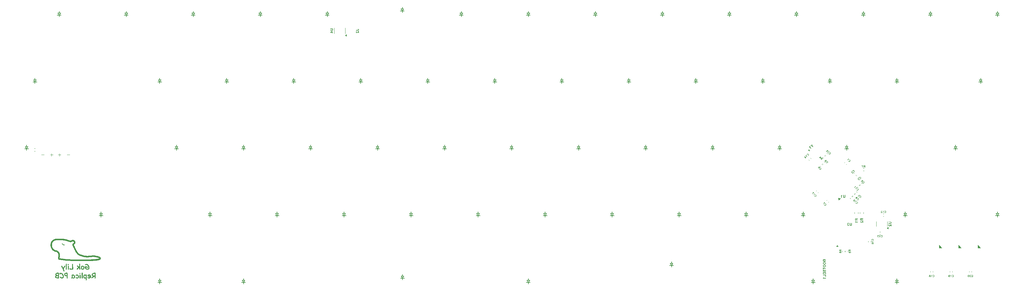
<source format=gbr>
%TF.GenerationSoftware,KiCad,Pcbnew,8.0.1*%
%TF.CreationDate,2025-07-05T21:49:17+09:00*%
%TF.ProjectId,Lily60,4c696c79-3630-42e6-9b69-6361645f7063,rev?*%
%TF.SameCoordinates,Original*%
%TF.FileFunction,Legend,Bot*%
%TF.FilePolarity,Positive*%
%FSLAX46Y46*%
G04 Gerber Fmt 4.6, Leading zero omitted, Abs format (unit mm)*
G04 Created by KiCad (PCBNEW 8.0.1) date 2025-07-05 21:49:17*
%MOMM*%
%LPD*%
G01*
G04 APERTURE LIST*
%ADD10C,0.007055*%
%ADD11C,0.000000*%
%ADD12C,0.300000*%
%ADD13C,0.150000*%
%ADD14C,0.075000*%
%ADD15C,0.100000*%
%ADD16C,0.120000*%
G04 APERTURE END LIST*
D10*
X54328651Y-108243254D02*
X54342604Y-108261123D01*
X54358188Y-108279854D01*
X54366495Y-108289372D01*
X54375092Y-108298900D01*
X54383940Y-108308372D01*
X54393001Y-108317717D01*
X54402236Y-108326868D01*
X54411606Y-108335758D01*
X54421071Y-108344316D01*
X54430593Y-108352476D01*
X54440132Y-108360170D01*
X54449650Y-108367328D01*
X54459107Y-108373882D01*
X54468464Y-108379765D01*
X54553540Y-108436901D01*
X54563722Y-108443570D01*
X54574051Y-108449998D01*
X54584522Y-108456182D01*
X54595133Y-108462119D01*
X54605878Y-108467809D01*
X54616754Y-108473249D01*
X54627758Y-108478436D01*
X54638884Y-108483369D01*
X54744420Y-108528736D01*
X54752053Y-108533012D01*
X54759857Y-108536873D01*
X54767818Y-108540318D01*
X54775917Y-108543345D01*
X54784139Y-108545950D01*
X54792467Y-108548133D01*
X54800884Y-108549891D01*
X54809374Y-108551222D01*
X54817921Y-108552124D01*
X54826507Y-108552594D01*
X54835116Y-108552630D01*
X54843731Y-108552231D01*
X54852337Y-108551394D01*
X54860916Y-108550117D01*
X54869451Y-108548398D01*
X54877927Y-108546234D01*
X55017824Y-108506666D01*
X54994147Y-108544097D01*
X54968231Y-108575100D01*
X54940293Y-108599997D01*
X54910552Y-108619112D01*
X54879225Y-108632765D01*
X54846531Y-108641279D01*
X54812687Y-108644975D01*
X54777912Y-108644177D01*
X54742424Y-108639204D01*
X54706439Y-108630381D01*
X54670178Y-108618028D01*
X54633856Y-108602467D01*
X54597694Y-108584021D01*
X54561908Y-108563012D01*
X54526716Y-108539760D01*
X54492337Y-108514590D01*
X54458988Y-108487822D01*
X54426887Y-108459778D01*
X54367304Y-108401151D01*
X54315331Y-108341286D01*
X54292743Y-108311694D01*
X54272711Y-108282758D01*
X54255454Y-108254800D01*
X54241189Y-108228142D01*
X54230135Y-108203107D01*
X54222509Y-108180015D01*
X54218529Y-108159190D01*
X54218414Y-108140953D01*
X54222382Y-108125626D01*
X54230650Y-108113531D01*
X54328651Y-108243254D01*
G36*
X54328651Y-108243254D02*
G01*
X54342604Y-108261123D01*
X54358188Y-108279854D01*
X54366495Y-108289372D01*
X54375092Y-108298900D01*
X54383940Y-108308372D01*
X54393001Y-108317717D01*
X54402236Y-108326868D01*
X54411606Y-108335758D01*
X54421071Y-108344316D01*
X54430593Y-108352476D01*
X54440132Y-108360170D01*
X54449650Y-108367328D01*
X54459107Y-108373882D01*
X54468464Y-108379765D01*
X54553540Y-108436901D01*
X54563722Y-108443570D01*
X54574051Y-108449998D01*
X54584522Y-108456182D01*
X54595133Y-108462119D01*
X54605878Y-108467809D01*
X54616754Y-108473249D01*
X54627758Y-108478436D01*
X54638884Y-108483369D01*
X54744420Y-108528736D01*
X54752053Y-108533012D01*
X54759857Y-108536873D01*
X54767818Y-108540318D01*
X54775917Y-108543345D01*
X54784139Y-108545950D01*
X54792467Y-108548133D01*
X54800884Y-108549891D01*
X54809374Y-108551222D01*
X54817921Y-108552124D01*
X54826507Y-108552594D01*
X54835116Y-108552630D01*
X54843731Y-108552231D01*
X54852337Y-108551394D01*
X54860916Y-108550117D01*
X54869451Y-108548398D01*
X54877927Y-108546234D01*
X55017824Y-108506666D01*
X54994147Y-108544097D01*
X54968231Y-108575100D01*
X54940293Y-108599997D01*
X54910552Y-108619112D01*
X54879225Y-108632765D01*
X54846531Y-108641279D01*
X54812687Y-108644975D01*
X54777912Y-108644177D01*
X54742424Y-108639204D01*
X54706439Y-108630381D01*
X54670178Y-108618028D01*
X54633856Y-108602467D01*
X54597694Y-108584021D01*
X54561908Y-108563012D01*
X54526716Y-108539760D01*
X54492337Y-108514590D01*
X54458988Y-108487822D01*
X54426887Y-108459778D01*
X54367304Y-108401151D01*
X54315331Y-108341286D01*
X54292743Y-108311694D01*
X54272711Y-108282758D01*
X54255454Y-108254800D01*
X54241189Y-108228142D01*
X54230135Y-108203107D01*
X54222509Y-108180015D01*
X54218529Y-108159190D01*
X54218414Y-108140953D01*
X54222382Y-108125626D01*
X54230650Y-108113531D01*
X54328651Y-108243254D01*
G37*
D11*
G36*
X65288060Y-112453216D02*
G01*
X65286568Y-112473379D01*
X65284284Y-112493306D01*
X65281222Y-112512979D01*
X65277395Y-112532381D01*
X65272819Y-112551496D01*
X65267506Y-112570308D01*
X65261472Y-112588799D01*
X65254729Y-112606952D01*
X65247292Y-112624751D01*
X65239175Y-112642180D01*
X65230392Y-112659220D01*
X65220957Y-112675857D01*
X65210884Y-112692072D01*
X65200187Y-112707850D01*
X65188879Y-112723172D01*
X65176976Y-112738024D01*
X65164490Y-112752387D01*
X65151436Y-112766246D01*
X65137828Y-112779583D01*
X65123680Y-112792382D01*
X65109006Y-112804626D01*
X65093820Y-112816298D01*
X65078135Y-112827381D01*
X65061967Y-112837859D01*
X65045328Y-112847715D01*
X65028233Y-112856933D01*
X65010696Y-112865495D01*
X64992730Y-112873384D01*
X64974351Y-112880585D01*
X64955571Y-112887080D01*
X64936406Y-112892852D01*
X64916868Y-112897885D01*
X64689933Y-112947196D01*
X64448951Y-112991581D01*
X63928082Y-113066541D01*
X63360738Y-113124688D01*
X62753395Y-113167947D01*
X62112529Y-113198243D01*
X61444616Y-113217501D01*
X60053558Y-113230597D01*
X59414503Y-113228703D01*
X58774019Y-113223951D01*
X57887170Y-113207028D01*
X57045119Y-113175044D01*
X56258637Y-113131871D01*
X55538493Y-113081383D01*
X54895458Y-113027451D01*
X54340302Y-112973947D01*
X53536708Y-112883718D01*
X53512642Y-112880149D01*
X53488943Y-112875439D01*
X53465640Y-112869605D01*
X53442765Y-112862665D01*
X53420348Y-112854637D01*
X53398419Y-112845538D01*
X53377010Y-112835386D01*
X53356152Y-112824199D01*
X53335874Y-112811994D01*
X53316208Y-112798789D01*
X53297184Y-112784601D01*
X53278833Y-112769448D01*
X53261186Y-112753348D01*
X53244273Y-112736318D01*
X53228126Y-112718376D01*
X53212774Y-112699540D01*
X53198376Y-112679995D01*
X53185046Y-112659903D01*
X53172791Y-112639297D01*
X53161621Y-112618213D01*
X53151546Y-112596684D01*
X53142574Y-112574745D01*
X53134714Y-112552432D01*
X53127975Y-112529778D01*
X53122367Y-112506817D01*
X53117899Y-112483586D01*
X53114580Y-112460117D01*
X53112419Y-112436445D01*
X53111424Y-112412606D01*
X53111606Y-112388633D01*
X53112973Y-112364562D01*
X53115535Y-112340426D01*
X53125816Y-112264161D01*
X53136115Y-112192956D01*
X53146424Y-112126861D01*
X53156736Y-112065928D01*
X53167046Y-112010210D01*
X53177345Y-111959757D01*
X53187627Y-111914623D01*
X53197886Y-111874858D01*
X53204834Y-111843012D01*
X53210071Y-111805025D01*
X53213676Y-111761694D01*
X53215730Y-111713816D01*
X53216316Y-111662185D01*
X53215514Y-111607597D01*
X53210070Y-111492736D01*
X53200049Y-111375600D01*
X53186098Y-111262556D01*
X53168867Y-111159969D01*
X53159224Y-111114588D01*
X53149005Y-111074208D01*
X53144477Y-111060400D01*
X53138369Y-111045648D01*
X53130772Y-111030040D01*
X53121775Y-111013666D01*
X53099947Y-110978968D01*
X53073607Y-110942258D01*
X53043479Y-110904243D01*
X53010287Y-110865628D01*
X52974754Y-110827118D01*
X52937602Y-110789417D01*
X52899556Y-110753232D01*
X52861338Y-110719268D01*
X52823671Y-110688230D01*
X52787280Y-110660823D01*
X52752887Y-110637752D01*
X52721216Y-110619724D01*
X52706627Y-110612820D01*
X52692989Y-110607442D01*
X52680394Y-110603677D01*
X52668931Y-110601613D01*
X52603459Y-110599913D01*
X52538522Y-110594792D01*
X52474048Y-110586219D01*
X52409969Y-110574163D01*
X52346213Y-110558593D01*
X52282710Y-110539477D01*
X52219391Y-110516784D01*
X52156185Y-110490484D01*
X52093023Y-110460545D01*
X52029833Y-110426935D01*
X51966546Y-110389624D01*
X51903092Y-110348581D01*
X51839400Y-110303774D01*
X51775401Y-110255172D01*
X51711025Y-110202744D01*
X51646200Y-110146459D01*
X51554415Y-110059660D01*
X51469062Y-109969307D01*
X51390177Y-109875496D01*
X51317797Y-109778324D01*
X51251960Y-109677887D01*
X51192702Y-109574281D01*
X51140061Y-109467602D01*
X51094074Y-109357948D01*
X51054779Y-109245413D01*
X51022211Y-109130096D01*
X50996409Y-109012092D01*
X50977410Y-108891497D01*
X50965250Y-108768407D01*
X50959967Y-108642920D01*
X50960105Y-108632094D01*
X51397979Y-108632094D01*
X51401764Y-108732124D01*
X51410934Y-108829892D01*
X51425483Y-108925380D01*
X51445404Y-109018569D01*
X51470688Y-109109440D01*
X51501330Y-109197974D01*
X51537321Y-109284151D01*
X51578655Y-109367954D01*
X51625325Y-109449362D01*
X51677323Y-109528357D01*
X51734642Y-109604921D01*
X51797276Y-109679033D01*
X51865216Y-109750676D01*
X51938456Y-109819829D01*
X52001724Y-109874423D01*
X52062523Y-109922983D01*
X52120879Y-109965854D01*
X52176819Y-110003385D01*
X52230367Y-110035921D01*
X52281549Y-110063809D01*
X52330392Y-110087396D01*
X52376920Y-110107029D01*
X52421160Y-110123054D01*
X52463138Y-110135817D01*
X52502878Y-110145665D01*
X52540408Y-110152946D01*
X52575752Y-110158005D01*
X52608937Y-110161190D01*
X52639988Y-110162847D01*
X52668931Y-110163322D01*
X52701603Y-110164770D01*
X52734953Y-110169029D01*
X52768883Y-110175967D01*
X52803296Y-110185455D01*
X52838097Y-110197362D01*
X52873189Y-110211556D01*
X52908475Y-110227909D01*
X52943858Y-110246289D01*
X53014531Y-110288610D01*
X53084435Y-110337476D01*
X53152797Y-110391842D01*
X53218845Y-110450666D01*
X53281807Y-110512904D01*
X53340909Y-110577512D01*
X53395379Y-110643446D01*
X53444445Y-110709664D01*
X53487333Y-110775121D01*
X53523272Y-110838774D01*
X53551488Y-110899579D01*
X53562459Y-110928588D01*
X53571210Y-110956493D01*
X53583565Y-111004786D01*
X53595449Y-111059160D01*
X53617145Y-111182809D01*
X53634987Y-111320759D01*
X53647662Y-111466329D01*
X53651651Y-111539883D01*
X53653856Y-111612836D01*
X53654113Y-111684353D01*
X53652257Y-111753598D01*
X53648125Y-111819737D01*
X53641552Y-111881934D01*
X53632375Y-111939354D01*
X53620429Y-111991162D01*
X53612273Y-112023204D01*
X53603833Y-112061212D01*
X53595159Y-112104874D01*
X53586302Y-112153881D01*
X53577312Y-112207921D01*
X53568241Y-112266684D01*
X53550059Y-112397138D01*
X53549897Y-112398596D01*
X53549780Y-112400028D01*
X53549705Y-112401436D01*
X53549672Y-112402819D01*
X53549677Y-112404177D01*
X53549721Y-112405511D01*
X53549802Y-112406818D01*
X53549917Y-112408101D01*
X53550247Y-112410591D01*
X53550700Y-112412979D01*
X53551262Y-112415265D01*
X53551923Y-112417448D01*
X53552670Y-112419527D01*
X53553491Y-112421502D01*
X53554374Y-112423373D01*
X53555307Y-112425138D01*
X53556278Y-112426797D01*
X53557276Y-112428349D01*
X53558287Y-112429794D01*
X53559301Y-112431132D01*
X53560350Y-112432450D01*
X53561507Y-112433796D01*
X53562772Y-112435159D01*
X53564150Y-112436527D01*
X53565642Y-112437885D01*
X53567251Y-112439223D01*
X53568980Y-112440527D01*
X53570832Y-112441786D01*
X53572808Y-112442987D01*
X53574913Y-112444116D01*
X53577148Y-112445163D01*
X53579516Y-112446114D01*
X53582020Y-112446957D01*
X53584663Y-112447680D01*
X53587446Y-112448270D01*
X53590374Y-112448715D01*
X54386274Y-112538077D01*
X55573014Y-112644471D01*
X56286304Y-112694469D01*
X57065329Y-112737223D01*
X57899433Y-112768898D01*
X58777956Y-112785660D01*
X60494348Y-112791394D01*
X61331028Y-112781717D01*
X62137263Y-112759125D01*
X62900974Y-112720204D01*
X63610086Y-112661539D01*
X63940392Y-112623735D01*
X64252519Y-112579716D01*
X64544958Y-112529053D01*
X64816199Y-112471320D01*
X64820125Y-112470321D01*
X64822472Y-112469608D01*
X64825003Y-112468704D01*
X64827667Y-112467573D01*
X64830408Y-112466177D01*
X64833173Y-112464480D01*
X64834549Y-112463508D01*
X64835910Y-112462446D01*
X64837251Y-112461291D01*
X64838565Y-112460038D01*
X64839845Y-112458682D01*
X64841084Y-112457219D01*
X64842276Y-112455643D01*
X64843414Y-112453952D01*
X64844492Y-112452139D01*
X64845502Y-112450201D01*
X64846438Y-112448132D01*
X64847294Y-112445929D01*
X64848062Y-112443586D01*
X64848737Y-112441100D01*
X64849311Y-112438465D01*
X64849777Y-112435676D01*
X64850130Y-112432731D01*
X64850362Y-112429622D01*
X64850468Y-112426359D01*
X64850426Y-112423249D01*
X64850243Y-112420289D01*
X64849927Y-112417474D01*
X64849485Y-112414802D01*
X64848926Y-112412268D01*
X64848258Y-112409868D01*
X64847489Y-112407599D01*
X64846626Y-112405457D01*
X64845678Y-112403437D01*
X64844652Y-112401537D01*
X64843557Y-112399752D01*
X64842400Y-112398078D01*
X64841189Y-112396512D01*
X64839933Y-112395049D01*
X64838639Y-112393687D01*
X64837315Y-112392420D01*
X64835969Y-112391245D01*
X64834609Y-112390159D01*
X64833244Y-112389158D01*
X64830526Y-112387393D01*
X64827879Y-112385920D01*
X64825367Y-112384709D01*
X64823053Y-112383728D01*
X64819275Y-112382335D01*
X64645235Y-112322642D01*
X64457811Y-112262535D01*
X64260954Y-112204518D01*
X64058614Y-112151093D01*
X63854741Y-112104763D01*
X63753464Y-112085041D01*
X63653286Y-112068031D01*
X63554700Y-112054045D01*
X63458199Y-112043398D01*
X63364279Y-112036401D01*
X63273431Y-112033368D01*
X63161551Y-112033432D01*
X63050230Y-112036288D01*
X62939161Y-112041548D01*
X62828035Y-112048829D01*
X62604379Y-112067902D01*
X62376797Y-112090420D01*
X62146097Y-112113194D01*
X61912188Y-112133169D01*
X61673781Y-112147359D01*
X61429589Y-112152775D01*
X61304920Y-112151259D01*
X61178321Y-112146429D01*
X61049632Y-112137912D01*
X60918690Y-112125334D01*
X60785336Y-112108322D01*
X60649407Y-112086503D01*
X60510742Y-112059502D01*
X60369182Y-112026947D01*
X60174428Y-111977658D01*
X59992014Y-111929041D01*
X59821260Y-111880433D01*
X59661485Y-111831169D01*
X59512009Y-111780583D01*
X59372153Y-111728013D01*
X59241237Y-111672792D01*
X59118581Y-111614258D01*
X59003505Y-111551744D01*
X58948597Y-111518787D01*
X58895328Y-111484586D01*
X58843615Y-111449059D01*
X58793372Y-111412121D01*
X58744515Y-111373690D01*
X58696957Y-111333682D01*
X58650614Y-111292016D01*
X58605401Y-111248607D01*
X58561234Y-111203373D01*
X58518027Y-111156230D01*
X58475694Y-111107095D01*
X58434152Y-111055886D01*
X58353099Y-110946912D01*
X58282563Y-110842954D01*
X58211541Y-110731351D01*
X58140492Y-110613483D01*
X58069873Y-110490727D01*
X57931757Y-110236067D01*
X57800857Y-109978397D01*
X57680835Y-109728745D01*
X57575355Y-109498137D01*
X57488078Y-109297601D01*
X57422668Y-109138163D01*
X57416224Y-109122299D01*
X57409348Y-109106345D01*
X57394313Y-109074189D01*
X57377581Y-109041721D01*
X57359169Y-109008973D01*
X57339095Y-108975972D01*
X57317377Y-108942746D01*
X57294034Y-108909326D01*
X57269083Y-108875739D01*
X57253913Y-108854777D01*
X57239933Y-108833149D01*
X57227155Y-108810908D01*
X57215594Y-108788106D01*
X57205260Y-108764796D01*
X57196166Y-108741031D01*
X57188325Y-108716863D01*
X57181750Y-108692346D01*
X57176452Y-108667532D01*
X57172445Y-108642474D01*
X57169741Y-108617224D01*
X57168353Y-108591836D01*
X57168292Y-108566363D01*
X57169572Y-108540856D01*
X57172206Y-108515370D01*
X57176204Y-108489955D01*
X57181511Y-108465000D01*
X57188105Y-108440464D01*
X57195954Y-108416393D01*
X57205029Y-108392831D01*
X57215301Y-108369822D01*
X57226738Y-108347410D01*
X57239311Y-108325640D01*
X57252990Y-108304557D01*
X57267744Y-108284203D01*
X57283543Y-108264624D01*
X57300358Y-108245864D01*
X57318158Y-108227966D01*
X57336913Y-108210977D01*
X57356594Y-108194938D01*
X57377169Y-108179896D01*
X57398609Y-108165894D01*
X57421184Y-108151577D01*
X57442634Y-108137115D01*
X57462940Y-108122530D01*
X57482082Y-108107845D01*
X57500038Y-108093083D01*
X57516788Y-108078265D01*
X57532312Y-108063414D01*
X57546589Y-108048553D01*
X57559599Y-108033704D01*
X57571322Y-108018889D01*
X57581737Y-108004130D01*
X57590824Y-107989451D01*
X57598562Y-107974874D01*
X57604931Y-107960420D01*
X57607595Y-107953247D01*
X57609910Y-107946113D01*
X57611872Y-107939021D01*
X57613479Y-107931974D01*
X57615286Y-107920998D01*
X57616277Y-107909737D01*
X57616453Y-107898193D01*
X57615817Y-107886369D01*
X57614368Y-107874268D01*
X57612109Y-107861892D01*
X57609040Y-107849245D01*
X57605162Y-107836329D01*
X57600477Y-107823147D01*
X57594985Y-107809703D01*
X57588689Y-107795998D01*
X57581588Y-107782035D01*
X57573684Y-107767818D01*
X57564979Y-107753349D01*
X57555472Y-107738630D01*
X57545167Y-107723666D01*
X57517493Y-107686354D01*
X57504263Y-107669855D01*
X57491378Y-107654754D01*
X57478793Y-107641021D01*
X57466464Y-107628626D01*
X57454345Y-107617539D01*
X57442392Y-107607730D01*
X57430561Y-107599168D01*
X57418805Y-107591824D01*
X57407082Y-107585667D01*
X57395345Y-107580668D01*
X57383551Y-107576797D01*
X57371654Y-107574023D01*
X57359610Y-107572316D01*
X57347374Y-107571647D01*
X57334901Y-107571985D01*
X57322146Y-107573300D01*
X57309066Y-107575562D01*
X57295614Y-107578741D01*
X57281746Y-107582807D01*
X57267419Y-107587730D01*
X57237202Y-107600027D01*
X57204607Y-107615391D01*
X57169275Y-107633582D01*
X57088969Y-107677480D01*
X57026320Y-107711798D01*
X56960138Y-107745743D01*
X56925769Y-107761816D01*
X56890574Y-107776883D01*
X56854570Y-107790639D01*
X56817777Y-107802782D01*
X56780214Y-107813005D01*
X56741899Y-107821005D01*
X56702851Y-107826479D01*
X56663089Y-107829120D01*
X56622632Y-107828626D01*
X56602149Y-107827108D01*
X56581499Y-107824691D01*
X56560684Y-107821339D01*
X56539707Y-107817012D01*
X56518571Y-107811673D01*
X56497277Y-107805284D01*
X56445016Y-107787584D01*
X56388341Y-107767185D01*
X56261423Y-107719559D01*
X56089121Y-107654982D01*
X55890352Y-107584675D01*
X55665424Y-107513060D01*
X55414644Y-107444555D01*
X55279655Y-107412850D01*
X55138318Y-107383580D01*
X54990671Y-107357298D01*
X54836754Y-107334555D01*
X54676603Y-107315905D01*
X54510258Y-107301899D01*
X54337756Y-107293090D01*
X54159137Y-107290031D01*
X53916634Y-107288662D01*
X53695022Y-107285121D01*
X53302748Y-107274918D01*
X53093939Y-107269138D01*
X52909863Y-107265795D01*
X52826193Y-107265550D01*
X52747615Y-107266529D01*
X52673768Y-107268940D01*
X52604288Y-107272985D01*
X52538811Y-107278872D01*
X52476975Y-107286804D01*
X52418416Y-107296988D01*
X52362770Y-107309629D01*
X52309675Y-107324932D01*
X52258768Y-107343102D01*
X52209684Y-107364345D01*
X52162061Y-107388866D01*
X52024866Y-107466622D01*
X51958834Y-107506321D01*
X51894927Y-107547539D01*
X51833454Y-107591001D01*
X51774726Y-107637436D01*
X51719051Y-107687571D01*
X51666742Y-107742134D01*
X51618107Y-107801852D01*
X51595264Y-107833871D01*
X51573456Y-107867452D01*
X51552722Y-107902686D01*
X51533100Y-107939662D01*
X51514630Y-107978474D01*
X51497349Y-108019210D01*
X51481298Y-108061963D01*
X51466513Y-108106823D01*
X51453035Y-108153881D01*
X51440902Y-108203229D01*
X51430152Y-108254956D01*
X51420826Y-108309154D01*
X51412960Y-108365914D01*
X51406594Y-108425327D01*
X51399587Y-108529822D01*
X51397979Y-108632094D01*
X50960105Y-108632094D01*
X50961598Y-108515132D01*
X50970180Y-108385138D01*
X50978969Y-108304547D01*
X50990106Y-108227374D01*
X51003496Y-108153521D01*
X51019046Y-108082887D01*
X51036660Y-108015372D01*
X51056244Y-107950875D01*
X51077705Y-107889299D01*
X51100949Y-107830541D01*
X51125880Y-107774502D01*
X51152405Y-107721083D01*
X51180429Y-107670182D01*
X51209859Y-107621701D01*
X51240600Y-107575539D01*
X51272558Y-107531596D01*
X51305639Y-107489773D01*
X51339747Y-107449969D01*
X51374791Y-107412084D01*
X51410674Y-107376018D01*
X51484583Y-107308945D01*
X51560722Y-107247948D01*
X51638336Y-107192230D01*
X51716673Y-107140988D01*
X51794978Y-107093425D01*
X51948477Y-107006130D01*
X52015399Y-106971255D01*
X52082808Y-106940990D01*
X52151129Y-106915043D01*
X52220787Y-106893120D01*
X52292207Y-106874925D01*
X52365813Y-106860166D01*
X52442030Y-106848548D01*
X52521283Y-106839776D01*
X52603997Y-106833558D01*
X52690597Y-106829597D01*
X52877153Y-106827277D01*
X53084351Y-106830461D01*
X53315590Y-106836797D01*
X53702692Y-106846892D01*
X53920915Y-106850380D01*
X54159137Y-106851726D01*
X54352424Y-106854988D01*
X54538835Y-106864380D01*
X54718350Y-106879313D01*
X54890954Y-106899199D01*
X55056629Y-106923448D01*
X55215356Y-106951472D01*
X55367119Y-106982681D01*
X55511901Y-107016486D01*
X55649683Y-107052299D01*
X55780449Y-107089530D01*
X56020860Y-107165891D01*
X56232996Y-107240857D01*
X56416716Y-107309717D01*
X56534318Y-107353920D01*
X56585856Y-107372542D01*
X56609803Y-107380833D01*
X56632531Y-107388386D01*
X56637026Y-107389576D01*
X56641882Y-107390339D01*
X56647081Y-107390691D01*
X56652608Y-107390647D01*
X56664585Y-107389439D01*
X56677686Y-107386843D01*
X56691786Y-107382986D01*
X56706756Y-107377998D01*
X56722473Y-107372006D01*
X56738809Y-107365138D01*
X56755639Y-107357523D01*
X56772836Y-107349289D01*
X56807827Y-107331474D01*
X56842774Y-107312721D01*
X56876668Y-107294053D01*
X56970118Y-107243754D01*
X57022823Y-107218023D01*
X57079053Y-107193613D01*
X57138462Y-107171805D01*
X57200703Y-107153879D01*
X57265429Y-107141117D01*
X57298616Y-107137073D01*
X57332294Y-107134799D01*
X57366421Y-107134458D01*
X57400952Y-107136207D01*
X57435845Y-107140209D01*
X57471056Y-107146622D01*
X57506542Y-107155607D01*
X57542260Y-107167324D01*
X57578166Y-107181933D01*
X57614217Y-107199594D01*
X57650369Y-107220467D01*
X57686580Y-107244713D01*
X57722806Y-107272492D01*
X57759003Y-107303963D01*
X57795129Y-107339287D01*
X57831140Y-107378624D01*
X57866993Y-107422134D01*
X57902645Y-107469977D01*
X57926056Y-107504358D01*
X57947525Y-107538768D01*
X57967049Y-107573200D01*
X57984628Y-107607646D01*
X58000258Y-107642099D01*
X58013939Y-107676551D01*
X58025667Y-107710996D01*
X58035441Y-107745426D01*
X58043258Y-107779833D01*
X58049118Y-107814210D01*
X58053017Y-107848550D01*
X58054953Y-107882846D01*
X58054926Y-107917089D01*
X58052931Y-107951274D01*
X58048969Y-107985391D01*
X58043036Y-108019435D01*
X58034226Y-108056741D01*
X58023108Y-108093437D01*
X58009687Y-108129516D01*
X57993971Y-108164971D01*
X57975965Y-108199794D01*
X57955675Y-108233979D01*
X57933107Y-108267518D01*
X57908266Y-108300403D01*
X57881159Y-108332628D01*
X57851791Y-108364185D01*
X57820170Y-108395066D01*
X57786299Y-108425265D01*
X57750186Y-108454775D01*
X57711837Y-108483587D01*
X57671256Y-108511695D01*
X57628451Y-108539091D01*
X57626307Y-108540477D01*
X57624270Y-108541935D01*
X57622343Y-108543465D01*
X57620524Y-108545067D01*
X57618813Y-108546739D01*
X57617211Y-108548482D01*
X57615717Y-108550295D01*
X57614331Y-108552177D01*
X57613054Y-108554127D01*
X57611885Y-108556146D01*
X57610824Y-108558232D01*
X57609871Y-108560385D01*
X57609027Y-108562604D01*
X57608291Y-108564889D01*
X57607663Y-108567240D01*
X57607144Y-108569655D01*
X57606833Y-108571552D01*
X57606585Y-108573560D01*
X57606415Y-108575672D01*
X57606335Y-108577882D01*
X57606359Y-108580182D01*
X57606500Y-108582566D01*
X57606770Y-108585028D01*
X57607184Y-108587559D01*
X57607755Y-108590153D01*
X57608496Y-108592803D01*
X57609419Y-108595503D01*
X57610539Y-108598246D01*
X57611869Y-108601024D01*
X57613421Y-108603832D01*
X57615210Y-108606661D01*
X57617247Y-108609505D01*
X57651245Y-108655331D01*
X57683186Y-108701288D01*
X57713049Y-108747336D01*
X57740813Y-108793434D01*
X57766459Y-108839543D01*
X57789965Y-108885621D01*
X57811313Y-108931627D01*
X57821170Y-108954592D01*
X57830480Y-108977523D01*
X57891504Y-109126034D01*
X57974228Y-109315902D01*
X58074821Y-109535896D01*
X58189447Y-109774784D01*
X58314274Y-110021338D01*
X58445468Y-110264324D01*
X58579194Y-110492514D01*
X58645809Y-110597550D01*
X58711620Y-110694675D01*
X58772431Y-110777274D01*
X58834871Y-110853867D01*
X58900000Y-110925000D01*
X58968880Y-110991221D01*
X59042575Y-111053075D01*
X59122145Y-111111108D01*
X59208654Y-111165867D01*
X59303161Y-111217898D01*
X59406731Y-111267747D01*
X59520424Y-111315960D01*
X59645302Y-111363084D01*
X59782428Y-111409665D01*
X59932864Y-111456250D01*
X60097671Y-111503383D01*
X60474648Y-111601483D01*
X60602754Y-111630866D01*
X60728751Y-111655180D01*
X60852751Y-111674767D01*
X60974862Y-111689967D01*
X61095194Y-111701122D01*
X61213856Y-111708572D01*
X61330959Y-111712659D01*
X61446613Y-111713723D01*
X61560926Y-111712106D01*
X61674008Y-111708148D01*
X61896919Y-111694574D01*
X62116224Y-111675730D01*
X62332799Y-111654343D01*
X62563941Y-111631563D01*
X62798808Y-111611770D01*
X62917507Y-111604081D01*
X63036982Y-111598444D01*
X63157179Y-111595293D01*
X63278045Y-111595063D01*
X63380055Y-111598370D01*
X63484885Y-111605913D01*
X63592031Y-111617359D01*
X63700985Y-111632373D01*
X63811241Y-111650619D01*
X63922295Y-111671764D01*
X64144768Y-111721412D01*
X64364355Y-111778639D01*
X64577009Y-111840770D01*
X64778682Y-111905128D01*
X64965325Y-111969036D01*
X65002823Y-111984007D01*
X65038464Y-112001697D01*
X65072151Y-112021960D01*
X65103787Y-112044651D01*
X65133275Y-112069624D01*
X65160518Y-112096733D01*
X65185417Y-112125832D01*
X65207877Y-112156775D01*
X65227800Y-112189417D01*
X65245089Y-112223611D01*
X65259646Y-112259212D01*
X65271375Y-112296074D01*
X65280178Y-112334052D01*
X65285958Y-112372998D01*
X65288618Y-112412768D01*
X65288430Y-112426359D01*
X65288060Y-112453216D01*
G37*
D12*
G36*
X60701378Y-114977137D02*
G01*
X60721098Y-115052339D01*
X60745273Y-115123705D01*
X60773901Y-115191236D01*
X60815948Y-115270257D01*
X60864955Y-115343285D01*
X60920920Y-115410320D01*
X60983845Y-115471362D01*
X61052874Y-115525084D01*
X61125553Y-115569701D01*
X61201881Y-115605212D01*
X61281859Y-115631618D01*
X61365486Y-115648918D01*
X61452762Y-115657113D01*
X61488694Y-115657841D01*
X61570987Y-115654362D01*
X61646589Y-115643924D01*
X61728480Y-115622213D01*
X61800737Y-115590481D01*
X61863359Y-115548728D01*
X61899755Y-115515326D01*
X61946321Y-115456748D01*
X61983252Y-115388174D01*
X62010549Y-115309606D01*
X62025937Y-115236498D01*
X62034634Y-115156449D01*
X62036775Y-115087412D01*
X62033609Y-115005918D01*
X62024110Y-114923779D01*
X62008278Y-114840997D01*
X61986114Y-114757570D01*
X61957617Y-114673499D01*
X61922787Y-114588785D01*
X61907082Y-114554719D01*
X61873411Y-114488012D01*
X61828070Y-114409184D01*
X61779115Y-114335420D01*
X61726547Y-114266717D01*
X61670365Y-114203078D01*
X61610570Y-114144500D01*
X61572958Y-114111784D01*
X61509431Y-114065532D01*
X61443869Y-114030640D01*
X61366452Y-114004674D01*
X61286378Y-113993546D01*
X61265945Y-113993082D01*
X61188863Y-114001611D01*
X61113045Y-114021275D01*
X61036017Y-114048340D01*
X60994103Y-114065256D01*
X60924753Y-114097804D01*
X60861979Y-114136785D01*
X60809966Y-114188502D01*
X60790038Y-114248072D01*
X60810125Y-114319101D01*
X60832536Y-114347723D01*
X60896197Y-114386492D01*
X60936217Y-114391687D01*
X61009119Y-114366442D01*
X61072871Y-114333068D01*
X61143290Y-114299695D01*
X61215272Y-114279087D01*
X61265945Y-114274450D01*
X61337375Y-114297524D01*
X61399005Y-114343291D01*
X61459617Y-114403360D01*
X61516538Y-114469722D01*
X61570377Y-114541438D01*
X61617036Y-114614619D01*
X61656518Y-114689266D01*
X61688821Y-114765378D01*
X61713946Y-114842956D01*
X61731892Y-114921999D01*
X61742659Y-115002507D01*
X61746249Y-115084481D01*
X61743089Y-115161830D01*
X61730252Y-115239582D01*
X61698801Y-115309209D01*
X61695690Y-115313093D01*
X61629743Y-115356420D01*
X61551068Y-115373441D01*
X61488694Y-115376474D01*
X61412308Y-115370726D01*
X61340683Y-115353484D01*
X61265799Y-115320347D01*
X61211723Y-115284516D01*
X61152464Y-115230409D01*
X61101447Y-115165173D01*
X61063570Y-115098963D01*
X61032004Y-115024233D01*
X61024145Y-115001317D01*
X61097289Y-115008340D01*
X61181094Y-115020499D01*
X61260573Y-115036727D01*
X61335723Y-115057026D01*
X61406546Y-115081395D01*
X61440334Y-115095106D01*
X61504082Y-115109394D01*
X61575637Y-115091219D01*
X61610327Y-115062866D01*
X61645415Y-114998014D01*
X61648429Y-114969443D01*
X61625119Y-114898277D01*
X61566480Y-114845473D01*
X61487809Y-114807245D01*
X61402218Y-114780347D01*
X61320633Y-114762075D01*
X61275470Y-114754021D01*
X61194150Y-114742442D01*
X61107910Y-114733258D01*
X61032285Y-114727435D01*
X60953243Y-114723276D01*
X60870784Y-114720781D01*
X60784909Y-114719949D01*
X60712646Y-114737462D01*
X60681594Y-114760615D01*
X60643907Y-114824859D01*
X60639828Y-114859900D01*
X60659303Y-114934140D01*
X60701378Y-114977137D01*
G37*
G36*
X60079271Y-114509759D02*
G01*
X60161134Y-114519161D01*
X60237022Y-114539011D01*
X60306936Y-114569307D01*
X60370874Y-114610051D01*
X60428838Y-114661242D01*
X60480826Y-114722880D01*
X60496769Y-114745745D01*
X60538071Y-114816692D01*
X60569584Y-114891168D01*
X60591308Y-114969174D01*
X60603244Y-115050709D01*
X60605390Y-115135772D01*
X60603916Y-115165800D01*
X60592796Y-115251314D01*
X60571630Y-115329977D01*
X60540418Y-115401787D01*
X60499159Y-115466745D01*
X60447854Y-115524851D01*
X60412763Y-115556021D01*
X60347332Y-115600567D01*
X60276782Y-115632386D01*
X60201112Y-115651478D01*
X60120324Y-115657841D01*
X60090573Y-115657092D01*
X60005904Y-115645843D01*
X59928113Y-115621096D01*
X59857200Y-115582851D01*
X59793165Y-115531108D01*
X59736008Y-115465867D01*
X59713158Y-115433022D01*
X59674200Y-115363564D01*
X59644232Y-115289083D01*
X59623255Y-115209579D01*
X59611268Y-115125052D01*
X59608147Y-115050776D01*
X59608410Y-115045223D01*
X59883853Y-115045223D01*
X59884019Y-115122950D01*
X59890957Y-115180606D01*
X59917765Y-115255241D01*
X59964253Y-115315657D01*
X59981111Y-115329911D01*
X60045976Y-115364833D01*
X60119958Y-115376474D01*
X60185576Y-115364962D01*
X60250017Y-115324084D01*
X60283843Y-115282410D01*
X60311724Y-115212601D01*
X60319992Y-115134307D01*
X60319932Y-115126165D01*
X60312676Y-115048284D01*
X60293328Y-114976843D01*
X60258077Y-114905696D01*
X60253445Y-114898529D01*
X60201381Y-114839496D01*
X60132045Y-114801089D01*
X60058042Y-114790291D01*
X60035423Y-114791719D01*
X59960605Y-114823249D01*
X59915688Y-114884723D01*
X59892452Y-114962587D01*
X59883853Y-115045223D01*
X59608410Y-115045223D01*
X59611985Y-114969645D01*
X59623500Y-114893588D01*
X59642691Y-114822607D01*
X59674783Y-114746209D01*
X59717323Y-114676718D01*
X59757391Y-114628379D01*
X59820398Y-114574468D01*
X59891469Y-114536616D01*
X59970604Y-114514822D01*
X60044853Y-114508923D01*
X60079271Y-114509759D01*
G37*
G36*
X58574633Y-115634394D02*
G01*
X58646166Y-115616442D01*
X58698098Y-115562587D01*
X58738831Y-115494081D01*
X58781045Y-115432041D01*
X58825283Y-115372369D01*
X58849773Y-115340936D01*
X58895073Y-115283322D01*
X58946441Y-115217958D01*
X58991827Y-115160143D01*
X59015736Y-115129544D01*
X59077935Y-115174181D01*
X59141373Y-115216004D01*
X59151657Y-115222234D01*
X59156616Y-115301855D01*
X59159952Y-115379563D01*
X59161665Y-115455359D01*
X59161915Y-115496641D01*
X59180963Y-115568882D01*
X59202215Y-115595193D01*
X59267671Y-115630566D01*
X59304064Y-115634394D01*
X59380765Y-115617471D01*
X59432324Y-115559764D01*
X59448943Y-115482088D01*
X59449511Y-115461104D01*
X59447576Y-115381658D01*
X59443454Y-115302360D01*
X59438509Y-115227536D01*
X59437787Y-115217472D01*
X59432498Y-115141382D01*
X59428354Y-115067879D01*
X59425804Y-114989801D01*
X59425697Y-114973839D01*
X59425422Y-114896445D01*
X59424598Y-114813738D01*
X59423426Y-114737012D01*
X59421833Y-114656219D01*
X59421301Y-114632388D01*
X59419445Y-114550377D01*
X59418045Y-114472644D01*
X59417101Y-114399189D01*
X59416580Y-114320478D01*
X59416538Y-114292402D01*
X59419217Y-114217045D01*
X59421301Y-114187988D01*
X59425268Y-114112488D01*
X59425697Y-114083208D01*
X59406822Y-114011140D01*
X59385764Y-113985022D01*
X59320134Y-113949980D01*
X59283548Y-113946188D01*
X59211751Y-113962123D01*
X59181699Y-113983190D01*
X59144586Y-114046791D01*
X59141399Y-114077346D01*
X59138513Y-114151603D01*
X59136269Y-114180294D01*
X59131641Y-114254125D01*
X59131140Y-114282876D01*
X59131713Y-114361244D01*
X59133207Y-114440095D01*
X59135314Y-114516803D01*
X59137002Y-114567908D01*
X59139658Y-114645989D01*
X59141399Y-114719766D01*
X59142262Y-114797619D01*
X59142131Y-114854405D01*
X59084386Y-114807517D01*
X59028433Y-114758940D01*
X58965361Y-114701722D01*
X58909776Y-114649727D01*
X58849635Y-114592202D01*
X58784938Y-114529148D01*
X58715683Y-114460563D01*
X58650693Y-114420502D01*
X58612369Y-114415134D01*
X58539514Y-114435394D01*
X58510519Y-114457998D01*
X58470518Y-114523014D01*
X58466189Y-114556917D01*
X58488858Y-114627259D01*
X58506489Y-114649973D01*
X58561913Y-114710694D01*
X58612935Y-114763716D01*
X58667202Y-114817640D01*
X58724716Y-114872466D01*
X58785475Y-114928194D01*
X58795917Y-114937569D01*
X58581594Y-115217105D01*
X58536843Y-115279185D01*
X58493154Y-115344684D01*
X58455988Y-115408695D01*
X58428683Y-115476966D01*
X58426256Y-115496641D01*
X58447728Y-115567418D01*
X58471685Y-115594094D01*
X58536352Y-115629632D01*
X58574633Y-115634394D01*
G37*
G36*
X56428471Y-115564052D02*
G01*
X56507232Y-115589442D01*
X56583077Y-115608107D01*
X56658245Y-115623353D01*
X56742789Y-115637903D01*
X56804361Y-115647217D01*
X56888678Y-115658796D01*
X56967147Y-115667979D01*
X57051304Y-115675666D01*
X57127501Y-115680091D01*
X57186479Y-115681289D01*
X57272264Y-115673483D01*
X57349914Y-115644647D01*
X57403407Y-115594563D01*
X57432741Y-115523232D01*
X57438904Y-115459272D01*
X57433114Y-115375696D01*
X57428305Y-115297369D01*
X57423196Y-115212634D01*
X57418387Y-115132109D01*
X57413608Y-115047143D01*
X57409298Y-114960406D01*
X57405459Y-114871897D01*
X57402090Y-114781618D01*
X57399191Y-114689568D01*
X57396762Y-114595747D01*
X57394803Y-114500155D01*
X57393314Y-114402792D01*
X57392296Y-114303658D01*
X57391747Y-114202753D01*
X57391643Y-114134499D01*
X57372422Y-114061880D01*
X57350976Y-114034481D01*
X57285017Y-113997125D01*
X57248394Y-113993082D01*
X57176124Y-114010911D01*
X57145446Y-114034481D01*
X57108090Y-114099387D01*
X57104047Y-114134499D01*
X57104292Y-114236779D01*
X57105026Y-114337539D01*
X57106249Y-114436779D01*
X57107962Y-114534500D01*
X57110165Y-114630701D01*
X57112857Y-114725381D01*
X57116038Y-114818542D01*
X57119709Y-114910184D01*
X57123869Y-115000305D01*
X57128519Y-115088906D01*
X57131891Y-115147130D01*
X57139138Y-115221318D01*
X57145334Y-115302033D01*
X57150395Y-115378970D01*
X57151674Y-115399921D01*
X57071947Y-115396254D01*
X56985494Y-115387542D01*
X56911488Y-115376940D01*
X56833178Y-115363110D01*
X56750563Y-115346051D01*
X56663643Y-115325764D01*
X56572418Y-115302248D01*
X56525191Y-115289279D01*
X56479762Y-115282684D01*
X56408293Y-115301861D01*
X56374616Y-115331777D01*
X56341552Y-115400464D01*
X56338712Y-115430329D01*
X56358434Y-115505511D01*
X56412430Y-115555780D01*
X56428471Y-115564052D01*
G37*
G36*
X56005687Y-114344792D02*
G01*
X56077798Y-114330455D01*
X56119992Y-114304125D01*
X56162638Y-114242539D01*
X56168353Y-114204108D01*
X56145495Y-114131662D01*
X56119992Y-114104457D01*
X56052673Y-114069194D01*
X56005687Y-114063424D01*
X55933705Y-114077890D01*
X55891748Y-114104457D01*
X55849425Y-114165721D01*
X55843754Y-114204108D01*
X55866438Y-114276727D01*
X55891748Y-114304125D01*
X55958752Y-114339073D01*
X56005687Y-114344792D01*
G37*
G36*
X55918126Y-115113424D02*
G01*
X55917210Y-115190910D01*
X55915518Y-115265221D01*
X55914462Y-115304666D01*
X55912530Y-115379821D01*
X55911088Y-115456448D01*
X55910798Y-115495542D01*
X55929847Y-115568617D01*
X55951099Y-115595193D01*
X56016397Y-115630566D01*
X56052948Y-115634394D01*
X56124903Y-115617512D01*
X56155163Y-115595193D01*
X56191197Y-115531248D01*
X56195097Y-115495542D01*
X56196013Y-115418148D01*
X56197705Y-115344006D01*
X56198761Y-115304666D01*
X56200693Y-115229318D01*
X56202135Y-115152547D01*
X56202424Y-115113424D01*
X56200982Y-115037089D01*
X56197576Y-114963480D01*
X56192797Y-114889461D01*
X56192166Y-114880783D01*
X56187207Y-114805770D01*
X56183601Y-114731123D01*
X56181918Y-114653637D01*
X56181908Y-114647775D01*
X56163033Y-114574700D01*
X56141974Y-114548124D01*
X56076345Y-114512751D01*
X56039759Y-114508923D01*
X55967961Y-114525806D01*
X55937909Y-114548124D01*
X55901545Y-114612069D01*
X55897609Y-114647775D01*
X55899052Y-114724162D01*
X55902458Y-114797893D01*
X55907236Y-114872082D01*
X55907868Y-114880783D01*
X55912826Y-114955619D01*
X55916433Y-115030137D01*
X55918116Y-115107563D01*
X55918126Y-115113424D01*
G37*
G36*
X55335607Y-115439855D02*
G01*
X55342409Y-115515657D01*
X55371144Y-115585759D01*
X55436805Y-115629645D01*
X55477756Y-115634394D01*
X55549711Y-115617512D01*
X55579972Y-115595193D01*
X55616005Y-115531233D01*
X55619905Y-115495176D01*
X55619905Y-114078445D01*
X55599472Y-114006881D01*
X55576674Y-113980992D01*
X55507321Y-113948941D01*
X55474825Y-113946188D01*
X55401419Y-113963504D01*
X55374808Y-113982824D01*
X55338707Y-114046886D01*
X55335607Y-114078445D01*
X55335607Y-115439855D01*
G37*
G36*
X54054431Y-114706760D02*
G01*
X54092666Y-114785072D01*
X54127866Y-114856957D01*
X54167164Y-114937050D01*
X54210561Y-115025353D01*
X54245799Y-115096966D01*
X54283342Y-115173198D01*
X54323190Y-115254046D01*
X54365344Y-115339513D01*
X54409804Y-115429596D01*
X54449482Y-115510057D01*
X54486082Y-115586117D01*
X54519606Y-115657776D01*
X54550053Y-115725035D01*
X54582528Y-115799936D01*
X54610572Y-115868501D01*
X54636310Y-115940677D01*
X54662143Y-116010695D01*
X54678715Y-116054980D01*
X54718334Y-116116654D01*
X54787789Y-116148747D01*
X54810607Y-116150235D01*
X54884453Y-116132399D01*
X54913555Y-116112500D01*
X54954378Y-116048750D01*
X54957885Y-116018344D01*
X54940613Y-115935877D01*
X54916091Y-115864741D01*
X54888797Y-115794812D01*
X54854679Y-115713307D01*
X54824613Y-115644583D01*
X54790708Y-115569347D01*
X54752966Y-115487601D01*
X54739532Y-115458906D01*
X54778156Y-115385017D01*
X54813730Y-115318591D01*
X54853461Y-115245662D01*
X54897347Y-115166229D01*
X54945390Y-115080294D01*
X54984149Y-115011575D01*
X55025246Y-114939198D01*
X55068680Y-114863163D01*
X55098935Y-114810441D01*
X55139902Y-114746963D01*
X55149494Y-114732039D01*
X55176358Y-114661751D01*
X55177337Y-114647042D01*
X55154436Y-114575048D01*
X55133007Y-114550689D01*
X55069144Y-114513858D01*
X55031158Y-114508923D01*
X54957713Y-114528386D01*
X54924912Y-114558749D01*
X54878042Y-114623367D01*
X54828792Y-114697466D01*
X54787679Y-114763572D01*
X54745043Y-114835746D01*
X54700885Y-114913987D01*
X54655204Y-114998297D01*
X54619944Y-115065511D01*
X54583827Y-115136139D01*
X54551486Y-115065896D01*
X54518273Y-114993837D01*
X54487240Y-114926633D01*
X54455264Y-114857721D01*
X54450104Y-114846711D01*
X54413674Y-114773690D01*
X54377656Y-114705203D01*
X54337628Y-114633574D01*
X54306856Y-114581830D01*
X54254282Y-114527150D01*
X54185223Y-114508923D01*
X54111848Y-114527105D01*
X54082274Y-114547391D01*
X54041282Y-114608597D01*
X54036845Y-114641913D01*
X54054431Y-114706760D01*
G37*
G36*
X63699251Y-116527424D02*
G01*
X63757222Y-116576830D01*
X63784771Y-116627620D01*
X63797522Y-116699928D01*
X63799720Y-117543299D01*
X63800083Y-117619819D01*
X63800856Y-117696125D01*
X63801918Y-117777772D01*
X63802804Y-117859418D01*
X63803448Y-117935725D01*
X63803750Y-118012245D01*
X63799743Y-118047743D01*
X63762717Y-118112995D01*
X63731831Y-118136565D01*
X63659403Y-118154394D01*
X63619512Y-118149156D01*
X63556821Y-118110064D01*
X63531593Y-118074034D01*
X63515421Y-118001620D01*
X63516320Y-117958385D01*
X63518627Y-117881271D01*
X63521289Y-117799543D01*
X63524117Y-117715793D01*
X63526779Y-117638553D01*
X63480263Y-117654846D01*
X63411397Y-117682168D01*
X63343620Y-117712948D01*
X63276930Y-117747186D01*
X63211329Y-117784883D01*
X63146816Y-117826038D01*
X63083392Y-117870651D01*
X63021056Y-117918722D01*
X62959809Y-117970252D01*
X62899649Y-118025240D01*
X62840578Y-118083686D01*
X62810604Y-118108609D01*
X62738363Y-118130947D01*
X62699255Y-118125709D01*
X62635414Y-118086617D01*
X62610802Y-118054105D01*
X62592184Y-117980737D01*
X62595024Y-117951255D01*
X62628087Y-117883285D01*
X62664724Y-117841164D01*
X62716444Y-117788803D01*
X62774747Y-117736765D01*
X62839634Y-117685048D01*
X62911104Y-117633653D01*
X62973019Y-117592769D01*
X63039148Y-117552091D01*
X63027720Y-117547664D01*
X62952755Y-117514928D01*
X62886590Y-117479142D01*
X62821749Y-117434509D01*
X62762543Y-117379534D01*
X62746044Y-117360029D01*
X62706283Y-117298270D01*
X62679235Y-117223938D01*
X62671123Y-117151655D01*
X62960013Y-117151655D01*
X62961087Y-117159422D01*
X63003977Y-117220532D01*
X63037911Y-117252079D01*
X63099964Y-117293438D01*
X63168955Y-117321648D01*
X63242734Y-117339720D01*
X63315935Y-117350299D01*
X63398333Y-117356344D01*
X63474022Y-117357918D01*
X63519451Y-117357185D01*
X63519451Y-116794450D01*
X63475241Y-116797358D01*
X63398918Y-116802876D01*
X63389337Y-116803969D01*
X63313700Y-116818870D01*
X63239849Y-116844716D01*
X63167784Y-116881507D01*
X63106193Y-116922677D01*
X63064080Y-116957344D01*
X63011547Y-117013667D01*
X62974289Y-117078289D01*
X62960013Y-117151655D01*
X62671123Y-117151655D01*
X62670219Y-117143595D01*
X62674086Y-117083791D01*
X62691274Y-117006918D01*
X62722212Y-116933318D01*
X62766900Y-116862994D01*
X62825338Y-116795943D01*
X62897526Y-116732167D01*
X62960690Y-116686484D01*
X63031589Y-116642643D01*
X63110223Y-116600643D01*
X63129559Y-116591391D01*
X63199454Y-116564830D01*
X63277722Y-116544851D01*
X63355320Y-116532500D01*
X63373707Y-116530874D01*
X63448864Y-116525124D01*
X63526760Y-116519346D01*
X63612142Y-116513082D01*
X63623570Y-116512473D01*
X63699251Y-116527424D01*
G37*
G36*
X62021377Y-117032049D02*
G01*
X62095462Y-117044746D01*
X62177516Y-117072876D01*
X62252099Y-117115071D01*
X62319213Y-117171331D01*
X62369434Y-117228958D01*
X62408908Y-117287360D01*
X62447445Y-117362613D01*
X62476347Y-117443508D01*
X62493073Y-117515230D01*
X62503109Y-117590870D01*
X62506454Y-117670427D01*
X62505779Y-117699550D01*
X62495647Y-117781939D01*
X62473356Y-117856858D01*
X62438906Y-117924306D01*
X62392297Y-117984284D01*
X62333530Y-118036791D01*
X62303344Y-118057808D01*
X62238257Y-118093640D01*
X62166885Y-118121203D01*
X62089227Y-118140498D01*
X62005284Y-118151523D01*
X61930530Y-118154394D01*
X61850685Y-118150089D01*
X61773085Y-118137175D01*
X61697728Y-118115651D01*
X61624615Y-118085518D01*
X61575010Y-118058471D01*
X61513128Y-118010323D01*
X61469240Y-117948985D01*
X61452424Y-117871927D01*
X61454096Y-117844708D01*
X61486273Y-117778019D01*
X61559403Y-117755790D01*
X61632757Y-117775293D01*
X61696789Y-117811111D01*
X61708908Y-117818608D01*
X61781495Y-117851199D01*
X61856199Y-117868129D01*
X61930530Y-117873026D01*
X61941762Y-117872981D01*
X62015984Y-117870095D01*
X62091364Y-117861303D01*
X62140960Y-117850861D01*
X62210798Y-117826132D01*
X61863485Y-117673358D01*
X61842186Y-117663884D01*
X61766062Y-117628850D01*
X61697776Y-117594912D01*
X61631576Y-117556121D01*
X61616226Y-117545122D01*
X61559406Y-117493145D01*
X61519793Y-117430634D01*
X61504814Y-117356086D01*
X61504900Y-117349858D01*
X61777756Y-117349858D01*
X61788282Y-117356672D01*
X61854104Y-117395425D01*
X61925588Y-117432534D01*
X61999406Y-117467461D01*
X62013836Y-117473694D01*
X62086114Y-117504985D01*
X62158607Y-117536491D01*
X62231315Y-117568211D01*
X62205941Y-117500772D01*
X62169262Y-117432199D01*
X62122138Y-117374771D01*
X62100163Y-117356195D01*
X62031401Y-117320933D01*
X61958007Y-117310291D01*
X61924337Y-117311257D01*
X61846337Y-117322810D01*
X61777756Y-117349858D01*
X61504900Y-117349858D01*
X61504966Y-117345027D01*
X61517131Y-117263144D01*
X61548758Y-117192986D01*
X61599849Y-117134550D01*
X61660519Y-117093037D01*
X61731923Y-117062044D01*
X61803518Y-117043011D01*
X61882762Y-117031991D01*
X61958373Y-117028923D01*
X62021377Y-117032049D01*
G37*
G36*
X61209525Y-116999339D02*
G01*
X61261548Y-117051271D01*
X61291278Y-117122920D01*
X61299650Y-117197817D01*
X61294782Y-117253072D01*
X61289492Y-117326597D01*
X61284263Y-117401516D01*
X61280300Y-117464018D01*
X61276426Y-117542472D01*
X61273358Y-117626887D01*
X61271370Y-117703986D01*
X61269975Y-117785465D01*
X61269841Y-117795447D01*
X61269128Y-117870324D01*
X61268800Y-117953968D01*
X61268825Y-118032639D01*
X61269134Y-118117750D01*
X61269608Y-118193595D01*
X61270001Y-118254190D01*
X61270570Y-118343919D01*
X61271032Y-118419569D01*
X61271498Y-118501828D01*
X61271807Y-118578644D01*
X61268648Y-118610789D01*
X61231873Y-118677929D01*
X61201613Y-118700247D01*
X61129657Y-118717130D01*
X61093107Y-118713301D01*
X61027808Y-118677929D01*
X61006556Y-118651389D01*
X60987508Y-118578644D01*
X60986409Y-118157325D01*
X60950049Y-118164297D01*
X60873477Y-118174455D01*
X60799929Y-118177841D01*
X60771307Y-118177206D01*
X60689837Y-118167675D01*
X60614961Y-118146706D01*
X60546680Y-118114300D01*
X60484994Y-118070457D01*
X60429902Y-118015176D01*
X60414285Y-117995954D01*
X60373481Y-117934598D01*
X60341745Y-117867704D01*
X60319076Y-117795271D01*
X60305475Y-117717300D01*
X60300941Y-117633790D01*
X60585606Y-117633790D01*
X60587422Y-117676054D01*
X60601951Y-117750380D01*
X60637264Y-117819904D01*
X60660173Y-117845925D01*
X60727252Y-117885706D01*
X60799929Y-117896474D01*
X60834276Y-117895405D01*
X60908694Y-117885754D01*
X60983112Y-117866065D01*
X60983160Y-117839003D01*
X60983890Y-117757851D01*
X60985496Y-117676750D01*
X60987977Y-117595700D01*
X60991335Y-117514702D01*
X60995568Y-117433756D01*
X60987056Y-117426182D01*
X60927791Y-117379900D01*
X60860746Y-117341432D01*
X60802503Y-117320144D01*
X60728855Y-117310291D01*
X60688035Y-117316409D01*
X60626906Y-117365356D01*
X60598063Y-117438152D01*
X60591494Y-117480556D01*
X60586823Y-117553920D01*
X60585606Y-117633790D01*
X60300941Y-117633790D01*
X60301021Y-117618516D01*
X60303801Y-117544824D01*
X60312379Y-117462298D01*
X60326676Y-117386211D01*
X60350583Y-117305583D01*
X60382274Y-117233721D01*
X60396421Y-117208921D01*
X60444854Y-117144122D01*
X60502277Y-117093722D01*
X60568691Y-117057723D01*
X60644094Y-117036123D01*
X60728488Y-117028923D01*
X60794273Y-117033109D01*
X60868440Y-117047974D01*
X60937866Y-117072062D01*
X61006925Y-117106226D01*
X61005826Y-117095968D01*
X61007204Y-117076373D01*
X61045027Y-117011704D01*
X61068556Y-116997359D01*
X61142114Y-116982028D01*
X61209525Y-116999339D01*
G37*
G36*
X59836025Y-117959855D02*
G01*
X59842827Y-118035657D01*
X59871562Y-118105759D01*
X59937223Y-118149645D01*
X59978174Y-118154394D01*
X60050130Y-118137512D01*
X60080390Y-118115193D01*
X60116424Y-118051233D01*
X60120324Y-118015176D01*
X60120324Y-116598445D01*
X60099890Y-116526881D01*
X60077093Y-116500992D01*
X60007740Y-116468941D01*
X59975244Y-116466188D01*
X59901838Y-116483504D01*
X59875226Y-116502824D01*
X59839126Y-116566886D01*
X59836025Y-116598445D01*
X59836025Y-117959855D01*
G37*
G36*
X59343998Y-116864792D02*
G01*
X59416109Y-116850455D01*
X59458304Y-116824125D01*
X59500949Y-116762539D01*
X59506664Y-116724108D01*
X59483806Y-116651662D01*
X59458304Y-116624457D01*
X59390984Y-116589194D01*
X59343998Y-116583424D01*
X59272016Y-116597890D01*
X59230059Y-116624457D01*
X59187736Y-116685721D01*
X59182065Y-116724108D01*
X59204749Y-116796727D01*
X59230059Y-116824125D01*
X59297063Y-116859073D01*
X59343998Y-116864792D01*
G37*
G36*
X59256437Y-117633424D02*
G01*
X59255521Y-117710910D01*
X59253829Y-117785221D01*
X59252773Y-117824666D01*
X59250841Y-117899821D01*
X59249399Y-117976448D01*
X59249110Y-118015542D01*
X59268158Y-118088617D01*
X59289410Y-118115193D01*
X59354708Y-118150566D01*
X59391259Y-118154394D01*
X59463214Y-118137512D01*
X59493475Y-118115193D01*
X59529508Y-118051248D01*
X59533408Y-118015542D01*
X59534324Y-117938148D01*
X59536016Y-117864006D01*
X59537072Y-117824666D01*
X59539004Y-117749318D01*
X59540446Y-117672547D01*
X59540735Y-117633424D01*
X59539293Y-117557089D01*
X59535887Y-117483480D01*
X59531108Y-117409461D01*
X59530477Y-117400783D01*
X59525519Y-117325770D01*
X59521912Y-117251123D01*
X59520229Y-117173637D01*
X59520219Y-117167775D01*
X59501344Y-117094700D01*
X59480285Y-117068124D01*
X59414656Y-117032751D01*
X59378070Y-117028923D01*
X59306272Y-117045806D01*
X59276220Y-117068124D01*
X59239856Y-117132069D01*
X59235920Y-117167775D01*
X59237363Y-117244162D01*
X59240769Y-117317893D01*
X59245548Y-117392082D01*
X59246179Y-117400783D01*
X59251137Y-117475619D01*
X59254744Y-117550137D01*
X59256427Y-117627563D01*
X59256437Y-117633424D01*
G37*
G36*
X58517480Y-118177841D02*
G01*
X58599822Y-118173359D01*
X58677037Y-118159912D01*
X58749127Y-118137501D01*
X58816090Y-118106126D01*
X58877927Y-118065785D01*
X58897400Y-118050347D01*
X58952432Y-117996787D01*
X58996078Y-117937226D01*
X59032608Y-117860152D01*
X59051584Y-117787586D01*
X59059175Y-117709018D01*
X59059333Y-117695340D01*
X59054219Y-117618639D01*
X59038879Y-117541037D01*
X59013313Y-117462534D01*
X58977519Y-117383129D01*
X58939879Y-117316269D01*
X58913886Y-117275853D01*
X58861060Y-117204716D01*
X58805623Y-117145636D01*
X58747573Y-117098613D01*
X58674466Y-117058101D01*
X58597599Y-117034952D01*
X58530669Y-117028923D01*
X58452627Y-117036153D01*
X58374317Y-117055272D01*
X58297842Y-117082697D01*
X58280076Y-117090106D01*
X58212268Y-117124229D01*
X58149559Y-117171347D01*
X58110302Y-117233895D01*
X58106053Y-117264129D01*
X58125837Y-117337768D01*
X58141224Y-117359384D01*
X58205582Y-117400545D01*
X58236845Y-117404080D01*
X58309843Y-117379854D01*
X58343457Y-117357185D01*
X58409945Y-117325129D01*
X58486023Y-117311939D01*
X58530669Y-117310291D01*
X58602507Y-117337429D01*
X58656996Y-117390044D01*
X58702494Y-117452074D01*
X58741283Y-117518088D01*
X58771673Y-117586825D01*
X58789769Y-117662888D01*
X58791154Y-117688379D01*
X58778215Y-117761262D01*
X58735339Y-117824334D01*
X58712752Y-117842984D01*
X58644762Y-117877617D01*
X58568049Y-117893914D01*
X58517114Y-117896474D01*
X58440452Y-117884750D01*
X58366699Y-117857960D01*
X58348220Y-117849579D01*
X58279049Y-117819217D01*
X58221458Y-117802684D01*
X58149735Y-117824071D01*
X58126203Y-117844084D01*
X58089766Y-117909651D01*
X58086636Y-117938606D01*
X58115538Y-118006116D01*
X58177104Y-118057966D01*
X58250984Y-118099393D01*
X58261758Y-118104569D01*
X58336542Y-118136625D01*
X58412025Y-118161741D01*
X58485155Y-118176053D01*
X58517480Y-118177841D01*
G37*
G36*
X57369104Y-117029610D02*
G01*
X57445846Y-117037338D01*
X57519063Y-117053653D01*
X57588756Y-117078554D01*
X57654926Y-117112042D01*
X57717571Y-117154117D01*
X57776692Y-117204778D01*
X57819625Y-117249761D01*
X57865241Y-117309112D01*
X57908175Y-117384915D01*
X57938228Y-117465716D01*
X57955401Y-117551514D01*
X57959874Y-117626830D01*
X57959752Y-117643165D01*
X57955507Y-117721000D01*
X57942408Y-117805947D01*
X57920577Y-117881673D01*
X57884070Y-117958364D01*
X57835676Y-118022503D01*
X57827793Y-118030617D01*
X57765838Y-118080205D01*
X57692032Y-118117171D01*
X57619337Y-118138809D01*
X57537936Y-118151174D01*
X57463450Y-118154394D01*
X57415074Y-118149906D01*
X57340718Y-118130947D01*
X57312854Y-118121506D01*
X57241628Y-118093366D01*
X57173656Y-118062437D01*
X57154843Y-118078870D01*
X57094235Y-118125298D01*
X57023447Y-118154394D01*
X56993755Y-118151583D01*
X56927093Y-118118857D01*
X56908820Y-118099966D01*
X56885327Y-118029830D01*
X56895402Y-117998689D01*
X56925627Y-117930179D01*
X56943041Y-117892214D01*
X56967354Y-117837489D01*
X57248028Y-117837489D01*
X57286874Y-117865207D01*
X57355739Y-117899038D01*
X57403264Y-117912559D01*
X57476639Y-117919921D01*
X57494752Y-117919319D01*
X57567781Y-117900586D01*
X57625017Y-117851411D01*
X57651099Y-117801780D01*
X57669646Y-117724843D01*
X57674476Y-117646247D01*
X57671918Y-117602543D01*
X57654420Y-117528067D01*
X57620346Y-117458982D01*
X57569696Y-117395287D01*
X57535979Y-117364046D01*
X57470961Y-117321156D01*
X57400378Y-117295422D01*
X57324232Y-117286844D01*
X57297121Y-117291606D01*
X57260484Y-117306261D01*
X57263764Y-117325310D01*
X57274406Y-117400416D01*
X57278802Y-117475155D01*
X57278051Y-117515686D01*
X57273723Y-117592925D01*
X57266781Y-117673020D01*
X57258486Y-117750966D01*
X57248028Y-117837489D01*
X56967354Y-117837489D01*
X56972888Y-117825033D01*
X56983738Y-117782497D01*
X56994614Y-117703729D01*
X56999400Y-117625464D01*
X57000732Y-117545863D01*
X56999680Y-117478053D01*
X56995237Y-117402615D01*
X56992031Y-117373168D01*
X56979117Y-117300765D01*
X56955303Y-117236652D01*
X56985106Y-117164423D01*
X57042887Y-117117812D01*
X57111008Y-117083511D01*
X57119015Y-117080153D01*
X57188373Y-117054725D01*
X57259729Y-117036600D01*
X57337421Y-117028923D01*
X57369104Y-117029610D01*
G37*
G36*
X55517629Y-116514129D02*
G01*
X55590962Y-116517845D01*
X55613228Y-116519674D01*
X55687682Y-116531767D01*
X55714405Y-116532088D01*
X55784644Y-116568552D01*
X55819970Y-116636931D01*
X55834292Y-116711085D01*
X55838258Y-116787855D01*
X55839616Y-116864028D01*
X55842174Y-116941626D01*
X55845291Y-117014968D01*
X55849301Y-117096200D01*
X55854206Y-117185321D01*
X55858775Y-117262297D01*
X55862441Y-117319612D01*
X55867751Y-117409141D01*
X55872058Y-117491174D01*
X55875905Y-117579719D01*
X55878309Y-117657471D01*
X55879291Y-117734541D01*
X55879291Y-118021770D01*
X55876887Y-118048080D01*
X55840823Y-118115193D01*
X55814619Y-118135866D01*
X55743370Y-118154394D01*
X55712020Y-118151119D01*
X55646650Y-118112995D01*
X55626557Y-118085546D01*
X55608548Y-118014077D01*
X55608542Y-117992515D01*
X55608396Y-117910097D01*
X55608055Y-117833805D01*
X55607356Y-117747053D01*
X55606352Y-117669871D01*
X55604746Y-117589887D01*
X55602320Y-117513989D01*
X55589856Y-117515299D01*
X55515858Y-117521317D01*
X55452769Y-117519250D01*
X55377047Y-117510855D01*
X55304813Y-117496002D01*
X55222738Y-117469654D01*
X55145685Y-117434006D01*
X55073656Y-117389059D01*
X55013390Y-117339464D01*
X54963339Y-117284788D01*
X54916760Y-117212472D01*
X54884891Y-117132839D01*
X54869569Y-117060890D01*
X54864656Y-116986791D01*
X55135572Y-116986791D01*
X55148948Y-117061268D01*
X55189079Y-117125008D01*
X55248778Y-117173637D01*
X55290539Y-117196173D01*
X55360378Y-117221234D01*
X55438852Y-117235804D01*
X55515858Y-117239949D01*
X55585833Y-117232622D01*
X55579780Y-117157789D01*
X55574084Y-117080316D01*
X55569379Y-117004742D01*
X55566050Y-116923410D01*
X55565424Y-116870457D01*
X55564950Y-116797015D01*
X55522452Y-116794816D01*
X55464200Y-116794450D01*
X55390655Y-116800031D01*
X55313889Y-116819064D01*
X55241451Y-116851603D01*
X55222529Y-116862814D01*
X55162041Y-116914892D01*
X55135572Y-116986791D01*
X54864656Y-116986791D01*
X54864462Y-116983860D01*
X54864654Y-116971235D01*
X54873876Y-116898008D01*
X54902119Y-116818046D01*
X54941313Y-116754196D01*
X54994340Y-116694673D01*
X55061200Y-116639478D01*
X55083460Y-116624172D01*
X55151394Y-116584180D01*
X55221053Y-116553075D01*
X55292438Y-116530857D01*
X55365550Y-116517526D01*
X55440387Y-116513082D01*
X55517629Y-116514129D01*
G37*
G36*
X53685502Y-117005476D02*
G01*
X53757349Y-116986332D01*
X53810684Y-116928900D01*
X53822522Y-116905458D01*
X53863921Y-116848672D01*
X53937208Y-116841373D01*
X53945254Y-116841345D01*
X54021394Y-116857776D01*
X54094427Y-116899971D01*
X54152507Y-116948657D01*
X54213420Y-117011950D01*
X54244940Y-117049073D01*
X54300753Y-117121035D01*
X54349125Y-117191841D01*
X54390055Y-117261490D01*
X54423543Y-117329983D01*
X54454938Y-117413973D01*
X54474705Y-117496156D01*
X54482844Y-117576533D01*
X54483077Y-117592391D01*
X54474202Y-117667879D01*
X54444278Y-117741441D01*
X54407972Y-117790594D01*
X54347196Y-117840826D01*
X54278073Y-117867874D01*
X54227354Y-117873026D01*
X54150504Y-117865401D01*
X54079243Y-117845015D01*
X54020359Y-117818804D01*
X53957779Y-117780000D01*
X53892492Y-117735937D01*
X53863921Y-117716222D01*
X53797052Y-117677303D01*
X53742288Y-117662001D01*
X53669071Y-117681723D01*
X53637142Y-117707796D01*
X53600777Y-117772449D01*
X53596842Y-117805615D01*
X53617736Y-117876398D01*
X53650331Y-117912960D01*
X53721377Y-117969546D01*
X53792732Y-118018587D01*
X53864396Y-118060084D01*
X53936370Y-118094036D01*
X54008652Y-118120442D01*
X54081244Y-118139304D01*
X54154145Y-118150622D01*
X54227354Y-118154394D01*
X54311783Y-118148328D01*
X54391136Y-118130128D01*
X54465415Y-118099796D01*
X54534620Y-118057330D01*
X54598749Y-118002732D01*
X54618998Y-117981837D01*
X54670793Y-117917514D01*
X54711871Y-117849018D01*
X54742234Y-117776349D01*
X54761880Y-117699507D01*
X54770810Y-117618492D01*
X54771405Y-117590560D01*
X54766688Y-117502306D01*
X54752538Y-117413583D01*
X54728953Y-117324390D01*
X54695934Y-117234728D01*
X54664979Y-117167174D01*
X54628718Y-117099355D01*
X54587150Y-117031273D01*
X54540275Y-116962926D01*
X54488094Y-116894315D01*
X54469521Y-116871386D01*
X54421336Y-116815734D01*
X54356779Y-116750046D01*
X54291866Y-116694090D01*
X54226599Y-116647865D01*
X54160977Y-116611372D01*
X54078450Y-116579440D01*
X53995369Y-116562714D01*
X53945254Y-116559977D01*
X53870135Y-116562685D01*
X53863188Y-116563274D01*
X53798708Y-116572067D01*
X53731359Y-116540729D01*
X53689532Y-116536530D01*
X53617402Y-116556301D01*
X53571877Y-116615617D01*
X53559839Y-116656331D01*
X53548453Y-116731000D01*
X53543095Y-116808297D01*
X53542253Y-116857098D01*
X53559152Y-116928539D01*
X53572295Y-116950155D01*
X53630940Y-116996346D01*
X53685502Y-117005476D01*
G37*
G36*
X52973415Y-116513279D02*
G01*
X53052830Y-116515723D01*
X53126790Y-116521812D01*
X53200069Y-116535430D01*
X53273571Y-116550199D01*
X53343679Y-116585836D01*
X53380320Y-116650835D01*
X53385644Y-116706638D01*
X53385449Y-116782726D01*
X53383566Y-116842993D01*
X53380320Y-116920479D01*
X53380320Y-117995392D01*
X53372279Y-118041038D01*
X53331594Y-118103836D01*
X53292971Y-118134645D01*
X53220585Y-118154394D01*
X53197789Y-118154308D01*
X53109077Y-118152239D01*
X53024327Y-118147410D01*
X52943538Y-118139822D01*
X52866710Y-118129475D01*
X52776246Y-118112662D01*
X52691971Y-118091537D01*
X52613886Y-118066100D01*
X52600275Y-118060862D01*
X52533292Y-118030036D01*
X52468098Y-117991482D01*
X52404692Y-117945200D01*
X52353894Y-117899498D01*
X52302511Y-117836998D01*
X52267039Y-117764551D01*
X52256608Y-117698637D01*
X52536583Y-117698637D01*
X52574853Y-117751214D01*
X52645178Y-117784387D01*
X52715735Y-117806714D01*
X52792316Y-117826459D01*
X52866809Y-117842830D01*
X52939216Y-117855826D01*
X53021054Y-117866723D01*
X53100052Y-117873026D01*
X53100052Y-117497869D01*
X53054880Y-117499501D01*
X52973227Y-117502111D01*
X52895216Y-117504008D01*
X52819783Y-117504830D01*
X52795137Y-117508324D01*
X52723370Y-117528480D01*
X52653087Y-117560884D01*
X52620297Y-117580186D01*
X52563642Y-117629869D01*
X52536583Y-117698637D01*
X52256608Y-117698637D01*
X52255216Y-117689844D01*
X52255558Y-117676513D01*
X52269667Y-117603041D01*
X52300450Y-117536022D01*
X52342777Y-117475521D01*
X52393309Y-117420058D01*
X52454019Y-117370041D01*
X52520097Y-117331540D01*
X52499729Y-117313182D01*
X52444446Y-117255494D01*
X52401395Y-117192688D01*
X52380497Y-117144864D01*
X52363272Y-117072084D01*
X52358312Y-116998515D01*
X52643562Y-116998515D01*
X52646334Y-117034672D01*
X52674366Y-117106943D01*
X52732587Y-117162279D01*
X52806518Y-117196230D01*
X52885070Y-117215019D01*
X52959001Y-117223829D01*
X53026892Y-117223494D01*
X53100052Y-117216502D01*
X53098953Y-117006575D01*
X53100052Y-116794450D01*
X53094103Y-116794123D01*
X53019193Y-116792835D01*
X52940317Y-116792618D01*
X52873949Y-116799344D01*
X52803672Y-116822281D01*
X52736252Y-116861495D01*
X52719687Y-116873904D01*
X52666734Y-116928722D01*
X52643562Y-116998515D01*
X52358312Y-116998515D01*
X52358164Y-116996317D01*
X52360003Y-116956487D01*
X52374712Y-116880616D01*
X52404129Y-116809793D01*
X52448256Y-116744019D01*
X52507092Y-116683294D01*
X52567358Y-116636547D01*
X52634720Y-116594588D01*
X52703268Y-116561311D01*
X52773000Y-116536714D01*
X52855852Y-116518990D01*
X52940317Y-116513082D01*
X52973415Y-116513279D01*
G37*
D13*
G36*
X276363160Y-94327960D02*
G01*
X276401034Y-94337628D01*
X276431468Y-94366403D01*
X276443857Y-94407485D01*
X276446202Y-94882489D01*
X276453198Y-94923794D01*
X276475941Y-94962721D01*
X276511547Y-94990679D01*
X276550043Y-95005121D01*
X276593920Y-95010081D01*
X276637972Y-95005021D01*
X276676699Y-94990370D01*
X276708116Y-94966924D01*
X276732879Y-94929518D01*
X276741642Y-94889748D01*
X276741834Y-94882489D01*
X276741834Y-94407485D01*
X276752254Y-94369733D01*
X276781315Y-94339554D01*
X276822532Y-94327960D01*
X276863294Y-94339829D01*
X276891488Y-94370547D01*
X276900885Y-94408658D01*
X276900885Y-94903787D01*
X276894681Y-94954496D01*
X276876866Y-95001749D01*
X276848633Y-95044529D01*
X276821339Y-95073064D01*
X276789358Y-95098080D01*
X276753195Y-95119146D01*
X276713352Y-95135833D01*
X276670333Y-95147710D01*
X276624641Y-95154348D01*
X276592943Y-95155650D01*
X276545970Y-95152716D01*
X276501237Y-95144211D01*
X276459264Y-95130584D01*
X276420571Y-95112280D01*
X276385678Y-95089749D01*
X276355104Y-95063436D01*
X276329369Y-95033789D01*
X276303481Y-94989846D01*
X276288352Y-94941832D01*
X276284807Y-94903787D01*
X276284807Y-94408658D01*
X276294203Y-94370547D01*
X276322398Y-94339829D01*
X276363160Y-94327960D01*
G37*
G36*
X275887570Y-95061470D02*
G01*
X275877905Y-95100240D01*
X275848882Y-95131236D01*
X275811058Y-95143037D01*
X275806872Y-95143145D01*
X275768102Y-95133214D01*
X275737106Y-95103660D01*
X275725305Y-95065641D01*
X275725197Y-95061470D01*
X275725197Y-94411784D01*
X275734650Y-94372050D01*
X275764366Y-94345480D01*
X275797884Y-94339097D01*
X275839071Y-94347899D01*
X275868098Y-94374951D01*
X275889719Y-94409635D01*
X275917636Y-94438764D01*
X275950973Y-94459780D01*
X275983899Y-94473529D01*
X276017577Y-94495685D01*
X276038230Y-94531104D01*
X276039978Y-94544066D01*
X276024590Y-94581288D01*
X275989566Y-94602293D01*
X275949388Y-94605684D01*
X275913362Y-94605615D01*
X275887740Y-94637000D01*
X275887570Y-94649383D01*
X275887570Y-95061470D01*
G37*
D14*
G36*
X282509757Y-85921674D02*
G01*
X282532610Y-85943699D01*
X282541229Y-85972566D01*
X282541307Y-85975772D01*
X282541307Y-86465528D01*
X282534059Y-86494606D01*
X282512292Y-86517852D01*
X282483923Y-86526703D01*
X282480784Y-86526784D01*
X282451706Y-86519336D01*
X282428459Y-86497171D01*
X282419608Y-86468656D01*
X282419528Y-86465528D01*
X282419528Y-86299931D01*
X282404434Y-86279854D01*
X282330428Y-86278975D01*
X282300660Y-86281901D01*
X282272054Y-86292616D01*
X282248594Y-86312954D01*
X282233307Y-86342249D01*
X282227559Y-86371860D01*
X282227113Y-86383169D01*
X282227113Y-86465528D01*
X282219865Y-86494606D01*
X282198098Y-86517852D01*
X282169729Y-86526703D01*
X282166590Y-86526784D01*
X282137512Y-86519336D01*
X282114265Y-86497171D01*
X282105414Y-86468656D01*
X282105334Y-86465528D01*
X282105334Y-86383169D01*
X282107413Y-86350242D01*
X282113804Y-86318457D01*
X282124739Y-86289142D01*
X282140450Y-86263622D01*
X282165125Y-86240418D01*
X282169228Y-86237796D01*
X282169961Y-86217719D01*
X282145767Y-86200947D01*
X282122504Y-86177086D01*
X282105382Y-86148206D01*
X282096229Y-86119143D01*
X282094793Y-86105465D01*
X282202787Y-86105465D01*
X282208829Y-86135411D01*
X282225546Y-86160360D01*
X282250819Y-86178767D01*
X282282532Y-86189085D01*
X282302731Y-86190755D01*
X282398572Y-86190755D01*
X282420407Y-86172876D01*
X282419528Y-86039812D01*
X282398572Y-86021201D01*
X282302731Y-86021201D01*
X282272938Y-86024821D01*
X282242848Y-86037363D01*
X282219804Y-86057487D01*
X282205921Y-86083749D01*
X282202787Y-86105465D01*
X282094793Y-86105465D01*
X282092731Y-86085828D01*
X282096116Y-86047830D01*
X282107038Y-86014030D01*
X282124663Y-85984694D01*
X282148162Y-85960092D01*
X282176703Y-85940490D01*
X282209455Y-85926157D01*
X282245586Y-85917361D01*
X282284266Y-85914369D01*
X282480784Y-85914369D01*
X282509757Y-85921674D01*
G37*
G36*
X282022536Y-85984272D02*
G01*
X282015054Y-86013448D01*
X281995309Y-86035133D01*
X281967353Y-86045355D01*
X281961133Y-86045674D01*
X281919510Y-86045578D01*
X281882876Y-86045355D01*
X281851037Y-86045099D01*
X281815704Y-86044877D01*
X281782328Y-86045109D01*
X281751730Y-86047712D01*
X281745271Y-86052415D01*
X281758584Y-86080469D01*
X281776801Y-86106717D01*
X281794567Y-86132341D01*
X281797295Y-86136386D01*
X281814612Y-86162614D01*
X281830858Y-86188555D01*
X281845886Y-86214234D01*
X281861687Y-86243892D01*
X281875404Y-86273260D01*
X281886480Y-86301434D01*
X281895579Y-86330738D01*
X281903348Y-86361932D01*
X281910437Y-86395774D01*
X281916294Y-86426548D01*
X281919954Y-86446330D01*
X281918371Y-86478007D01*
X281900598Y-86502748D01*
X281871361Y-86514513D01*
X281861189Y-86515207D01*
X281831444Y-86507226D01*
X281809902Y-86483156D01*
X281800891Y-86455049D01*
X281799933Y-86448089D01*
X281796113Y-86418439D01*
X281790733Y-86387898D01*
X281783874Y-86357679D01*
X281774296Y-86323637D01*
X281764325Y-86293973D01*
X281752012Y-86262415D01*
X281737186Y-86231404D01*
X281721787Y-86204024D01*
X281704733Y-86176576D01*
X281687067Y-86150309D01*
X281669832Y-86126471D01*
X281651189Y-86102827D01*
X281628689Y-86077981D01*
X281605297Y-86053781D01*
X281586936Y-86030732D01*
X281574747Y-86000403D01*
X281573080Y-85981780D01*
X281582252Y-85951344D01*
X281605934Y-85930596D01*
X281635215Y-85923748D01*
X281961133Y-85923748D01*
X281990245Y-85931026D01*
X282013564Y-85952829D01*
X282022455Y-85981145D01*
X282022536Y-85984272D01*
G37*
G36*
X275794606Y-109990940D02*
G01*
X275817852Y-110012707D01*
X275826703Y-110041076D01*
X275826784Y-110044215D01*
X275819336Y-110073293D01*
X275797171Y-110096540D01*
X275768656Y-110105391D01*
X275765528Y-110105471D01*
X275599931Y-110105471D01*
X275579854Y-110120565D01*
X275578975Y-110194571D01*
X275581901Y-110224339D01*
X275592616Y-110252945D01*
X275612954Y-110276405D01*
X275642249Y-110291692D01*
X275671860Y-110297440D01*
X275683169Y-110297886D01*
X275765528Y-110297886D01*
X275794606Y-110305134D01*
X275817852Y-110326901D01*
X275826703Y-110355270D01*
X275826784Y-110358409D01*
X275819336Y-110387487D01*
X275797171Y-110410734D01*
X275768656Y-110419585D01*
X275765528Y-110419665D01*
X275683169Y-110419665D01*
X275650242Y-110417586D01*
X275618457Y-110411195D01*
X275589142Y-110400260D01*
X275563622Y-110384549D01*
X275540418Y-110359874D01*
X275537796Y-110355771D01*
X275517719Y-110355038D01*
X275500947Y-110379232D01*
X275477086Y-110402495D01*
X275448206Y-110419617D01*
X275419143Y-110428770D01*
X275385828Y-110432268D01*
X275347830Y-110428883D01*
X275314030Y-110417961D01*
X275284694Y-110400336D01*
X275260092Y-110376837D01*
X275240490Y-110348296D01*
X275226157Y-110315544D01*
X275217361Y-110279413D01*
X275214369Y-110240733D01*
X275214369Y-110222268D01*
X275321201Y-110222268D01*
X275324821Y-110252061D01*
X275337363Y-110282151D01*
X275357487Y-110305195D01*
X275383749Y-110319078D01*
X275405465Y-110322212D01*
X275435411Y-110316170D01*
X275460360Y-110299453D01*
X275478767Y-110274180D01*
X275489085Y-110242467D01*
X275490755Y-110222268D01*
X275490755Y-110126427D01*
X275472876Y-110104592D01*
X275339812Y-110105471D01*
X275321201Y-110126427D01*
X275321201Y-110222268D01*
X275214369Y-110222268D01*
X275214369Y-110044215D01*
X275221674Y-110015242D01*
X275243699Y-109992389D01*
X275272566Y-109983770D01*
X275275772Y-109983692D01*
X275765528Y-109983692D01*
X275794606Y-109990940D01*
G37*
G36*
X275578904Y-110510600D02*
G01*
X275611475Y-110514562D01*
X275641495Y-110520585D01*
X275681808Y-110533291D01*
X275716547Y-110550144D01*
X275745811Y-110570847D01*
X275769697Y-110595108D01*
X275788306Y-110622632D01*
X275801735Y-110653126D01*
X275810083Y-110686294D01*
X275813448Y-110721842D01*
X275813512Y-110733070D01*
X275810909Y-110765404D01*
X275804298Y-110795549D01*
X275793911Y-110823287D01*
X275774592Y-110856154D01*
X275749528Y-110883843D01*
X275719273Y-110905842D01*
X275684379Y-110921638D01*
X275655497Y-110929104D01*
X275624551Y-110932575D01*
X275597302Y-110932247D01*
X275560692Y-110926957D01*
X275525140Y-110915912D01*
X275492145Y-110898885D01*
X275463206Y-110875650D01*
X275439821Y-110845980D01*
X275426831Y-110819369D01*
X275418441Y-110788915D01*
X275415284Y-110754522D01*
X275415808Y-110729316D01*
X275505995Y-110729316D01*
X275506248Y-110735823D01*
X275512212Y-110764931D01*
X275527966Y-110792536D01*
X275550401Y-110812467D01*
X275581208Y-110826470D01*
X275612681Y-110831019D01*
X275621393Y-110830633D01*
X275653533Y-110823157D01*
X275680188Y-110809048D01*
X275702593Y-110787696D01*
X275717501Y-110758974D01*
X275721857Y-110729316D01*
X275721342Y-110719876D01*
X275711819Y-110687903D01*
X275694897Y-110663617D01*
X275670825Y-110644316D01*
X275640491Y-110631993D01*
X275611069Y-110628493D01*
X275579500Y-110633477D01*
X275551844Y-110647102D01*
X275529508Y-110667372D01*
X275512054Y-110696761D01*
X275505995Y-110729316D01*
X275415808Y-110729316D01*
X275415814Y-110729040D01*
X275419309Y-110694608D01*
X275427083Y-110661221D01*
X275435507Y-110632743D01*
X275416527Y-110634711D01*
X275388147Y-110645087D01*
X275362356Y-110659822D01*
X275338930Y-110679805D01*
X275321911Y-110704769D01*
X275315339Y-110734445D01*
X275316755Y-110756506D01*
X275326738Y-110786862D01*
X275348002Y-110808983D01*
X275372492Y-110827648D01*
X275381512Y-110837850D01*
X275391288Y-110866202D01*
X275384216Y-110894766D01*
X275378825Y-110902325D01*
X275352507Y-110915266D01*
X275322960Y-110911619D01*
X275296032Y-110898377D01*
X275272349Y-110879160D01*
X275252450Y-110854025D01*
X275236877Y-110823029D01*
X275227895Y-110794050D01*
X275222303Y-110761386D01*
X275220378Y-110725066D01*
X275221916Y-110702375D01*
X275229727Y-110670106D01*
X275243635Y-110640148D01*
X275263071Y-110612712D01*
X275287464Y-110588013D01*
X275316244Y-110566262D01*
X275348841Y-110547674D01*
X275384685Y-110532462D01*
X275423206Y-110520837D01*
X275463832Y-110513014D01*
X275505995Y-110509205D01*
X275543754Y-110508785D01*
X275578904Y-110510600D01*
G37*
G36*
X278444606Y-109990940D02*
G01*
X278467852Y-110012707D01*
X278476703Y-110041076D01*
X278476784Y-110044215D01*
X278469336Y-110073293D01*
X278447171Y-110096540D01*
X278418656Y-110105391D01*
X278415528Y-110105471D01*
X278249931Y-110105471D01*
X278229854Y-110120565D01*
X278228975Y-110194571D01*
X278231901Y-110224339D01*
X278242616Y-110252945D01*
X278262954Y-110276405D01*
X278292249Y-110291692D01*
X278321860Y-110297440D01*
X278333169Y-110297886D01*
X278415528Y-110297886D01*
X278444606Y-110305134D01*
X278467852Y-110326901D01*
X278476703Y-110355270D01*
X278476784Y-110358409D01*
X278469336Y-110387487D01*
X278447171Y-110410734D01*
X278418656Y-110419585D01*
X278415528Y-110419665D01*
X278333169Y-110419665D01*
X278300242Y-110417586D01*
X278268457Y-110411195D01*
X278239142Y-110400260D01*
X278213622Y-110384549D01*
X278190418Y-110359874D01*
X278187796Y-110355771D01*
X278167719Y-110355038D01*
X278150947Y-110379232D01*
X278127086Y-110402495D01*
X278098206Y-110419617D01*
X278069143Y-110428770D01*
X278035828Y-110432268D01*
X277997830Y-110428883D01*
X277964030Y-110417961D01*
X277934694Y-110400336D01*
X277910092Y-110376837D01*
X277890490Y-110348296D01*
X277876157Y-110315544D01*
X277867361Y-110279413D01*
X277864369Y-110240733D01*
X277864369Y-110222268D01*
X277971201Y-110222268D01*
X277974821Y-110252061D01*
X277987363Y-110282151D01*
X278007487Y-110305195D01*
X278033749Y-110319078D01*
X278055465Y-110322212D01*
X278085411Y-110316170D01*
X278110360Y-110299453D01*
X278128767Y-110274180D01*
X278139085Y-110242467D01*
X278140755Y-110222268D01*
X278140755Y-110126427D01*
X278122876Y-110104592D01*
X277989812Y-110105471D01*
X277971201Y-110126427D01*
X277971201Y-110222268D01*
X277864369Y-110222268D01*
X277864369Y-110044215D01*
X277871674Y-110015242D01*
X277893699Y-109992389D01*
X277922566Y-109983770D01*
X277925772Y-109983692D01*
X278415528Y-109983692D01*
X278444606Y-109990940D01*
G37*
G36*
X278003588Y-110683154D02*
G01*
X278003867Y-110714760D01*
X278004392Y-110745261D01*
X278004694Y-110775695D01*
X278004303Y-110807104D01*
X278003588Y-110825890D01*
X277997398Y-110856164D01*
X277975381Y-110876442D01*
X277955667Y-110879672D01*
X277924960Y-110871453D01*
X277906106Y-110848396D01*
X277901885Y-110825890D01*
X277901453Y-110793024D01*
X277901503Y-110760483D01*
X277901786Y-110728226D01*
X277902054Y-110696214D01*
X277902059Y-110664406D01*
X277901553Y-110632761D01*
X277901152Y-110620140D01*
X277909186Y-110590855D01*
X277933045Y-110573343D01*
X277937203Y-110572219D01*
X277970811Y-110565100D01*
X278001041Y-110559114D01*
X278034930Y-110552820D01*
X278068618Y-110546789D01*
X278098374Y-110541424D01*
X278131229Y-110535290D01*
X278162095Y-110531562D01*
X278192459Y-110538380D01*
X278206700Y-110551263D01*
X278219078Y-110579151D01*
X278219566Y-110610739D01*
X278210803Y-110630251D01*
X278195759Y-110656009D01*
X278186586Y-110686628D01*
X278183306Y-110719097D01*
X278183253Y-110731075D01*
X278187756Y-110760252D01*
X278201937Y-110788583D01*
X278224427Y-110809608D01*
X278253854Y-110822114D01*
X278278361Y-110825157D01*
X278308044Y-110820897D01*
X278334925Y-110808014D01*
X278357254Y-110787592D01*
X278373281Y-110760716D01*
X278381256Y-110728469D01*
X278381822Y-110716713D01*
X278378191Y-110683846D01*
X278367389Y-110655277D01*
X278347411Y-110632183D01*
X278320859Y-110620140D01*
X278292701Y-110607316D01*
X278273230Y-110582256D01*
X278270008Y-110558004D01*
X278283540Y-110529863D01*
X278308374Y-110513927D01*
X278340069Y-110509758D01*
X278343427Y-110510084D01*
X278373718Y-110516937D01*
X278400967Y-110529737D01*
X278424867Y-110548221D01*
X278445112Y-110572128D01*
X278461392Y-110601193D01*
X278473402Y-110635154D01*
X278480833Y-110673748D01*
X278483217Y-110705577D01*
X278483378Y-110716713D01*
X278481828Y-110748006D01*
X278474159Y-110789555D01*
X278460982Y-110824999D01*
X278443313Y-110854745D01*
X278422169Y-110879202D01*
X278398565Y-110898777D01*
X278365026Y-110917989D01*
X278331331Y-110930214D01*
X278299891Y-110936419D01*
X278279240Y-110937704D01*
X278245090Y-110934303D01*
X278211131Y-110924369D01*
X278178707Y-110908307D01*
X278149163Y-110886523D01*
X278123843Y-110859422D01*
X278104093Y-110827410D01*
X278091257Y-110790892D01*
X278086976Y-110760789D01*
X278086679Y-110750272D01*
X278089066Y-110720057D01*
X278094346Y-110690771D01*
X278099282Y-110663810D01*
X278081697Y-110645345D01*
X278052497Y-110653808D01*
X278022568Y-110662048D01*
X278016044Y-110663810D01*
X278003588Y-110683154D01*
G37*
G36*
X270283449Y-83710381D02*
G01*
X270316742Y-83723405D01*
X270348511Y-83742734D01*
X270377977Y-83767969D01*
X270516937Y-83906928D01*
X270532258Y-83932581D01*
X270532844Y-83964314D01*
X270518527Y-83990821D01*
X270516315Y-83993143D01*
X270170005Y-84339453D01*
X270144318Y-84354888D01*
X270112489Y-84355935D01*
X270086171Y-84342134D01*
X270083894Y-84339971D01*
X270068599Y-84314143D01*
X270067835Y-84282032D01*
X270081739Y-84255611D01*
X270083894Y-84253342D01*
X270200989Y-84136247D01*
X270204512Y-84111378D01*
X270152804Y-84058426D01*
X270129685Y-84039446D01*
X270101882Y-84026795D01*
X270070912Y-84024588D01*
X270039387Y-84034492D01*
X270014385Y-84051366D01*
X270006073Y-84059048D01*
X269947836Y-84117284D01*
X269922150Y-84132720D01*
X269890320Y-84133766D01*
X269864002Y-84119965D01*
X269861725Y-84117802D01*
X269846431Y-84091975D01*
X269845666Y-84059863D01*
X269859570Y-84033442D01*
X269861725Y-84031173D01*
X269919962Y-83972937D01*
X269944714Y-83951124D01*
X269971709Y-83933168D01*
X270000171Y-83920171D01*
X270029325Y-83913235D01*
X270063180Y-83914275D01*
X270067936Y-83915322D01*
X270082651Y-83901644D01*
X270082424Y-83900390D01*
X270162514Y-83900390D01*
X270167369Y-83931276D01*
X270182498Y-83960997D01*
X270195600Y-83976460D01*
X270263370Y-84044230D01*
X270291452Y-84047027D01*
X270384920Y-83952316D01*
X270383262Y-83924337D01*
X270315492Y-83856567D01*
X270291866Y-83838060D01*
X270261721Y-83825652D01*
X270231196Y-83823587D01*
X270202810Y-83832341D01*
X270185238Y-83845480D01*
X270168336Y-83870927D01*
X270162514Y-83900390D01*
X270082424Y-83900390D01*
X270077403Y-83872677D01*
X270077826Y-83839354D01*
X270086140Y-83806826D01*
X270100218Y-83779804D01*
X270121302Y-83753773D01*
X270150564Y-83729298D01*
X270182187Y-83713120D01*
X270215394Y-83704840D01*
X270249407Y-83704060D01*
X270283449Y-83710381D01*
G37*
G36*
X269943042Y-83371656D02*
G01*
X269957473Y-83383526D01*
X269975539Y-83409990D01*
X269980748Y-83440185D01*
X269979609Y-83474476D01*
X269976333Y-83507046D01*
X269972895Y-83536907D01*
X269968494Y-83573967D01*
X269964297Y-83608685D01*
X269960296Y-83641946D01*
X269956486Y-83674631D01*
X269952861Y-83707624D01*
X269949415Y-83741807D01*
X269946142Y-83778063D01*
X269945349Y-83787554D01*
X269941661Y-83816701D01*
X269931940Y-83844943D01*
X269917993Y-83863614D01*
X269890431Y-83882012D01*
X269858604Y-83888859D01*
X269826757Y-83883680D01*
X269799137Y-83865997D01*
X269685773Y-83752633D01*
X269656213Y-83752387D01*
X269655411Y-83753151D01*
X269622148Y-83786414D01*
X269596464Y-83801853D01*
X269564661Y-83802926D01*
X269538408Y-83789189D01*
X269536140Y-83787036D01*
X269520776Y-83761138D01*
X269519982Y-83728998D01*
X269533882Y-83702572D01*
X269536037Y-83700303D01*
X269568408Y-83667932D01*
X269748031Y-83667932D01*
X269751159Y-83671703D01*
X269830120Y-83750664D01*
X269856233Y-83742374D01*
X269884315Y-83551604D01*
X269862810Y-83530700D01*
X269853539Y-83536164D01*
X269751159Y-83638544D01*
X269748031Y-83667932D01*
X269568408Y-83667932D01*
X269569922Y-83666418D01*
X269570055Y-83636953D01*
X269569300Y-83636160D01*
X269562150Y-83629010D01*
X269547975Y-83602540D01*
X269551881Y-83571287D01*
X269562254Y-83556578D01*
X269588920Y-83542140D01*
X269618210Y-83544599D01*
X269635308Y-83555852D01*
X269643080Y-83563624D01*
X269672536Y-83563766D01*
X269673338Y-83563002D01*
X269858202Y-83378138D01*
X269885068Y-83361518D01*
X269914409Y-83359837D01*
X269943042Y-83371656D01*
G37*
D15*
X56424701Y-82901466D02*
X55662797Y-82901466D01*
X53899701Y-82901466D02*
X53137797Y-82901466D01*
X53518749Y-83282419D02*
X53518749Y-82520514D01*
X49124701Y-82901466D02*
X48362797Y-82901466D01*
X51649701Y-82901466D02*
X50887797Y-82901466D01*
X51268749Y-83282419D02*
X51268749Y-82520514D01*
D14*
G36*
X279188948Y-87787344D02*
G01*
X279207433Y-87764222D01*
X279235784Y-87752910D01*
X279265319Y-87753045D01*
X279266459Y-87753148D01*
X279298072Y-87756749D01*
X279328101Y-87754556D01*
X279359551Y-87744815D01*
X279386909Y-87727198D01*
X279392983Y-87721543D01*
X279411584Y-87697269D01*
X279423406Y-87669168D01*
X279428579Y-87638220D01*
X279427231Y-87605407D01*
X279419490Y-87571710D01*
X279405486Y-87538110D01*
X279385347Y-87505589D01*
X279366294Y-87482495D01*
X279359202Y-87475127D01*
X279336757Y-87455130D01*
X279304791Y-87433610D01*
X279271416Y-87418108D01*
X279237636Y-87408774D01*
X279204454Y-87405760D01*
X279172876Y-87409218D01*
X279143905Y-87419300D01*
X279118547Y-87436158D01*
X279112889Y-87441449D01*
X279093923Y-87466571D01*
X279082215Y-87495906D01*
X279077617Y-87528341D01*
X279079219Y-87557765D01*
X279084392Y-87582895D01*
X279086318Y-87614291D01*
X279073324Y-87642996D01*
X279053720Y-87656882D01*
X279023598Y-87660788D01*
X278996290Y-87649592D01*
X278980665Y-87626520D01*
X278980665Y-87625277D01*
X278972225Y-87590021D01*
X278968145Y-87554717D01*
X278968463Y-87519795D01*
X278973217Y-87485683D01*
X278982445Y-87452810D01*
X278996185Y-87421603D01*
X279014473Y-87392493D01*
X279037347Y-87365907D01*
X279068464Y-87339762D01*
X279102900Y-87319748D01*
X279139981Y-87305809D01*
X279179033Y-87297883D01*
X279219381Y-87295914D01*
X279260350Y-87299841D01*
X279301265Y-87309606D01*
X279341451Y-87325149D01*
X279367505Y-87338693D01*
X279392735Y-87354762D01*
X279416941Y-87373338D01*
X279439924Y-87394404D01*
X279461103Y-87417514D01*
X279479749Y-87441827D01*
X279495851Y-87467146D01*
X279509398Y-87493270D01*
X279524900Y-87533531D01*
X279534588Y-87574481D01*
X279538422Y-87615448D01*
X279536363Y-87655760D01*
X279528372Y-87694742D01*
X279514411Y-87731722D01*
X279494440Y-87766026D01*
X279468421Y-87796981D01*
X279443010Y-87818953D01*
X279415150Y-87836774D01*
X279385238Y-87850459D01*
X279353671Y-87860023D01*
X279320846Y-87865483D01*
X279287159Y-87866854D01*
X279253009Y-87864152D01*
X279218792Y-87857394D01*
X279193712Y-87840321D01*
X279184446Y-87810166D01*
X279188948Y-87787344D01*
G37*
G36*
X278928128Y-88257691D02*
G01*
X278914140Y-88230724D01*
X278918677Y-88201711D01*
X278935796Y-88177279D01*
X278965101Y-88148308D01*
X278990601Y-88123611D01*
X279012406Y-88102784D01*
X279035918Y-88080338D01*
X279056734Y-88059489D01*
X279071353Y-88033042D01*
X279068434Y-88028476D01*
X279038938Y-88021993D01*
X279008864Y-88022038D01*
X278975172Y-88024739D01*
X278942497Y-88029854D01*
X278923569Y-88034486D01*
X278892478Y-88041871D01*
X278861309Y-88045676D01*
X278830419Y-88045883D01*
X278800166Y-88042478D01*
X278770909Y-88035444D01*
X278743006Y-88024766D01*
X278716816Y-88010429D01*
X278692696Y-87992415D01*
X278671340Y-87969545D01*
X278653074Y-87940725D01*
X278639105Y-87907462D01*
X278630638Y-87871266D01*
X278628879Y-87833647D01*
X278635034Y-87796115D01*
X278650309Y-87760178D01*
X278668475Y-87735180D01*
X278675909Y-87727346D01*
X278703787Y-87702387D01*
X278730549Y-87683246D01*
X278764544Y-87665904D01*
X278796666Y-87656814D01*
X278826978Y-87654783D01*
X278862420Y-87660348D01*
X278895258Y-87672740D01*
X278919735Y-87686000D01*
X278940964Y-87706766D01*
X278949486Y-87736097D01*
X278936522Y-87764754D01*
X278910844Y-87779186D01*
X278881173Y-87773537D01*
X278850054Y-87758777D01*
X278820957Y-87751701D01*
X278787224Y-87759797D01*
X278755788Y-87783764D01*
X278747202Y-87792836D01*
X278733769Y-87821447D01*
X278731891Y-87852549D01*
X278739670Y-87881084D01*
X278758839Y-87907934D01*
X278779221Y-87923298D01*
X278813326Y-87936544D01*
X278844159Y-87941264D01*
X278876672Y-87942045D01*
X278909506Y-87940072D01*
X278941300Y-87936530D01*
X278970694Y-87932604D01*
X279001991Y-87928963D01*
X279012270Y-87928376D01*
X279044412Y-87927410D01*
X279078928Y-87927152D01*
X279114321Y-87929085D01*
X279149095Y-87934691D01*
X279181753Y-87945452D01*
X279210800Y-87962851D01*
X279221072Y-87972001D01*
X279234416Y-87998947D01*
X279229363Y-88028572D01*
X279212056Y-88053346D01*
X279011960Y-88253442D01*
X278986756Y-88269789D01*
X278956076Y-88272659D01*
X278928128Y-88257691D01*
G37*
G36*
X281038948Y-89712344D02*
G01*
X281057433Y-89689222D01*
X281085784Y-89677910D01*
X281115319Y-89678045D01*
X281116459Y-89678148D01*
X281148072Y-89681749D01*
X281178101Y-89679556D01*
X281209551Y-89669815D01*
X281236909Y-89652198D01*
X281242983Y-89646543D01*
X281261584Y-89622269D01*
X281273406Y-89594168D01*
X281278579Y-89563220D01*
X281277231Y-89530407D01*
X281269490Y-89496710D01*
X281255486Y-89463110D01*
X281235347Y-89430589D01*
X281216294Y-89407495D01*
X281209202Y-89400127D01*
X281186757Y-89380130D01*
X281154791Y-89358610D01*
X281121416Y-89343108D01*
X281087636Y-89333774D01*
X281054454Y-89330760D01*
X281022876Y-89334218D01*
X280993905Y-89344300D01*
X280968547Y-89361158D01*
X280962889Y-89366449D01*
X280943923Y-89391571D01*
X280932215Y-89420906D01*
X280927617Y-89453341D01*
X280929219Y-89482765D01*
X280934392Y-89507895D01*
X280936318Y-89539291D01*
X280923324Y-89567996D01*
X280903720Y-89581882D01*
X280873598Y-89585788D01*
X280846290Y-89574592D01*
X280830665Y-89551520D01*
X280830665Y-89550277D01*
X280822225Y-89515021D01*
X280818145Y-89479717D01*
X280818463Y-89444795D01*
X280823217Y-89410683D01*
X280832445Y-89377810D01*
X280846185Y-89346603D01*
X280864473Y-89317493D01*
X280887347Y-89290907D01*
X280918464Y-89264762D01*
X280952900Y-89244748D01*
X280989981Y-89230809D01*
X281029033Y-89222883D01*
X281069381Y-89220914D01*
X281110350Y-89224841D01*
X281151265Y-89234606D01*
X281191451Y-89250149D01*
X281217505Y-89263693D01*
X281242735Y-89279762D01*
X281266941Y-89298338D01*
X281289924Y-89319404D01*
X281311103Y-89342514D01*
X281329749Y-89366827D01*
X281345851Y-89392146D01*
X281359398Y-89418270D01*
X281374900Y-89458531D01*
X281384588Y-89499481D01*
X281388422Y-89540448D01*
X281386363Y-89580760D01*
X281378372Y-89619742D01*
X281364411Y-89656722D01*
X281344440Y-89691026D01*
X281318421Y-89721981D01*
X281293010Y-89743953D01*
X281265150Y-89761774D01*
X281235238Y-89775459D01*
X281203671Y-89785023D01*
X281170846Y-89790483D01*
X281137159Y-89791854D01*
X281103009Y-89789152D01*
X281068792Y-89782394D01*
X281043712Y-89765321D01*
X281034446Y-89735166D01*
X281038948Y-89712344D01*
G37*
G36*
X280782791Y-89652657D02*
G01*
X280765084Y-89677455D01*
X280735500Y-89688459D01*
X280710980Y-89686542D01*
X280681849Y-89681009D01*
X280651734Y-89682175D01*
X280623629Y-89693533D01*
X280606113Y-89707681D01*
X280586120Y-89731596D01*
X280573041Y-89760748D01*
X280575454Y-89792111D01*
X280589741Y-89812548D01*
X280614695Y-89827949D01*
X280646851Y-89832709D01*
X280675882Y-89827275D01*
X280699271Y-89816175D01*
X280727914Y-89806519D01*
X280757142Y-89816022D01*
X280759683Y-89818351D01*
X280770576Y-89845910D01*
X280761130Y-89875423D01*
X280760098Y-89877002D01*
X280747388Y-89905741D01*
X280742159Y-89935404D01*
X280744710Y-89967108D01*
X280758720Y-89996434D01*
X280781803Y-90015870D01*
X280787869Y-90018966D01*
X280816998Y-90026086D01*
X280849460Y-90021064D01*
X280876000Y-90008209D01*
X280899735Y-89990308D01*
X280908797Y-89981765D01*
X280925145Y-89955692D01*
X280933678Y-89925343D01*
X280935585Y-89893597D01*
X280931076Y-89868712D01*
X280924896Y-89839810D01*
X280933321Y-89811356D01*
X280949729Y-89795761D01*
X280980124Y-89791627D01*
X281007259Y-89808759D01*
X281022887Y-89832236D01*
X281032050Y-89860411D01*
X281035440Y-89890481D01*
X281033625Y-89921554D01*
X281027174Y-89952738D01*
X281016658Y-89983139D01*
X281002646Y-90011866D01*
X280985708Y-90038026D01*
X280966412Y-90060726D01*
X280940112Y-90083062D01*
X280908941Y-90101717D01*
X280874315Y-90115741D01*
X280837647Y-90124183D01*
X280800352Y-90126091D01*
X280763846Y-90120515D01*
X280729542Y-90106505D01*
X280698856Y-90083109D01*
X280675978Y-90056484D01*
X280658158Y-90023817D01*
X280651732Y-89994520D01*
X280654557Y-89962854D01*
X280665140Y-89932493D01*
X280671902Y-89903585D01*
X280670567Y-89901664D01*
X280641129Y-89907928D01*
X280612344Y-89915669D01*
X280582384Y-89915485D01*
X280547585Y-89903343D01*
X280516633Y-89881285D01*
X280508500Y-89873686D01*
X280489900Y-89850416D01*
X280475899Y-89817133D01*
X280471877Y-89788088D01*
X280474043Y-89757728D01*
X280482215Y-89726821D01*
X280496216Y-89696139D01*
X280515864Y-89666451D01*
X280534199Y-89645300D01*
X280555867Y-89625530D01*
X280585327Y-89605227D01*
X280616308Y-89590030D01*
X280647615Y-89580163D01*
X280678054Y-89575849D01*
X280711750Y-89578316D01*
X280721964Y-89581053D01*
X280751353Y-89593192D01*
X280775269Y-89610982D01*
X280785716Y-89638806D01*
X280782791Y-89652657D01*
G37*
D13*
G36*
X289191821Y-102519096D02*
G01*
X289201489Y-102481222D01*
X289230264Y-102450788D01*
X289271346Y-102438399D01*
X289746350Y-102436054D01*
X289787655Y-102429058D01*
X289826582Y-102406315D01*
X289854540Y-102370709D01*
X289868982Y-102332213D01*
X289873942Y-102288336D01*
X289868882Y-102244284D01*
X289854231Y-102205557D01*
X289830785Y-102174140D01*
X289793379Y-102149377D01*
X289753609Y-102140614D01*
X289746350Y-102140422D01*
X289271346Y-102140422D01*
X289233594Y-102130002D01*
X289203415Y-102100941D01*
X289191821Y-102059724D01*
X289203690Y-102018962D01*
X289234408Y-101990768D01*
X289272519Y-101981371D01*
X289767648Y-101981371D01*
X289818357Y-101987575D01*
X289865610Y-102005390D01*
X289908390Y-102033623D01*
X289936925Y-102060917D01*
X289961941Y-102092898D01*
X289983007Y-102129061D01*
X289999694Y-102168904D01*
X290011571Y-102211923D01*
X290018209Y-102257615D01*
X290019511Y-102289313D01*
X290016577Y-102336286D01*
X290008072Y-102381019D01*
X289994445Y-102422992D01*
X289976141Y-102461685D01*
X289953610Y-102496578D01*
X289927297Y-102527152D01*
X289897650Y-102552887D01*
X289853707Y-102578775D01*
X289805693Y-102593904D01*
X289767648Y-102597449D01*
X289272519Y-102597449D01*
X289234408Y-102588053D01*
X289203690Y-102559858D01*
X289191821Y-102519096D01*
G37*
G36*
X289931974Y-103293835D02*
G01*
X289893361Y-103281598D01*
X289870285Y-103249966D01*
X289863391Y-103210792D01*
X289863705Y-103155850D01*
X289864463Y-103108523D01*
X289865385Y-103068330D01*
X289866390Y-103024999D01*
X289866358Y-102985717D01*
X289855207Y-102947001D01*
X289848150Y-102945447D01*
X289814229Y-102967144D01*
X289785917Y-102995541D01*
X289756698Y-103029853D01*
X289730715Y-103065481D01*
X289717236Y-103087694D01*
X289694887Y-103123969D01*
X289669087Y-103156943D01*
X289640159Y-103186262D01*
X289608426Y-103211574D01*
X289574211Y-103232526D01*
X289537837Y-103248766D01*
X289499626Y-103259941D01*
X289459902Y-103265698D01*
X289418206Y-103264271D01*
X289373812Y-103254319D01*
X289329281Y-103236129D01*
X289287173Y-103209986D01*
X289250048Y-103176177D01*
X289220464Y-103134988D01*
X289200984Y-103086706D01*
X289194543Y-103046011D01*
X289194166Y-103031616D01*
X289196917Y-102981800D01*
X289204103Y-102938522D01*
X289219803Y-102890121D01*
X289241518Y-102851267D01*
X289268182Y-102820773D01*
X289306844Y-102792604D01*
X289349486Y-102773328D01*
X289385066Y-102762753D01*
X289424659Y-102762316D01*
X289460347Y-102781934D01*
X289475143Y-102821176D01*
X289464540Y-102858992D01*
X289431240Y-102881639D01*
X289387985Y-102897063D01*
X289353881Y-102917825D01*
X289329709Y-102957262D01*
X289322668Y-103009495D01*
X289323126Y-103026145D01*
X289337435Y-103065784D01*
X289364989Y-103096877D01*
X289399226Y-103116447D01*
X289442612Y-103123688D01*
X289476315Y-103118957D01*
X289520958Y-103099290D01*
X289554477Y-103074672D01*
X289585867Y-103044754D01*
X289614963Y-103011938D01*
X289641599Y-102978623D01*
X289665611Y-102947208D01*
X289691686Y-102914268D01*
X289700823Y-102904023D01*
X289730216Y-102872809D01*
X289762514Y-102840025D01*
X289797706Y-102808478D01*
X289835777Y-102780978D01*
X289876713Y-102760333D01*
X289920502Y-102749352D01*
X289938813Y-102748294D01*
X289976799Y-102761118D01*
X289999966Y-102793813D01*
X290007006Y-102833486D01*
X290007006Y-103210792D01*
X289998655Y-103249966D01*
X289972436Y-103281598D01*
X289931974Y-103293835D01*
G37*
D14*
G36*
X312763253Y-117548949D02*
G01*
X312792673Y-117545670D01*
X312820720Y-117557719D01*
X312841509Y-117578698D01*
X312842241Y-117579577D01*
X312862050Y-117604477D01*
X312884833Y-117624160D01*
X312913960Y-117639511D01*
X312945763Y-117646399D01*
X312954056Y-117646695D01*
X312984373Y-117642684D01*
X313012603Y-117631173D01*
X313038144Y-117612947D01*
X313060393Y-117588791D01*
X313078747Y-117559490D01*
X313092603Y-117525829D01*
X313101359Y-117488593D01*
X313104216Y-117458791D01*
X313104412Y-117448565D01*
X313102681Y-117418554D01*
X313095294Y-117380735D01*
X313082656Y-117346173D01*
X313065370Y-117315686D01*
X313044039Y-117290093D01*
X313019264Y-117270209D01*
X312991649Y-117256853D01*
X312961798Y-117250841D01*
X312954056Y-117250582D01*
X312922881Y-117254935D01*
X312893860Y-117267400D01*
X312867673Y-117287083D01*
X312848000Y-117309022D01*
X312833888Y-117330450D01*
X312813049Y-117354011D01*
X312783564Y-117365120D01*
X312759883Y-117361078D01*
X312735821Y-117342540D01*
X312724429Y-117315313D01*
X312729694Y-117287951D01*
X312730574Y-117287072D01*
X312749535Y-117256174D01*
X312771613Y-117228325D01*
X312796532Y-117203857D01*
X312824015Y-117183098D01*
X312853785Y-117166378D01*
X312885566Y-117154027D01*
X312919082Y-117146374D01*
X312954056Y-117143750D01*
X312994546Y-117147265D01*
X313033048Y-117157464D01*
X313069125Y-117173827D01*
X313102343Y-117195837D01*
X313132266Y-117222974D01*
X313158458Y-117254720D01*
X313180485Y-117290557D01*
X313197910Y-117329964D01*
X313206756Y-117357964D01*
X313213234Y-117387166D01*
X313217215Y-117417418D01*
X313218571Y-117448565D01*
X313217205Y-117479882D01*
X313213198Y-117510259D01*
X313206680Y-117539548D01*
X313197787Y-117567599D01*
X313180280Y-117607030D01*
X313158174Y-117642836D01*
X313131917Y-117674516D01*
X313101957Y-117701564D01*
X313068742Y-117723479D01*
X313032721Y-117739755D01*
X312994343Y-117749890D01*
X312954056Y-117753380D01*
X312920551Y-117750949D01*
X312888250Y-117743850D01*
X312857422Y-117732376D01*
X312828338Y-117716817D01*
X312801266Y-117697467D01*
X312776477Y-117674617D01*
X312754239Y-117648558D01*
X312734823Y-117619584D01*
X312729161Y-117589777D01*
X312743932Y-117561902D01*
X312763253Y-117548949D01*
G37*
G36*
X312246240Y-117697107D02*
G01*
X312255418Y-117668147D01*
X312279141Y-117650840D01*
X312308522Y-117645669D01*
X312349729Y-117645905D01*
X312385224Y-117646473D01*
X312415369Y-117647165D01*
X312447867Y-117647919D01*
X312477328Y-117647895D01*
X312506366Y-117639531D01*
X312507531Y-117634239D01*
X312491258Y-117608798D01*
X312469960Y-117587564D01*
X312444226Y-117565650D01*
X312417505Y-117546163D01*
X312400846Y-117536053D01*
X312373639Y-117519291D01*
X312348909Y-117499941D01*
X312326920Y-117478245D01*
X312307936Y-117454445D01*
X312292222Y-117428784D01*
X312280042Y-117401504D01*
X312271661Y-117372846D01*
X312267343Y-117343052D01*
X312268413Y-117311780D01*
X312275877Y-117278485D01*
X312289519Y-117245087D01*
X312309126Y-117213506D01*
X312334483Y-117185662D01*
X312365375Y-117163474D01*
X312401587Y-117148864D01*
X312432108Y-117144033D01*
X312442904Y-117143750D01*
X312480266Y-117145814D01*
X312512725Y-117151203D01*
X312549025Y-117162978D01*
X312578166Y-117179265D01*
X312601037Y-117199262D01*
X312622163Y-117228259D01*
X312636620Y-117260241D01*
X312644551Y-117286925D01*
X312644879Y-117316621D01*
X312630165Y-117343386D01*
X312600734Y-117354483D01*
X312572372Y-117346531D01*
X312555387Y-117321556D01*
X312543819Y-117289115D01*
X312528248Y-117263537D01*
X312498669Y-117245408D01*
X312459494Y-117240127D01*
X312447008Y-117240470D01*
X312417278Y-117251203D01*
X312393958Y-117271868D01*
X312379281Y-117297545D01*
X312373850Y-117330085D01*
X312377398Y-117355362D01*
X312392148Y-117388844D01*
X312410612Y-117413984D01*
X312433050Y-117437526D01*
X312457662Y-117459348D01*
X312482649Y-117479325D01*
X312506210Y-117497335D01*
X312530915Y-117516890D01*
X312538599Y-117523743D01*
X312562009Y-117545788D01*
X312586597Y-117570012D01*
X312610257Y-117596406D01*
X312630882Y-117624959D01*
X312646366Y-117655661D01*
X312654602Y-117688503D01*
X312655396Y-117702236D01*
X312645777Y-117730725D01*
X312621256Y-117748101D01*
X312591502Y-117753380D01*
X312308522Y-117753380D01*
X312279141Y-117747118D01*
X312255418Y-117727453D01*
X312246240Y-117697107D01*
G37*
G36*
X311987438Y-117147265D02*
G01*
X312022009Y-117157464D01*
X312054416Y-117173827D01*
X312084266Y-117195837D01*
X312111163Y-117222974D01*
X312134714Y-117254720D01*
X312154525Y-117290557D01*
X312170201Y-117329964D01*
X312181349Y-117372424D01*
X312186070Y-117402170D01*
X312188487Y-117432889D01*
X312188794Y-117448565D01*
X312187574Y-117479882D01*
X312183990Y-117510259D01*
X312178160Y-117539548D01*
X312165459Y-117581114D01*
X312148361Y-117619393D01*
X312127260Y-117653879D01*
X312102550Y-117684071D01*
X312074625Y-117709464D01*
X312043879Y-117729555D01*
X312010706Y-117743841D01*
X311975501Y-117751817D01*
X311951097Y-117753380D01*
X311914977Y-117749890D01*
X311880579Y-117739755D01*
X311848302Y-117723479D01*
X311818546Y-117701564D01*
X311791712Y-117674516D01*
X311768198Y-117642836D01*
X311748406Y-117607030D01*
X311732735Y-117567599D01*
X311721584Y-117525049D01*
X311716860Y-117495197D01*
X311714441Y-117464332D01*
X311714133Y-117448565D01*
X311832688Y-117448565D01*
X311833468Y-117478817D01*
X311837132Y-117516825D01*
X311844146Y-117551453D01*
X311854891Y-117581918D01*
X311869751Y-117607433D01*
X311894697Y-117631173D01*
X311927420Y-117644420D01*
X311951097Y-117646695D01*
X311982267Y-117642684D01*
X312013637Y-117627215D01*
X312037287Y-117601561D01*
X312051166Y-117574735D01*
X312060989Y-117543156D01*
X312067150Y-117507609D01*
X312070042Y-117468879D01*
X312070385Y-117448565D01*
X312069604Y-117418554D01*
X312065932Y-117380735D01*
X312058892Y-117346173D01*
X312048092Y-117315686D01*
X312033138Y-117290093D01*
X312008005Y-117266226D01*
X311974999Y-117252878D01*
X311951097Y-117250582D01*
X311920217Y-117254629D01*
X311889110Y-117270209D01*
X311865630Y-117295988D01*
X311851834Y-117322881D01*
X311842057Y-117354463D01*
X311835917Y-117389916D01*
X311833031Y-117428423D01*
X311832688Y-117448565D01*
X311714133Y-117448565D01*
X311715354Y-117417418D01*
X311718941Y-117387166D01*
X311724774Y-117357964D01*
X311737476Y-117316463D01*
X311754565Y-117278189D01*
X311775643Y-117243658D01*
X311800307Y-117213391D01*
X311828160Y-117187905D01*
X311858801Y-117167720D01*
X311891829Y-117153353D01*
X311926846Y-117145325D01*
X311951097Y-117143750D01*
X311987438Y-117147265D01*
G37*
G36*
X271462655Y-84938948D02*
G01*
X271485777Y-84957433D01*
X271497089Y-84985784D01*
X271496954Y-85015319D01*
X271496851Y-85016459D01*
X271493250Y-85048072D01*
X271495443Y-85078101D01*
X271505184Y-85109551D01*
X271522801Y-85136909D01*
X271528456Y-85142983D01*
X271552730Y-85161584D01*
X271580831Y-85173406D01*
X271611779Y-85178579D01*
X271644592Y-85177231D01*
X271678289Y-85169490D01*
X271711889Y-85155486D01*
X271744410Y-85135347D01*
X271767504Y-85116294D01*
X271774872Y-85109202D01*
X271794869Y-85086757D01*
X271816389Y-85054791D01*
X271831891Y-85021416D01*
X271841225Y-84987636D01*
X271844239Y-84954454D01*
X271840781Y-84922876D01*
X271830699Y-84893905D01*
X271813841Y-84868547D01*
X271808550Y-84862889D01*
X271783428Y-84843923D01*
X271754093Y-84832215D01*
X271721658Y-84827617D01*
X271692234Y-84829219D01*
X271667104Y-84834392D01*
X271635708Y-84836318D01*
X271607003Y-84823324D01*
X271593117Y-84803720D01*
X271589211Y-84773598D01*
X271600407Y-84746290D01*
X271623479Y-84730665D01*
X271624722Y-84730665D01*
X271659978Y-84722225D01*
X271695282Y-84718145D01*
X271730204Y-84718463D01*
X271764316Y-84723217D01*
X271797189Y-84732445D01*
X271828396Y-84746185D01*
X271857506Y-84764473D01*
X271884092Y-84787347D01*
X271910237Y-84818464D01*
X271930251Y-84852900D01*
X271944190Y-84889981D01*
X271952116Y-84929033D01*
X271954085Y-84969381D01*
X271950158Y-85010350D01*
X271940393Y-85051265D01*
X271924850Y-85091451D01*
X271911306Y-85117505D01*
X271895237Y-85142735D01*
X271876661Y-85166941D01*
X271855595Y-85189924D01*
X271832485Y-85211103D01*
X271808172Y-85229749D01*
X271782853Y-85245851D01*
X271756729Y-85259398D01*
X271716468Y-85274900D01*
X271675518Y-85284588D01*
X271634551Y-85288422D01*
X271594239Y-85286363D01*
X271555257Y-85278372D01*
X271518277Y-85264411D01*
X271483973Y-85244440D01*
X271453018Y-85218421D01*
X271431046Y-85193010D01*
X271413225Y-85165150D01*
X271399540Y-85135238D01*
X271389976Y-85103671D01*
X271384516Y-85070846D01*
X271383145Y-85037159D01*
X271385847Y-85003009D01*
X271392605Y-84968792D01*
X271409678Y-84943712D01*
X271439833Y-84934446D01*
X271462655Y-84938948D01*
G37*
G36*
X271401572Y-84370940D02*
G01*
X271435279Y-84378821D01*
X271467823Y-84392108D01*
X271499034Y-84410395D01*
X271528741Y-84433276D01*
X271547626Y-84450882D01*
X271567588Y-84474155D01*
X271583395Y-84499592D01*
X271595029Y-84526716D01*
X271604021Y-84564684D01*
X271605520Y-84603678D01*
X271601702Y-84632918D01*
X271593627Y-84661625D01*
X271581279Y-84689322D01*
X271564639Y-84715534D01*
X271543733Y-84739731D01*
X271519756Y-84760416D01*
X271493724Y-84776877D01*
X271466174Y-84789078D01*
X271437586Y-84797034D01*
X271408438Y-84800760D01*
X271369532Y-84799173D01*
X271331618Y-84790127D01*
X271304517Y-84778469D01*
X271279093Y-84762650D01*
X271255822Y-84742686D01*
X271235373Y-84719209D01*
X271218756Y-84693398D01*
X271206703Y-84665819D01*
X271202249Y-84649943D01*
X271182457Y-84642585D01*
X271162500Y-84667667D01*
X271150364Y-84697487D01*
X271146832Y-84729486D01*
X271152686Y-84761100D01*
X271168710Y-84789769D01*
X271176447Y-84798228D01*
X271201651Y-84816498D01*
X271231822Y-84827768D01*
X271263792Y-84831713D01*
X271270123Y-84831595D01*
X271301783Y-84832202D01*
X271331349Y-84840878D01*
X271350169Y-84864111D01*
X271351881Y-84871075D01*
X271345015Y-84902227D01*
X271323620Y-84926361D01*
X271296285Y-84939705D01*
X271293541Y-84940192D01*
X271258988Y-84941578D01*
X271224842Y-84936412D01*
X271191772Y-84925716D01*
X271160443Y-84910513D01*
X271131522Y-84891823D01*
X271105675Y-84870671D01*
X271096346Y-84861749D01*
X271073934Y-84836169D01*
X271057038Y-84810102D01*
X271041194Y-84770346D01*
X271035597Y-84730155D01*
X271038952Y-84689927D01*
X271049962Y-84650059D01*
X271067329Y-84610948D01*
X271079155Y-84590934D01*
X271282084Y-84590934D01*
X271289203Y-84623792D01*
X271305434Y-84648791D01*
X271309085Y-84652533D01*
X271334348Y-84672523D01*
X271364761Y-84685366D01*
X271394555Y-84687257D01*
X271422965Y-84679470D01*
X271449224Y-84663278D01*
X271461308Y-84652430D01*
X271481097Y-84627511D01*
X271493060Y-84600185D01*
X271495815Y-84566630D01*
X271487450Y-84537603D01*
X271468145Y-84509415D01*
X271463795Y-84504870D01*
X271439888Y-84485672D01*
X271410926Y-84473668D01*
X271377640Y-84473219D01*
X271345949Y-84485385D01*
X271320894Y-84504274D01*
X271316960Y-84508082D01*
X271297340Y-84533486D01*
X271285552Y-84561720D01*
X271282084Y-84590934D01*
X271079155Y-84590934D01*
X271089758Y-84572991D01*
X271106882Y-84548523D01*
X271125295Y-84524862D01*
X271144612Y-84502126D01*
X271164451Y-84480431D01*
X271184426Y-84459897D01*
X271209177Y-84436957D01*
X271233889Y-84417561D01*
X271258513Y-84401589D01*
X271295172Y-84383789D01*
X271331349Y-84373019D01*
X271366872Y-84368871D01*
X271401572Y-84370940D01*
G37*
G36*
X271543688Y-84739784D02*
G01*
X271543733Y-84739731D01*
X271543792Y-84739681D01*
X271543688Y-84739784D01*
G37*
D13*
G36*
X271308634Y-112731851D02*
G01*
X271337813Y-112758339D01*
X271351493Y-112796234D01*
X271351919Y-112804731D01*
X271351919Y-113139637D01*
X271347495Y-113183800D01*
X271334804Y-113224979D01*
X271314722Y-113262279D01*
X271288123Y-113294805D01*
X271255882Y-113321661D01*
X271218874Y-113341953D01*
X271177973Y-113354784D01*
X271134055Y-113359260D01*
X271091836Y-113355138D01*
X271052341Y-113343341D01*
X271016395Y-113324728D01*
X270984825Y-113300157D01*
X270958460Y-113270485D01*
X270950970Y-113259609D01*
X270917362Y-113257265D01*
X270888313Y-113285426D01*
X270853786Y-113306992D01*
X270814899Y-113320792D01*
X270772771Y-113325653D01*
X270725282Y-113319524D01*
X270682041Y-113302211D01*
X270644603Y-113275324D01*
X270614524Y-113240473D01*
X270593361Y-113199268D01*
X270582670Y-113153318D01*
X270581675Y-113133971D01*
X270581675Y-113045653D01*
X270700475Y-113045653D01*
X270706640Y-113086793D01*
X270726842Y-113126145D01*
X270757901Y-113153600D01*
X270796499Y-113165273D01*
X270801689Y-113165429D01*
X270841378Y-113156002D01*
X270873448Y-113130307D01*
X270894892Y-113092230D01*
X270900554Y-113062457D01*
X271006853Y-113062457D01*
X271011898Y-113102181D01*
X271029161Y-113142300D01*
X271056398Y-113173026D01*
X271091215Y-113191536D01*
X271119400Y-113195715D01*
X271158715Y-113187659D01*
X271191630Y-113165370D01*
X271216012Y-113131673D01*
X271229724Y-113089388D01*
X271231947Y-113062457D01*
X271231947Y-112921186D01*
X271208695Y-112893245D01*
X271030300Y-112893245D01*
X271006853Y-112921186D01*
X271006853Y-113062457D01*
X270900554Y-113062457D01*
X270902579Y-113051807D01*
X270902708Y-113045653D01*
X270902708Y-112917865D01*
X270881605Y-112893245D01*
X270721577Y-112893245D01*
X270700475Y-112917865D01*
X270700475Y-113045653D01*
X270581675Y-113045653D01*
X270581675Y-112804731D01*
X270591651Y-112765170D01*
X270617978Y-112735990D01*
X270655252Y-112722310D01*
X270663545Y-112721884D01*
X271269072Y-112721884D01*
X271308634Y-112731851D01*
G37*
G36*
X271004840Y-113457997D02*
G01*
X271045343Y-113463340D01*
X271084395Y-113472030D01*
X271121797Y-113483888D01*
X271174370Y-113507230D01*
X271222113Y-113536705D01*
X271264352Y-113571714D01*
X271300416Y-113611661D01*
X271329636Y-113655948D01*
X271351338Y-113703975D01*
X271364851Y-113755146D01*
X271369505Y-113808863D01*
X271364851Y-113862329D01*
X271351338Y-113913297D01*
X271329636Y-113961163D01*
X271300416Y-114005326D01*
X271264352Y-114045181D01*
X271222113Y-114080126D01*
X271174370Y-114109558D01*
X271121797Y-114132875D01*
X271084395Y-114144725D01*
X271045343Y-114153410D01*
X271004840Y-114158752D01*
X270963085Y-114160572D01*
X270921555Y-114158752D01*
X270881219Y-114153410D01*
X270842282Y-114144725D01*
X270804950Y-114132875D01*
X270752406Y-114109558D01*
X270704625Y-114080126D01*
X270662297Y-114045181D01*
X270626113Y-114005326D01*
X270596767Y-113961163D01*
X270574949Y-113913297D01*
X270561351Y-113862329D01*
X270556665Y-113808863D01*
X270699107Y-113808863D01*
X270704503Y-113848963D01*
X270719965Y-113886361D01*
X270744403Y-113920242D01*
X270776727Y-113949791D01*
X270815847Y-113974192D01*
X270860674Y-113992631D01*
X270910116Y-114004292D01*
X270949571Y-114008100D01*
X270963085Y-114008360D01*
X271003420Y-114006053D01*
X271054097Y-113996214D01*
X271100269Y-113979393D01*
X271140888Y-113956406D01*
X271174909Y-113928067D01*
X271201284Y-113895193D01*
X271218969Y-113858597D01*
X271226915Y-113819096D01*
X271227258Y-113808863D01*
X271221909Y-113768440D01*
X271206561Y-113730800D01*
X271182260Y-113696745D01*
X271150053Y-113667080D01*
X271110985Y-113642608D01*
X271066103Y-113624133D01*
X271016454Y-113612458D01*
X270976719Y-113608649D01*
X270963085Y-113608388D01*
X270923070Y-113610696D01*
X270872644Y-113620545D01*
X270826562Y-113637395D01*
X270785913Y-113660443D01*
X270751788Y-113688886D01*
X270725276Y-113721918D01*
X270707468Y-113758738D01*
X270699453Y-113798540D01*
X270699107Y-113808863D01*
X270556665Y-113808863D01*
X270561351Y-113754875D01*
X270574949Y-113703540D01*
X270596767Y-113655437D01*
X270626113Y-113611146D01*
X270662297Y-113571249D01*
X270704625Y-113536326D01*
X270752406Y-113506957D01*
X270804950Y-113483724D01*
X270842282Y-113471930D01*
X270881219Y-113463292D01*
X270921555Y-113457984D01*
X270963085Y-113456176D01*
X271004840Y-113457997D01*
G37*
G36*
X271004840Y-114245045D02*
G01*
X271045343Y-114250388D01*
X271084395Y-114259078D01*
X271121797Y-114270937D01*
X271174370Y-114294278D01*
X271222113Y-114323753D01*
X271264352Y-114358762D01*
X271300416Y-114398710D01*
X271329636Y-114442996D01*
X271351338Y-114491023D01*
X271364851Y-114542194D01*
X271369505Y-114595911D01*
X271364851Y-114649377D01*
X271351338Y-114700345D01*
X271329636Y-114748212D01*
X271300416Y-114792374D01*
X271264352Y-114832229D01*
X271222113Y-114867174D01*
X271174370Y-114896606D01*
X271121797Y-114919923D01*
X271084395Y-114931773D01*
X271045343Y-114940458D01*
X271004840Y-114945800D01*
X270963085Y-114947621D01*
X270921555Y-114945800D01*
X270881219Y-114940458D01*
X270842282Y-114931773D01*
X270804950Y-114919923D01*
X270752406Y-114896606D01*
X270704625Y-114867174D01*
X270662297Y-114832229D01*
X270626113Y-114792374D01*
X270596767Y-114748212D01*
X270574949Y-114700345D01*
X270561351Y-114649377D01*
X270556665Y-114595911D01*
X270699107Y-114595911D01*
X270704503Y-114636011D01*
X270719965Y-114673409D01*
X270744403Y-114707290D01*
X270776727Y-114736839D01*
X270815847Y-114761240D01*
X270860674Y-114779679D01*
X270910116Y-114791340D01*
X270949571Y-114795148D01*
X270963085Y-114795408D01*
X271003420Y-114793101D01*
X271054097Y-114783262D01*
X271100269Y-114766441D01*
X271140888Y-114743454D01*
X271174909Y-114715115D01*
X271201284Y-114682241D01*
X271218969Y-114645646D01*
X271226915Y-114606145D01*
X271227258Y-114595911D01*
X271221909Y-114555488D01*
X271206561Y-114517848D01*
X271182260Y-114483793D01*
X271150053Y-114454128D01*
X271110985Y-114429656D01*
X271066103Y-114411181D01*
X271016454Y-114399506D01*
X270976719Y-114395697D01*
X270963085Y-114395436D01*
X270923070Y-114397745D01*
X270872644Y-114407593D01*
X270826562Y-114424443D01*
X270785913Y-114447492D01*
X270751788Y-114475934D01*
X270725276Y-114508967D01*
X270707468Y-114545786D01*
X270699453Y-114585588D01*
X270699107Y-114595911D01*
X270556665Y-114595911D01*
X270561351Y-114541924D01*
X270574949Y-114490588D01*
X270596767Y-114442485D01*
X270626113Y-114398194D01*
X270662297Y-114358297D01*
X270704625Y-114323374D01*
X270752406Y-114294005D01*
X270804950Y-114270772D01*
X270842282Y-114258978D01*
X270881219Y-114250340D01*
X270921555Y-114245032D01*
X270963085Y-114243224D01*
X271004840Y-114245045D01*
G37*
G36*
X270544159Y-115532045D02*
G01*
X270544159Y-115091822D01*
X270554100Y-115053278D01*
X270583454Y-115022765D01*
X270620792Y-115011228D01*
X270624857Y-115011124D01*
X270663759Y-115020828D01*
X270694811Y-115049898D01*
X270706620Y-115087653D01*
X270706727Y-115091822D01*
X270706727Y-115203782D01*
X270734669Y-115231724D01*
X271275715Y-115231724D01*
X271314486Y-115241428D01*
X271345482Y-115270498D01*
X271357283Y-115308253D01*
X271357390Y-115312422D01*
X271347460Y-115351237D01*
X271317906Y-115382330D01*
X271279887Y-115394184D01*
X271275715Y-115394292D01*
X270734669Y-115394292D01*
X270706727Y-115422233D01*
X270706727Y-115532045D01*
X270697023Y-115570815D01*
X270667953Y-115601811D01*
X270630198Y-115613612D01*
X270626030Y-115613720D01*
X270587214Y-115603789D01*
X270556121Y-115574235D01*
X270544267Y-115536216D01*
X270544159Y-115532045D01*
G37*
G36*
X271128193Y-116266532D02*
G01*
X271080626Y-116261566D01*
X271037371Y-116247471D01*
X270999220Y-116225449D01*
X270966964Y-116196703D01*
X270941395Y-116162437D01*
X270923304Y-116123854D01*
X270918339Y-116107481D01*
X270907583Y-116062769D01*
X270897127Y-116020052D01*
X270884586Y-115974967D01*
X270869557Y-115931028D01*
X270851632Y-115891751D01*
X270824538Y-115854564D01*
X270784103Y-115836469D01*
X270744112Y-115847087D01*
X270715524Y-115874354D01*
X270698512Y-115911977D01*
X270691584Y-115954450D01*
X270691096Y-115970705D01*
X270695792Y-116009670D01*
X270710983Y-116045919D01*
X270736552Y-116076584D01*
X270769084Y-116099376D01*
X270776092Y-116102987D01*
X270807911Y-116128046D01*
X270820701Y-116166274D01*
X270810922Y-116204158D01*
X270802471Y-116217293D01*
X270769613Y-116238708D01*
X270730070Y-116243393D01*
X270690372Y-116232781D01*
X270655412Y-116209240D01*
X270649672Y-116203810D01*
X270620422Y-116171251D01*
X270597364Y-116137946D01*
X270579993Y-116102634D01*
X270567803Y-116064054D01*
X270560290Y-116020944D01*
X270556947Y-115972043D01*
X270556665Y-115950579D01*
X270560244Y-115907268D01*
X270570794Y-115862740D01*
X270588030Y-115819152D01*
X270611668Y-115778657D01*
X270641424Y-115743410D01*
X270677015Y-115715566D01*
X270718156Y-115697279D01*
X270764564Y-115690705D01*
X270814929Y-115694790D01*
X270858096Y-115706359D01*
X270894727Y-115724388D01*
X270934552Y-115756702D01*
X270965512Y-115796243D01*
X270989181Y-115840580D01*
X271007132Y-115887281D01*
X271020938Y-115933915D01*
X271029519Y-115967383D01*
X271043007Y-116010310D01*
X271061341Y-116049073D01*
X271084296Y-116081201D01*
X271116619Y-116106998D01*
X271154571Y-116116469D01*
X271196224Y-116103933D01*
X271225182Y-116069965D01*
X271240610Y-116026953D01*
X271246816Y-115983124D01*
X271247579Y-115959567D01*
X271242861Y-115914919D01*
X271227469Y-115874856D01*
X271201184Y-115842872D01*
X271166853Y-115821488D01*
X271159260Y-115818493D01*
X271122809Y-115796776D01*
X271103200Y-115762122D01*
X271105332Y-115720991D01*
X271128561Y-115686065D01*
X271166480Y-115674675D01*
X271207462Y-115682670D01*
X271218856Y-115687383D01*
X271255398Y-115708705D01*
X271286578Y-115735588D01*
X271312547Y-115767806D01*
X271333454Y-115805133D01*
X271349453Y-115847341D01*
X271360694Y-115894205D01*
X271367327Y-115945497D01*
X271369370Y-115986736D01*
X271369505Y-116000991D01*
X271366173Y-116049755D01*
X271356679Y-116093338D01*
X271341774Y-116131823D01*
X271314782Y-116175353D01*
X271281289Y-116210170D01*
X271243076Y-116236473D01*
X271201923Y-116254461D01*
X271159613Y-116264333D01*
X271128193Y-116266532D01*
G37*
G36*
X271225108Y-116887495D02*
G01*
X271225108Y-116579358D01*
X271197167Y-116551417D01*
X271041829Y-116551417D01*
X271013887Y-116579358D01*
X271013887Y-116809142D01*
X271001491Y-116849005D01*
X270969456Y-116875142D01*
X270941005Y-116880852D01*
X270901142Y-116868466D01*
X270875005Y-116836833D01*
X270869295Y-116809142D01*
X270869295Y-116579358D01*
X270841354Y-116551417D01*
X270729198Y-116551417D01*
X270701256Y-116579358D01*
X270701256Y-116887495D01*
X270688861Y-116927444D01*
X270656825Y-116953523D01*
X270628374Y-116959205D01*
X270588512Y-116946871D01*
X270562374Y-116915268D01*
X270556665Y-116887495D01*
X270556665Y-116469742D01*
X270566641Y-116431112D01*
X270596291Y-116400640D01*
X270634363Y-116389148D01*
X270638535Y-116389044D01*
X271287830Y-116389044D01*
X271326600Y-116398709D01*
X271357596Y-116427732D01*
X271369397Y-116465556D01*
X271369505Y-116469742D01*
X271369505Y-116887495D01*
X271357181Y-116927444D01*
X271325651Y-116953523D01*
X271297990Y-116959205D01*
X271260112Y-116948746D01*
X271232262Y-116918440D01*
X271225108Y-116887495D01*
G37*
G36*
X271287830Y-117090900D02*
G01*
X271326600Y-117100831D01*
X271357596Y-117130385D01*
X271369397Y-117168404D01*
X271369505Y-117172575D01*
X271369505Y-117607327D01*
X271359574Y-117646098D01*
X271330020Y-117677094D01*
X271292001Y-117688895D01*
X271287830Y-117689002D01*
X271249286Y-117679072D01*
X271218774Y-117649518D01*
X271207237Y-117611499D01*
X271207132Y-117607327D01*
X271207132Y-117281214D01*
X271179191Y-117253273D01*
X270638144Y-117253273D01*
X270599374Y-117243342D01*
X270568378Y-117213789D01*
X270556576Y-117175769D01*
X270556469Y-117171598D01*
X270566400Y-117132968D01*
X270595954Y-117102497D01*
X270633973Y-117091004D01*
X270638144Y-117090900D01*
X271287830Y-117090900D01*
G37*
G36*
X271287830Y-118004173D02*
G01*
X271326600Y-118013838D01*
X271357596Y-118042861D01*
X271369397Y-118080686D01*
X271369505Y-118084871D01*
X271359574Y-118123642D01*
X271330020Y-118154637D01*
X271292001Y-118166439D01*
X271287830Y-118166546D01*
X270638144Y-118166546D01*
X270598410Y-118157093D01*
X270571840Y-118127378D01*
X270565457Y-118093859D01*
X270574259Y-118052672D01*
X270601311Y-118023645D01*
X270635995Y-118002024D01*
X270665124Y-117974107D01*
X270686140Y-117940770D01*
X270699889Y-117907844D01*
X270722045Y-117874166D01*
X270757464Y-117853513D01*
X270770426Y-117851766D01*
X270807648Y-117867153D01*
X270828653Y-117902177D01*
X270832044Y-117942355D01*
X270831975Y-117978381D01*
X270863360Y-118004003D01*
X270875743Y-118004173D01*
X271287830Y-118004173D01*
G37*
D14*
G36*
X266190825Y-83097258D02*
G01*
X266209309Y-83074136D01*
X266237661Y-83062824D01*
X266267196Y-83062959D01*
X266268336Y-83063063D01*
X266299949Y-83066663D01*
X266329977Y-83064471D01*
X266361428Y-83054729D01*
X266388786Y-83037112D01*
X266394860Y-83031457D01*
X266413461Y-83007184D01*
X266425283Y-82979082D01*
X266430456Y-82948134D01*
X266429107Y-82915321D01*
X266421367Y-82881624D01*
X266407363Y-82848024D01*
X266387224Y-82815503D01*
X266368171Y-82792410D01*
X266361079Y-82785041D01*
X266338634Y-82765044D01*
X266306668Y-82743525D01*
X266273293Y-82728022D01*
X266239512Y-82718688D01*
X266206331Y-82715674D01*
X266174753Y-82719132D01*
X266145782Y-82729214D01*
X266120423Y-82746072D01*
X266114766Y-82751363D01*
X266095800Y-82776485D01*
X266084092Y-82805820D01*
X266079493Y-82838255D01*
X266081096Y-82867679D01*
X266086269Y-82892809D01*
X266088194Y-82924205D01*
X266075200Y-82952910D01*
X266055597Y-82966796D01*
X266025474Y-82970702D01*
X265998167Y-82959506D01*
X265982542Y-82936435D01*
X265982542Y-82935191D01*
X265974101Y-82899935D01*
X265970021Y-82864632D01*
X265970340Y-82829710D01*
X265975094Y-82795597D01*
X265984322Y-82762724D01*
X265998061Y-82731518D01*
X266016349Y-82702407D01*
X266039224Y-82675822D01*
X266070340Y-82649676D01*
X266104777Y-82629663D01*
X266141858Y-82615723D01*
X266180910Y-82607798D01*
X266221258Y-82605828D01*
X266262226Y-82609755D01*
X266303141Y-82619520D01*
X266343328Y-82635064D01*
X266369382Y-82648608D01*
X266394611Y-82664676D01*
X266418818Y-82683252D01*
X266441801Y-82704318D01*
X266462980Y-82727428D01*
X266481626Y-82751742D01*
X266497728Y-82777060D01*
X266511274Y-82803185D01*
X266526777Y-82843445D01*
X266536465Y-82884395D01*
X266540299Y-82925363D01*
X266538240Y-82965674D01*
X266530249Y-83004656D01*
X266516288Y-83041636D01*
X266496317Y-83075940D01*
X266470298Y-83106895D01*
X266444887Y-83128868D01*
X266417027Y-83146688D01*
X266387115Y-83160373D01*
X266355548Y-83169937D01*
X266322722Y-83175397D01*
X266289036Y-83176768D01*
X266254886Y-83174067D01*
X266220669Y-83167308D01*
X266195588Y-83150235D01*
X266186322Y-83120080D01*
X266190825Y-83097258D01*
G37*
G36*
X266085129Y-83405435D02*
G01*
X266100565Y-83431121D01*
X266101611Y-83462951D01*
X266087810Y-83489269D01*
X266085647Y-83491546D01*
X266059820Y-83506840D01*
X266027708Y-83507605D01*
X266001287Y-83493701D01*
X265999018Y-83491546D01*
X265654470Y-83146998D01*
X265638411Y-83120912D01*
X265640079Y-83091063D01*
X265654470Y-83069902D01*
X265680981Y-83052726D01*
X265710721Y-83051680D01*
X265740581Y-83058607D01*
X265770834Y-83059250D01*
X265799660Y-83052715D01*
X265824413Y-83042545D01*
X265854023Y-83036435D01*
X265883760Y-83044266D01*
X265891561Y-83050213D01*
X265903140Y-83078114D01*
X265895706Y-83107828D01*
X265876196Y-83130933D01*
X265857054Y-83150003D01*
X265860110Y-83180235D01*
X265866587Y-83186893D01*
X266085129Y-83405435D01*
G37*
G36*
X265373619Y-83433038D02*
G01*
X265406188Y-83436314D01*
X265436050Y-83439752D01*
X265473110Y-83444153D01*
X265507828Y-83448351D01*
X265541089Y-83452351D01*
X265573774Y-83456161D01*
X265606766Y-83459786D01*
X265640949Y-83463232D01*
X265677206Y-83466506D01*
X265686697Y-83467298D01*
X265715843Y-83470986D01*
X265744085Y-83480708D01*
X265762757Y-83494654D01*
X265781155Y-83522217D01*
X265788002Y-83554044D01*
X265782822Y-83585890D01*
X265765140Y-83613510D01*
X265651776Y-83726875D01*
X265651530Y-83756434D01*
X265652294Y-83757236D01*
X265685557Y-83790499D01*
X265700996Y-83816183D01*
X265702068Y-83847986D01*
X265688332Y-83874240D01*
X265686179Y-83876507D01*
X265660281Y-83891871D01*
X265628141Y-83892666D01*
X265601715Y-83878766D01*
X265599446Y-83876610D01*
X265565561Y-83842726D01*
X265536096Y-83842593D01*
X265535303Y-83843347D01*
X265528153Y-83850497D01*
X265501683Y-83864672D01*
X265470429Y-83860766D01*
X265455720Y-83850394D01*
X265441283Y-83823727D01*
X265443742Y-83794437D01*
X265454995Y-83777339D01*
X265462767Y-83769567D01*
X265462909Y-83740111D01*
X265462145Y-83739309D01*
X265277281Y-83554445D01*
X265274430Y-83549837D01*
X265429843Y-83549837D01*
X265435307Y-83559108D01*
X265537686Y-83661488D01*
X265567075Y-83664616D01*
X265570846Y-83661488D01*
X265649807Y-83582527D01*
X265641517Y-83556414D01*
X265450746Y-83528332D01*
X265429843Y-83549837D01*
X265274430Y-83549837D01*
X265260661Y-83527579D01*
X265258980Y-83498238D01*
X265270799Y-83469605D01*
X265282669Y-83455174D01*
X265309132Y-83437108D01*
X265339328Y-83431899D01*
X265373619Y-83433038D01*
G37*
G36*
X284778947Y-107361745D02*
G01*
X284775668Y-107332325D01*
X284787717Y-107304278D01*
X284808696Y-107283489D01*
X284809575Y-107282757D01*
X284834475Y-107262948D01*
X284854158Y-107240165D01*
X284869509Y-107211038D01*
X284876397Y-107179235D01*
X284876693Y-107170942D01*
X284872682Y-107140625D01*
X284861171Y-107112395D01*
X284842945Y-107086854D01*
X284818789Y-107064605D01*
X284789488Y-107046251D01*
X284755827Y-107032395D01*
X284718591Y-107023639D01*
X284688789Y-107020782D01*
X284678563Y-107020586D01*
X284648552Y-107022317D01*
X284610733Y-107029704D01*
X284576171Y-107042342D01*
X284545684Y-107059628D01*
X284520091Y-107080959D01*
X284500207Y-107105734D01*
X284486851Y-107133349D01*
X284480839Y-107163200D01*
X284480580Y-107170942D01*
X284484933Y-107202117D01*
X284497398Y-107231138D01*
X284517081Y-107257325D01*
X284539020Y-107276998D01*
X284560448Y-107291110D01*
X284584009Y-107311949D01*
X284595118Y-107341434D01*
X284591076Y-107365115D01*
X284572538Y-107389177D01*
X284545311Y-107400569D01*
X284517949Y-107395304D01*
X284517070Y-107394424D01*
X284486172Y-107375463D01*
X284458323Y-107353385D01*
X284433855Y-107328466D01*
X284413096Y-107300983D01*
X284396376Y-107271213D01*
X284384025Y-107239432D01*
X284376372Y-107205916D01*
X284373748Y-107170942D01*
X284377263Y-107130452D01*
X284387462Y-107091950D01*
X284403825Y-107055873D01*
X284425835Y-107022655D01*
X284452972Y-106992732D01*
X284484718Y-106966540D01*
X284520555Y-106944513D01*
X284559962Y-106927088D01*
X284587962Y-106918242D01*
X284617164Y-106911764D01*
X284647416Y-106907783D01*
X284678563Y-106906427D01*
X284709880Y-106907793D01*
X284740257Y-106911800D01*
X284769546Y-106918318D01*
X284797597Y-106927211D01*
X284837028Y-106944718D01*
X284872834Y-106966824D01*
X284904514Y-106993081D01*
X284931562Y-107023041D01*
X284953477Y-107056256D01*
X284969753Y-107092277D01*
X284979888Y-107130655D01*
X284983378Y-107170942D01*
X284980947Y-107204447D01*
X284973848Y-107236748D01*
X284962374Y-107267576D01*
X284946815Y-107296660D01*
X284927465Y-107323732D01*
X284904615Y-107348521D01*
X284878556Y-107370759D01*
X284849582Y-107390175D01*
X284819775Y-107395837D01*
X284791900Y-107381066D01*
X284778947Y-107361745D01*
G37*
G36*
X284922122Y-107654396D02*
G01*
X284951200Y-107661645D01*
X284974447Y-107683412D01*
X284983298Y-107711781D01*
X284983378Y-107714920D01*
X284975930Y-107743998D01*
X284953765Y-107767244D01*
X284925251Y-107776095D01*
X284922122Y-107776176D01*
X284434858Y-107776176D01*
X284405057Y-107769087D01*
X284385130Y-107746800D01*
X284380343Y-107721661D01*
X284386944Y-107690770D01*
X284407233Y-107669000D01*
X284433246Y-107652784D01*
X284455093Y-107631847D01*
X284470855Y-107606844D01*
X284481166Y-107582149D01*
X284497783Y-107556891D01*
X284524348Y-107541401D01*
X284534069Y-107540091D01*
X284561986Y-107551632D01*
X284577740Y-107577900D01*
X284580283Y-107608033D01*
X284580231Y-107635052D01*
X284603770Y-107654269D01*
X284613057Y-107654396D01*
X284922122Y-107654396D01*
G37*
G36*
X284728904Y-107957676D02*
G01*
X284761475Y-107961638D01*
X284791495Y-107967661D01*
X284831808Y-107980368D01*
X284866547Y-107997220D01*
X284895811Y-108017923D01*
X284919697Y-108042184D01*
X284938306Y-108069709D01*
X284951735Y-108100202D01*
X284960083Y-108133370D01*
X284963448Y-108168918D01*
X284963512Y-108180146D01*
X284960909Y-108212481D01*
X284954298Y-108242625D01*
X284943911Y-108270364D01*
X284924592Y-108303230D01*
X284899528Y-108330919D01*
X284869273Y-108352919D01*
X284834379Y-108368714D01*
X284805497Y-108376180D01*
X284774551Y-108379651D01*
X284747302Y-108379324D01*
X284710692Y-108374033D01*
X284675140Y-108362988D01*
X284642145Y-108345961D01*
X284613206Y-108322726D01*
X284589821Y-108293057D01*
X284576831Y-108266445D01*
X284568441Y-108235991D01*
X284565284Y-108201598D01*
X284565808Y-108176392D01*
X284655995Y-108176392D01*
X284656248Y-108182899D01*
X284662212Y-108212007D01*
X284677966Y-108239612D01*
X284700401Y-108259544D01*
X284731208Y-108273546D01*
X284762681Y-108278095D01*
X284771393Y-108277710D01*
X284803533Y-108270233D01*
X284830188Y-108256125D01*
X284852593Y-108234773D01*
X284867501Y-108206050D01*
X284871857Y-108176392D01*
X284871342Y-108166952D01*
X284861819Y-108134979D01*
X284844897Y-108110693D01*
X284820825Y-108091392D01*
X284790491Y-108079069D01*
X284761069Y-108075569D01*
X284729500Y-108080553D01*
X284701844Y-108094178D01*
X284679508Y-108114448D01*
X284662054Y-108143837D01*
X284655995Y-108176392D01*
X284565808Y-108176392D01*
X284565814Y-108176116D01*
X284569309Y-108141684D01*
X284577083Y-108108297D01*
X284585507Y-108079819D01*
X284566527Y-108081787D01*
X284538147Y-108092163D01*
X284512356Y-108106898D01*
X284488930Y-108126882D01*
X284471911Y-108151846D01*
X284465339Y-108181521D01*
X284466755Y-108203582D01*
X284476738Y-108233938D01*
X284498002Y-108256059D01*
X284522492Y-108274724D01*
X284531512Y-108284926D01*
X284541288Y-108313278D01*
X284534216Y-108341842D01*
X284528825Y-108349401D01*
X284502507Y-108362342D01*
X284472960Y-108358695D01*
X284446032Y-108345453D01*
X284422349Y-108326236D01*
X284402450Y-108301101D01*
X284386877Y-108270105D01*
X284377895Y-108241127D01*
X284372303Y-108208463D01*
X284370378Y-108172142D01*
X284371916Y-108149452D01*
X284379727Y-108117183D01*
X284393635Y-108087224D01*
X284413071Y-108059788D01*
X284437464Y-108035089D01*
X284466244Y-108013339D01*
X284498841Y-107994751D01*
X284534685Y-107979538D01*
X284573206Y-107967913D01*
X284613832Y-107960090D01*
X284655995Y-107956281D01*
X284693754Y-107955861D01*
X284728904Y-107957676D01*
G37*
G36*
X268217654Y-94489999D02*
G01*
X268240776Y-94508483D01*
X268252088Y-94536835D01*
X268251953Y-94566370D01*
X268251849Y-94567510D01*
X268248249Y-94599123D01*
X268250441Y-94629151D01*
X268260183Y-94660602D01*
X268277800Y-94687960D01*
X268283455Y-94694034D01*
X268307728Y-94712635D01*
X268335830Y-94724457D01*
X268366778Y-94729630D01*
X268399591Y-94728281D01*
X268433288Y-94720541D01*
X268466888Y-94706537D01*
X268499409Y-94686398D01*
X268522502Y-94667345D01*
X268529871Y-94660253D01*
X268549868Y-94637808D01*
X268571387Y-94605842D01*
X268586890Y-94572467D01*
X268596224Y-94538686D01*
X268599238Y-94505505D01*
X268595780Y-94473927D01*
X268585698Y-94444956D01*
X268568840Y-94419597D01*
X268563549Y-94413940D01*
X268538427Y-94394974D01*
X268509092Y-94383266D01*
X268476657Y-94378667D01*
X268447233Y-94380270D01*
X268422103Y-94385443D01*
X268390707Y-94387368D01*
X268362002Y-94374374D01*
X268348116Y-94354771D01*
X268344210Y-94324648D01*
X268355406Y-94297341D01*
X268378477Y-94281716D01*
X268379721Y-94281716D01*
X268414977Y-94273275D01*
X268450280Y-94269195D01*
X268485202Y-94269514D01*
X268519315Y-94274268D01*
X268552188Y-94283496D01*
X268583394Y-94297235D01*
X268612505Y-94315523D01*
X268639090Y-94338398D01*
X268665236Y-94369514D01*
X268685249Y-94403951D01*
X268699189Y-94441032D01*
X268707114Y-94480084D01*
X268709084Y-94520432D01*
X268705157Y-94561400D01*
X268695392Y-94602315D01*
X268679848Y-94642502D01*
X268666304Y-94668556D01*
X268650236Y-94693785D01*
X268631660Y-94717992D01*
X268610594Y-94740975D01*
X268587484Y-94762154D01*
X268563170Y-94780800D01*
X268537852Y-94796902D01*
X268511727Y-94810448D01*
X268471467Y-94825951D01*
X268430517Y-94835639D01*
X268389549Y-94839473D01*
X268349238Y-94837414D01*
X268310256Y-94829423D01*
X268273276Y-94815462D01*
X268238972Y-94795491D01*
X268208017Y-94769472D01*
X268186044Y-94744061D01*
X268168224Y-94716201D01*
X268154539Y-94686289D01*
X268144975Y-94654722D01*
X268139515Y-94621896D01*
X268138144Y-94588210D01*
X268140845Y-94554060D01*
X268147604Y-94519843D01*
X268164677Y-94494762D01*
X268194832Y-94485496D01*
X268217654Y-94489999D01*
G37*
G36*
X267909477Y-94384303D02*
G01*
X267883791Y-94399739D01*
X267851961Y-94400785D01*
X267825643Y-94386984D01*
X267823366Y-94384821D01*
X267808072Y-94358994D01*
X267807307Y-94326882D01*
X267821211Y-94300461D01*
X267823366Y-94298192D01*
X268167914Y-93953644D01*
X268194000Y-93937585D01*
X268223849Y-93939253D01*
X268245010Y-93953644D01*
X268262186Y-93980155D01*
X268263232Y-94009895D01*
X268256305Y-94039755D01*
X268255662Y-94070008D01*
X268262197Y-94098834D01*
X268272367Y-94123587D01*
X268278477Y-94153197D01*
X268270646Y-94182934D01*
X268264699Y-94190735D01*
X268236798Y-94202314D01*
X268207084Y-94194880D01*
X268183979Y-94175370D01*
X268164909Y-94156228D01*
X268134677Y-94159284D01*
X268128019Y-94165761D01*
X267909477Y-94384303D01*
G37*
G36*
X268045742Y-93830643D02*
G01*
X268019821Y-93845984D01*
X267990525Y-93847355D01*
X267963530Y-93834815D01*
X267958906Y-93830643D01*
X267929542Y-93801143D01*
X267903796Y-93775081D01*
X267881463Y-93752387D01*
X267856636Y-93727245D01*
X267832872Y-93703810D01*
X267809395Y-93684014D01*
X267801502Y-93682772D01*
X267791078Y-93712023D01*
X267785400Y-93743465D01*
X267779843Y-93774146D01*
X267778912Y-93778935D01*
X267772612Y-93809726D01*
X267765755Y-93839557D01*
X267758224Y-93868341D01*
X267748426Y-93900485D01*
X267737359Y-93930951D01*
X267725269Y-93958705D01*
X267710982Y-93985860D01*
X267694418Y-94013411D01*
X267675501Y-94042354D01*
X267657882Y-94068255D01*
X267646481Y-94084831D01*
X267622964Y-94106111D01*
X267592901Y-94111038D01*
X267563909Y-94098683D01*
X267556225Y-94091981D01*
X267540836Y-94065305D01*
X267542624Y-94033053D01*
X267556126Y-94006807D01*
X267560370Y-94001207D01*
X267578635Y-93977541D01*
X267596427Y-93952141D01*
X267612944Y-93925923D01*
X267630243Y-93895079D01*
X267644168Y-93867053D01*
X267657776Y-93836031D01*
X267669221Y-93803620D01*
X267677693Y-93773370D01*
X267685042Y-93741903D01*
X267691124Y-93710837D01*
X267695793Y-93681794D01*
X267699329Y-93651893D01*
X267700988Y-93618414D01*
X267701559Y-93584761D01*
X267704875Y-93555480D01*
X267717701Y-93525416D01*
X267729691Y-93511068D01*
X267757698Y-93496032D01*
X267789114Y-93498107D01*
X267814662Y-93513970D01*
X268045121Y-93744428D01*
X268060559Y-93770160D01*
X268061632Y-93802066D01*
X268047896Y-93828375D01*
X268045742Y-93830643D01*
G37*
G36*
X280190680Y-92741973D02*
G01*
X280213802Y-92760457D01*
X280225114Y-92788809D01*
X280224979Y-92818344D01*
X280224875Y-92819484D01*
X280221275Y-92851097D01*
X280223467Y-92881125D01*
X280233209Y-92912576D01*
X280250826Y-92939934D01*
X280256481Y-92946008D01*
X280280754Y-92964609D01*
X280308856Y-92976431D01*
X280339804Y-92981604D01*
X280372617Y-92980255D01*
X280406314Y-92972515D01*
X280439914Y-92958511D01*
X280472435Y-92938372D01*
X280495528Y-92919319D01*
X280502897Y-92912227D01*
X280522894Y-92889782D01*
X280544413Y-92857816D01*
X280559916Y-92824441D01*
X280569250Y-92790660D01*
X280572264Y-92757479D01*
X280568806Y-92725901D01*
X280558724Y-92696930D01*
X280541866Y-92671571D01*
X280536575Y-92665914D01*
X280511453Y-92646948D01*
X280482118Y-92635240D01*
X280449683Y-92630641D01*
X280420259Y-92632244D01*
X280395129Y-92637417D01*
X280363733Y-92639342D01*
X280335028Y-92626348D01*
X280321142Y-92606745D01*
X280317236Y-92576622D01*
X280328432Y-92549315D01*
X280351503Y-92533690D01*
X280352747Y-92533690D01*
X280388003Y-92525249D01*
X280423306Y-92521169D01*
X280458228Y-92521488D01*
X280492341Y-92526242D01*
X280525214Y-92535470D01*
X280556420Y-92549209D01*
X280585531Y-92567497D01*
X280612116Y-92590372D01*
X280638262Y-92621488D01*
X280658275Y-92655925D01*
X280672215Y-92693006D01*
X280680140Y-92732058D01*
X280682110Y-92772406D01*
X280678183Y-92813374D01*
X280668418Y-92854289D01*
X280652874Y-92894476D01*
X280639330Y-92920530D01*
X280623262Y-92945759D01*
X280604686Y-92969966D01*
X280583620Y-92992949D01*
X280560510Y-93014128D01*
X280536196Y-93032774D01*
X280510878Y-93048876D01*
X280484753Y-93062422D01*
X280444493Y-93077925D01*
X280403543Y-93087613D01*
X280362575Y-93091447D01*
X280322264Y-93089388D01*
X280283282Y-93081397D01*
X280246302Y-93067436D01*
X280211998Y-93047465D01*
X280181043Y-93021446D01*
X280159070Y-92996035D01*
X280141250Y-92968175D01*
X280127565Y-92938263D01*
X280118001Y-92906696D01*
X280112541Y-92873870D01*
X280111170Y-92840184D01*
X280113871Y-92806034D01*
X280120630Y-92771817D01*
X280137703Y-92746736D01*
X280167858Y-92737470D01*
X280190680Y-92741973D01*
G37*
G36*
X279882503Y-92636277D02*
G01*
X279856817Y-92651713D01*
X279824987Y-92652759D01*
X279798669Y-92638958D01*
X279796392Y-92636795D01*
X279781098Y-92610968D01*
X279780333Y-92578856D01*
X279794237Y-92552435D01*
X279796392Y-92550166D01*
X280140940Y-92205618D01*
X280167026Y-92189559D01*
X280196875Y-92191227D01*
X280218036Y-92205618D01*
X280235212Y-92232129D01*
X280236258Y-92261869D01*
X280229331Y-92291729D01*
X280228688Y-92321982D01*
X280235223Y-92350808D01*
X280245393Y-92375561D01*
X280251503Y-92405171D01*
X280243672Y-92434908D01*
X280237725Y-92442709D01*
X280209824Y-92454288D01*
X280180110Y-92446854D01*
X280157005Y-92427344D01*
X280137935Y-92408202D01*
X280107703Y-92411258D01*
X280101045Y-92417735D01*
X279882503Y-92636277D01*
G37*
G36*
X279526453Y-92280227D02*
G01*
X279500767Y-92295663D01*
X279468937Y-92296709D01*
X279442619Y-92282908D01*
X279440342Y-92280745D01*
X279425048Y-92254917D01*
X279424283Y-92222806D01*
X279438187Y-92196385D01*
X279440342Y-92194116D01*
X279784890Y-91849568D01*
X279810975Y-91833509D01*
X279840825Y-91835177D01*
X279861986Y-91849568D01*
X279879161Y-91876078D01*
X279880208Y-91905819D01*
X279873281Y-91935679D01*
X279872638Y-91965932D01*
X279879172Y-91994757D01*
X279889343Y-92019510D01*
X279895453Y-92049121D01*
X279887622Y-92078857D01*
X279881674Y-92086658D01*
X279853774Y-92098238D01*
X279824060Y-92090803D01*
X279800955Y-92071294D01*
X279781885Y-92052152D01*
X279751653Y-92055208D01*
X279744995Y-92061685D01*
X279526453Y-92280227D01*
G37*
D13*
G36*
X130479320Y-47419096D02*
G01*
X130488988Y-47381222D01*
X130517763Y-47350788D01*
X130558845Y-47338399D01*
X131033849Y-47336054D01*
X131075154Y-47329058D01*
X131114081Y-47306315D01*
X131142039Y-47270709D01*
X131156481Y-47232213D01*
X131161441Y-47188336D01*
X131156381Y-47144284D01*
X131141730Y-47105557D01*
X131118284Y-47074140D01*
X131080878Y-47049377D01*
X131041108Y-47040614D01*
X131033849Y-47040422D01*
X130558845Y-47040422D01*
X130521093Y-47030002D01*
X130490914Y-47000941D01*
X130479320Y-46959724D01*
X130491189Y-46918962D01*
X130521907Y-46890768D01*
X130560018Y-46881371D01*
X131055147Y-46881371D01*
X131105856Y-46887575D01*
X131153109Y-46905390D01*
X131195889Y-46933623D01*
X131224424Y-46960917D01*
X131249440Y-46992898D01*
X131270506Y-47029061D01*
X131287193Y-47068904D01*
X131299070Y-47111923D01*
X131305708Y-47157615D01*
X131307010Y-47189313D01*
X131304076Y-47236286D01*
X131295571Y-47281019D01*
X131281944Y-47322992D01*
X131263640Y-47361685D01*
X131241109Y-47396578D01*
X131214796Y-47427152D01*
X131185149Y-47452887D01*
X131141206Y-47478775D01*
X131093192Y-47493904D01*
X131055147Y-47497449D01*
X130560018Y-47497449D01*
X130521907Y-47488053D01*
X130491189Y-47459858D01*
X130479320Y-47419096D01*
G37*
G36*
X131036343Y-47620004D02*
G01*
X131072806Y-47643556D01*
X131097947Y-47678464D01*
X131107317Y-47721176D01*
X131107317Y-47934937D01*
X131134955Y-47963038D01*
X131136431Y-47963074D01*
X131199152Y-47963074D01*
X131237923Y-47972733D01*
X131268918Y-48001706D01*
X131280720Y-48039409D01*
X131280827Y-48043576D01*
X131270896Y-48082479D01*
X131241343Y-48113530D01*
X131203323Y-48125339D01*
X131199152Y-48125447D01*
X131135258Y-48125447D01*
X131107353Y-48153102D01*
X131107317Y-48154560D01*
X131107317Y-48168043D01*
X131095725Y-48206363D01*
X131062576Y-48232147D01*
X131038929Y-48236235D01*
X131000176Y-48224705D01*
X130974879Y-48194772D01*
X130969369Y-48168043D01*
X130969369Y-48153388D01*
X130941731Y-48125482D01*
X130940255Y-48125447D01*
X130591672Y-48125447D01*
X130550673Y-48115786D01*
X130521425Y-48089709D01*
X130505572Y-48051569D01*
X130503158Y-48026773D01*
X130511075Y-47984790D01*
X130534633Y-47951410D01*
X130549732Y-47937282D01*
X130730597Y-47937282D01*
X130731165Y-47977265D01*
X130745056Y-47980855D01*
X130938106Y-47980855D01*
X130968763Y-47956096D01*
X130969369Y-47949592D01*
X130969369Y-47800701D01*
X130936933Y-47783897D01*
X130730597Y-47937282D01*
X130549732Y-47937282D01*
X130568037Y-47920155D01*
X130601832Y-47892537D01*
X130633227Y-47867624D01*
X130672316Y-47836833D01*
X130709007Y-47808058D01*
X130744137Y-47780471D01*
X130778545Y-47753247D01*
X130813068Y-47725559D01*
X130848545Y-47696580D01*
X130885814Y-47665484D01*
X130895510Y-47657282D01*
X130926467Y-47633280D01*
X130962259Y-47615819D01*
X130993011Y-47611364D01*
X131036343Y-47620004D01*
G37*
D14*
G36*
X277877839Y-84535934D02*
G01*
X277900961Y-84554419D01*
X277912273Y-84582770D01*
X277912138Y-84612305D01*
X277912035Y-84613445D01*
X277908434Y-84645058D01*
X277910627Y-84675087D01*
X277920368Y-84706537D01*
X277937985Y-84733895D01*
X277943640Y-84739969D01*
X277967914Y-84758570D01*
X277996015Y-84770392D01*
X278026963Y-84775565D01*
X278059776Y-84774217D01*
X278093473Y-84766476D01*
X278127073Y-84752472D01*
X278159594Y-84732333D01*
X278182688Y-84713280D01*
X278190056Y-84706188D01*
X278210053Y-84683743D01*
X278231573Y-84651777D01*
X278247075Y-84618402D01*
X278256409Y-84584622D01*
X278259423Y-84551440D01*
X278255965Y-84519862D01*
X278245883Y-84490891D01*
X278229025Y-84465533D01*
X278223734Y-84459875D01*
X278198612Y-84440909D01*
X278169277Y-84429201D01*
X278136842Y-84424603D01*
X278107418Y-84426205D01*
X278082288Y-84431378D01*
X278050892Y-84433304D01*
X278022187Y-84420310D01*
X278008301Y-84400706D01*
X278004395Y-84370584D01*
X278015591Y-84343276D01*
X278038663Y-84327651D01*
X278039906Y-84327651D01*
X278075162Y-84319211D01*
X278110466Y-84315131D01*
X278145388Y-84315449D01*
X278179500Y-84320203D01*
X278212373Y-84329431D01*
X278243580Y-84343171D01*
X278272690Y-84361459D01*
X278299276Y-84384333D01*
X278325421Y-84415450D01*
X278345435Y-84449886D01*
X278359374Y-84486967D01*
X278367300Y-84526019D01*
X278369269Y-84566367D01*
X278365342Y-84607336D01*
X278355577Y-84648251D01*
X278340034Y-84688437D01*
X278326490Y-84714491D01*
X278310421Y-84739721D01*
X278291845Y-84763927D01*
X278270779Y-84786910D01*
X278247669Y-84808089D01*
X278223356Y-84826735D01*
X278198037Y-84842837D01*
X278171913Y-84856384D01*
X278131652Y-84871886D01*
X278090702Y-84881574D01*
X278049735Y-84885408D01*
X278009423Y-84883349D01*
X277970441Y-84875358D01*
X277933461Y-84861397D01*
X277899157Y-84841426D01*
X277868202Y-84815407D01*
X277846230Y-84789996D01*
X277828409Y-84762136D01*
X277814724Y-84732224D01*
X277805160Y-84700657D01*
X277799700Y-84667832D01*
X277798329Y-84634145D01*
X277801031Y-84599995D01*
X277807789Y-84565778D01*
X277824862Y-84540698D01*
X277855017Y-84531432D01*
X277877839Y-84535934D01*
G37*
G36*
X277569663Y-84430239D02*
G01*
X277543976Y-84445674D01*
X277512146Y-84446720D01*
X277485828Y-84432919D01*
X277483552Y-84430757D01*
X277468257Y-84404929D01*
X277467492Y-84372818D01*
X277481396Y-84346396D01*
X277483552Y-84344127D01*
X277828100Y-83999579D01*
X277854185Y-83983520D01*
X277884035Y-83985189D01*
X277905196Y-83999579D01*
X277922371Y-84026090D01*
X277923418Y-84055831D01*
X277916490Y-84085690D01*
X277915848Y-84115944D01*
X277922382Y-84144769D01*
X277932552Y-84169522D01*
X277938662Y-84199132D01*
X277930832Y-84228869D01*
X277924884Y-84236670D01*
X277896984Y-84248249D01*
X277867269Y-84240815D01*
X277844164Y-84221305D01*
X277825095Y-84202163D01*
X277794862Y-84205220D01*
X277788205Y-84211697D01*
X277569663Y-84430239D01*
G37*
G36*
X271006787Y-97056986D02*
G01*
X271029909Y-97075471D01*
X271041221Y-97103822D01*
X271041086Y-97133357D01*
X271040983Y-97134497D01*
X271037382Y-97166110D01*
X271039575Y-97196139D01*
X271049316Y-97227589D01*
X271066933Y-97254947D01*
X271072588Y-97261021D01*
X271096862Y-97279622D01*
X271124963Y-97291444D01*
X271155911Y-97296617D01*
X271188724Y-97295269D01*
X271222421Y-97287528D01*
X271256021Y-97273524D01*
X271288542Y-97253385D01*
X271311636Y-97234332D01*
X271319004Y-97227240D01*
X271339001Y-97204795D01*
X271360521Y-97172829D01*
X271376023Y-97139454D01*
X271385357Y-97105674D01*
X271388371Y-97072492D01*
X271384913Y-97040914D01*
X271374831Y-97011943D01*
X271357973Y-96986585D01*
X271352682Y-96980927D01*
X271327560Y-96961961D01*
X271298225Y-96950253D01*
X271265790Y-96945655D01*
X271236366Y-96947257D01*
X271211236Y-96952430D01*
X271179840Y-96954356D01*
X271151135Y-96941362D01*
X271137249Y-96921758D01*
X271133343Y-96891636D01*
X271144539Y-96864328D01*
X271167611Y-96848703D01*
X271168854Y-96848703D01*
X271204110Y-96840263D01*
X271239414Y-96836183D01*
X271274336Y-96836501D01*
X271308448Y-96841255D01*
X271341321Y-96850483D01*
X271372528Y-96864223D01*
X271401638Y-96882511D01*
X271428224Y-96905385D01*
X271454369Y-96936502D01*
X271474383Y-96970938D01*
X271488322Y-97008019D01*
X271496248Y-97047071D01*
X271498217Y-97087419D01*
X271494290Y-97128388D01*
X271484525Y-97169303D01*
X271468982Y-97209489D01*
X271455438Y-97235543D01*
X271439369Y-97260773D01*
X271420793Y-97284979D01*
X271399727Y-97307962D01*
X271376617Y-97329141D01*
X271352304Y-97347787D01*
X271326985Y-97363889D01*
X271300861Y-97377436D01*
X271260600Y-97392938D01*
X271219650Y-97402626D01*
X271178683Y-97406460D01*
X271138371Y-97404401D01*
X271099389Y-97396410D01*
X271062409Y-97382449D01*
X271028105Y-97362478D01*
X270997150Y-97336459D01*
X270975178Y-97311048D01*
X270957357Y-97283188D01*
X270943672Y-97253276D01*
X270934108Y-97221709D01*
X270928648Y-97188884D01*
X270927277Y-97155197D01*
X270929979Y-97121047D01*
X270936737Y-97086830D01*
X270953810Y-97061750D01*
X270983965Y-97052484D01*
X271006787Y-97056986D01*
G37*
G36*
X271190926Y-96753681D02*
G01*
X271165004Y-96769021D01*
X271135709Y-96770393D01*
X271108713Y-96757853D01*
X271104089Y-96753681D01*
X271074725Y-96724180D01*
X271048979Y-96698118D01*
X271026646Y-96675424D01*
X271001819Y-96650283D01*
X270978055Y-96626847D01*
X270954578Y-96607051D01*
X270946685Y-96605810D01*
X270936262Y-96635061D01*
X270930583Y-96666502D01*
X270925027Y-96697183D01*
X270924095Y-96701972D01*
X270917795Y-96732763D01*
X270910939Y-96762594D01*
X270903407Y-96791378D01*
X270893609Y-96823522D01*
X270882542Y-96853988D01*
X270870453Y-96881743D01*
X270856165Y-96908897D01*
X270839602Y-96936448D01*
X270820684Y-96965391D01*
X270803065Y-96991292D01*
X270791665Y-97007869D01*
X270768147Y-97029149D01*
X270738084Y-97034076D01*
X270709092Y-97021721D01*
X270701409Y-97015019D01*
X270686019Y-96988343D01*
X270687807Y-96956091D01*
X270701310Y-96929844D01*
X270705554Y-96924245D01*
X270723819Y-96900578D01*
X270741610Y-96875178D01*
X270758128Y-96848960D01*
X270775426Y-96818117D01*
X270789352Y-96790091D01*
X270802960Y-96759069D01*
X270814404Y-96726657D01*
X270822876Y-96696407D01*
X270830225Y-96664940D01*
X270836307Y-96633875D01*
X270840977Y-96604832D01*
X270844513Y-96574930D01*
X270846172Y-96541451D01*
X270846743Y-96507799D01*
X270850058Y-96478518D01*
X270862885Y-96448453D01*
X270874874Y-96434106D01*
X270902881Y-96419069D01*
X270934298Y-96421144D01*
X270959845Y-96437007D01*
X271190304Y-96667466D01*
X271205743Y-96693197D01*
X271206815Y-96725103D01*
X271193079Y-96751413D01*
X271190926Y-96753681D01*
G37*
D13*
G36*
X267428249Y-79942485D02*
G01*
X267563650Y-80337636D01*
X267582717Y-80367755D01*
X267730829Y-80515868D01*
X267751410Y-80550117D01*
X267752805Y-80592556D01*
X267734404Y-80627647D01*
X267731520Y-80630683D01*
X267730000Y-80632202D01*
X267695724Y-80652435D01*
X267653251Y-80653113D01*
X267618209Y-80634387D01*
X267615186Y-80631512D01*
X267467073Y-80483399D01*
X267436953Y-80464332D01*
X267041803Y-80328931D01*
X267010881Y-80304737D01*
X266998874Y-80264211D01*
X267003255Y-80240644D01*
X267030021Y-80208267D01*
X267070448Y-80196553D01*
X267089884Y-80200162D01*
X267134710Y-80216215D01*
X267180541Y-80232784D01*
X267219668Y-80246950D01*
X267259728Y-80261466D01*
X267297898Y-80275305D01*
X267340967Y-80290927D01*
X267376023Y-80303647D01*
X267400754Y-80278916D01*
X267385010Y-80233781D01*
X267368863Y-80187527D01*
X267355066Y-80148032D01*
X267340926Y-80107595D01*
X267327438Y-80069074D01*
X267312185Y-80025636D01*
X267299618Y-79990428D01*
X267299292Y-79948373D01*
X267322986Y-79913647D01*
X267339962Y-79903937D01*
X267380185Y-79901149D01*
X267416370Y-79922285D01*
X267428249Y-79942485D01*
G37*
G36*
X267236338Y-81010359D02*
G01*
X267256919Y-81044608D01*
X267258314Y-81087047D01*
X267239913Y-81122138D01*
X267237029Y-81125174D01*
X267202592Y-81145567D01*
X267159777Y-81146586D01*
X267124549Y-81128047D01*
X267121524Y-81125174D01*
X266662126Y-80665776D01*
X266640714Y-80630996D01*
X266642938Y-80591196D01*
X266662126Y-80562982D01*
X266697474Y-80540081D01*
X266737128Y-80538686D01*
X266776941Y-80547922D01*
X266817279Y-80548779D01*
X266855712Y-80540067D01*
X266888716Y-80526507D01*
X266928197Y-80518359D01*
X266967845Y-80528801D01*
X266978247Y-80536731D01*
X266993686Y-80573931D01*
X266983773Y-80613550D01*
X266957761Y-80644357D01*
X266932238Y-80669783D01*
X266936313Y-80710093D01*
X266944949Y-80718970D01*
X267236338Y-81010359D01*
G37*
D14*
G36*
X288038254Y-99278947D02*
G01*
X288067674Y-99275668D01*
X288095721Y-99287717D01*
X288116510Y-99308696D01*
X288117242Y-99309575D01*
X288137051Y-99334475D01*
X288159834Y-99354158D01*
X288188961Y-99369509D01*
X288220764Y-99376397D01*
X288229057Y-99376693D01*
X288259374Y-99372682D01*
X288287604Y-99361171D01*
X288313145Y-99342945D01*
X288335394Y-99318789D01*
X288353748Y-99289488D01*
X288367604Y-99255827D01*
X288376360Y-99218591D01*
X288379217Y-99188789D01*
X288379413Y-99178563D01*
X288377682Y-99148552D01*
X288370295Y-99110733D01*
X288357657Y-99076171D01*
X288340371Y-99045684D01*
X288319040Y-99020091D01*
X288294265Y-99000207D01*
X288266650Y-98986851D01*
X288236799Y-98980839D01*
X288229057Y-98980580D01*
X288197882Y-98984933D01*
X288168861Y-98997398D01*
X288142674Y-99017081D01*
X288123001Y-99039020D01*
X288108889Y-99060448D01*
X288088050Y-99084009D01*
X288058565Y-99095118D01*
X288034884Y-99091076D01*
X288010822Y-99072538D01*
X287999430Y-99045311D01*
X288004695Y-99017949D01*
X288005575Y-99017070D01*
X288024536Y-98986172D01*
X288046614Y-98958323D01*
X288071533Y-98933855D01*
X288099016Y-98913096D01*
X288128786Y-98896376D01*
X288160567Y-98884025D01*
X288194083Y-98876372D01*
X288229057Y-98873748D01*
X288269547Y-98877263D01*
X288308049Y-98887462D01*
X288344126Y-98903825D01*
X288377344Y-98925835D01*
X288407267Y-98952972D01*
X288433459Y-98984718D01*
X288455486Y-99020555D01*
X288472911Y-99059962D01*
X288481757Y-99087962D01*
X288488235Y-99117164D01*
X288492216Y-99147416D01*
X288493572Y-99178563D01*
X288492206Y-99209880D01*
X288488199Y-99240257D01*
X288481681Y-99269546D01*
X288472788Y-99297597D01*
X288455281Y-99337028D01*
X288433175Y-99372834D01*
X288406918Y-99404514D01*
X288376958Y-99431562D01*
X288343743Y-99453477D01*
X288307722Y-99469753D01*
X288269344Y-99479888D01*
X288229057Y-99483378D01*
X288195552Y-99480947D01*
X288163251Y-99473848D01*
X288132423Y-99462374D01*
X288103339Y-99446815D01*
X288076267Y-99427465D01*
X288051478Y-99404615D01*
X288029240Y-99378556D01*
X288009824Y-99349582D01*
X288004162Y-99319775D01*
X288018933Y-99291900D01*
X288038254Y-99278947D01*
G37*
G36*
X287745603Y-99422122D02*
G01*
X287738354Y-99451200D01*
X287716587Y-99474447D01*
X287688218Y-99483298D01*
X287685079Y-99483378D01*
X287656001Y-99475930D01*
X287632755Y-99453765D01*
X287623904Y-99425251D01*
X287623823Y-99422122D01*
X287623823Y-98934858D01*
X287630912Y-98905057D01*
X287653199Y-98885130D01*
X287678338Y-98880343D01*
X287709229Y-98886944D01*
X287730999Y-98907233D01*
X287747215Y-98933246D01*
X287768152Y-98955093D01*
X287793155Y-98970855D01*
X287817850Y-98981166D01*
X287843108Y-98997783D01*
X287858598Y-99024348D01*
X287859908Y-99034069D01*
X287848367Y-99061986D01*
X287822099Y-99077740D01*
X287791966Y-99080283D01*
X287764947Y-99080231D01*
X287745730Y-99103770D01*
X287745603Y-99113057D01*
X287745603Y-99422122D01*
G37*
G36*
X287017710Y-99427105D02*
G01*
X287026888Y-99398145D01*
X287050611Y-99380838D01*
X287079992Y-99375667D01*
X287121199Y-99375903D01*
X287156694Y-99376471D01*
X287186839Y-99377163D01*
X287219337Y-99377917D01*
X287248798Y-99377893D01*
X287277836Y-99369529D01*
X287279001Y-99364237D01*
X287262728Y-99338796D01*
X287241430Y-99317562D01*
X287215696Y-99295648D01*
X287188975Y-99276161D01*
X287172316Y-99266051D01*
X287145109Y-99249289D01*
X287120379Y-99229939D01*
X287098390Y-99208243D01*
X287079406Y-99184443D01*
X287063692Y-99158782D01*
X287051512Y-99131502D01*
X287043131Y-99102844D01*
X287038813Y-99073050D01*
X287039883Y-99041778D01*
X287047347Y-99008483D01*
X287060989Y-98975085D01*
X287080596Y-98943504D01*
X287105953Y-98915660D01*
X287136845Y-98893472D01*
X287173057Y-98878862D01*
X287203578Y-98874031D01*
X287214374Y-98873748D01*
X287251736Y-98875812D01*
X287284195Y-98881201D01*
X287320495Y-98892976D01*
X287349636Y-98909263D01*
X287372507Y-98929260D01*
X287393633Y-98958257D01*
X287408090Y-98990239D01*
X287416021Y-99016923D01*
X287416349Y-99046619D01*
X287401635Y-99073384D01*
X287372204Y-99084481D01*
X287343842Y-99076529D01*
X287326857Y-99051554D01*
X287315288Y-99019113D01*
X287299717Y-98993535D01*
X287270139Y-98975406D01*
X287230964Y-98970125D01*
X287218478Y-98970468D01*
X287188748Y-98981201D01*
X287165428Y-99001866D01*
X287150751Y-99027543D01*
X287145320Y-99060083D01*
X287148868Y-99085360D01*
X287163618Y-99118842D01*
X287182082Y-99143982D01*
X287204520Y-99167524D01*
X287229132Y-99189346D01*
X287254119Y-99209323D01*
X287277680Y-99227333D01*
X287302385Y-99246888D01*
X287310069Y-99253741D01*
X287333479Y-99275786D01*
X287358067Y-99300010D01*
X287381727Y-99326404D01*
X287402352Y-99354957D01*
X287417836Y-99385659D01*
X287426072Y-99418501D01*
X287426866Y-99432234D01*
X287417247Y-99460723D01*
X287392726Y-99478099D01*
X287362972Y-99483378D01*
X287079992Y-99483378D01*
X287050611Y-99477116D01*
X287026888Y-99457451D01*
X287017710Y-99427105D01*
G37*
D13*
G36*
X278230903Y-102304320D02*
G01*
X278268777Y-102313988D01*
X278299211Y-102342763D01*
X278311600Y-102383845D01*
X278313945Y-102858849D01*
X278320941Y-102900154D01*
X278343684Y-102939081D01*
X278379290Y-102967039D01*
X278417786Y-102981481D01*
X278461663Y-102986441D01*
X278505715Y-102981381D01*
X278544442Y-102966730D01*
X278575859Y-102943284D01*
X278600622Y-102905878D01*
X278609385Y-102866108D01*
X278609577Y-102858849D01*
X278609577Y-102383845D01*
X278619997Y-102346093D01*
X278649058Y-102315914D01*
X278690275Y-102304320D01*
X278731037Y-102316189D01*
X278759231Y-102346907D01*
X278768628Y-102385018D01*
X278768628Y-102880147D01*
X278762424Y-102930856D01*
X278744609Y-102978109D01*
X278716376Y-103020889D01*
X278689082Y-103049424D01*
X278657101Y-103074440D01*
X278620938Y-103095506D01*
X278581095Y-103112193D01*
X278538076Y-103124070D01*
X278492384Y-103130708D01*
X278460686Y-103132010D01*
X278413713Y-103129076D01*
X278368980Y-103120571D01*
X278327007Y-103106944D01*
X278288314Y-103088640D01*
X278253421Y-103066109D01*
X278222847Y-103039796D01*
X278197112Y-103010149D01*
X278171224Y-102966206D01*
X278156095Y-102918192D01*
X278152550Y-102880147D01*
X278152550Y-102385018D01*
X278161946Y-102346907D01*
X278190141Y-102316189D01*
X278230903Y-102304320D01*
G37*
G36*
X277960282Y-102549149D02*
G01*
X277920207Y-102555834D01*
X277881940Y-102538317D01*
X277860630Y-102513392D01*
X277838382Y-102480710D01*
X277808890Y-102453416D01*
X277771684Y-102437627D01*
X277741831Y-102434452D01*
X277700434Y-102438150D01*
X277660618Y-102453304D01*
X277633323Y-102485148D01*
X277627525Y-102517886D01*
X277636532Y-102555933D01*
X277662361Y-102590738D01*
X277694855Y-102612986D01*
X277727372Y-102624571D01*
X277763481Y-102642472D01*
X277782077Y-102678989D01*
X277782277Y-102683580D01*
X277766564Y-102719833D01*
X277729833Y-102738752D01*
X277727372Y-102739267D01*
X277688293Y-102754380D01*
X277655397Y-102777417D01*
X277627911Y-102809712D01*
X277613470Y-102850570D01*
X277616909Y-102890658D01*
X277619709Y-102899295D01*
X277640460Y-102933471D01*
X277675800Y-102959342D01*
X277712942Y-102972244D01*
X277752197Y-102977745D01*
X277768795Y-102978235D01*
X277808790Y-102969065D01*
X277845448Y-102948497D01*
X277877177Y-102920364D01*
X277896388Y-102892652D01*
X277917809Y-102859576D01*
X277952579Y-102840692D01*
X277982752Y-102841459D01*
X278015307Y-102866218D01*
X278024737Y-102907954D01*
X278017337Y-102944822D01*
X277999413Y-102980025D01*
X277974258Y-103011571D01*
X277943251Y-103039155D01*
X277907769Y-103062474D01*
X277869192Y-103081222D01*
X277828897Y-103095096D01*
X277788264Y-103103790D01*
X277748670Y-103107000D01*
X277702815Y-103103262D01*
X277655839Y-103091463D01*
X277609971Y-103072038D01*
X277567441Y-103045426D01*
X277530481Y-103012063D01*
X277501319Y-102972388D01*
X277482186Y-102926837D01*
X277475313Y-102875848D01*
X277478845Y-102829176D01*
X277492843Y-102781577D01*
X277514406Y-102747896D01*
X277546925Y-102720705D01*
X277585526Y-102702058D01*
X277619158Y-102681178D01*
X277619709Y-102678109D01*
X277586049Y-102656261D01*
X277551612Y-102636419D01*
X277523539Y-102608000D01*
X277502178Y-102563744D01*
X277493793Y-102513766D01*
X277493289Y-102498933D01*
X277497692Y-102459458D01*
X277515871Y-102414878D01*
X277539463Y-102383702D01*
X277570129Y-102357120D01*
X277606973Y-102335686D01*
X277649100Y-102319958D01*
X277695615Y-102310492D01*
X277732843Y-102307837D01*
X277771911Y-102309627D01*
X277818828Y-102318260D01*
X277862365Y-102333141D01*
X277901184Y-102353356D01*
X277933949Y-102377987D01*
X277963392Y-102412081D01*
X277970442Y-102424292D01*
X277986705Y-102463444D01*
X277992481Y-102502765D01*
X277976097Y-102538847D01*
X277960282Y-102549149D01*
G37*
G36*
X137812987Y-47408699D02*
G01*
X137822918Y-47370200D01*
X137852471Y-47339784D01*
X137890491Y-47328300D01*
X137894662Y-47328196D01*
X138429065Y-47328196D01*
X138470120Y-47317620D01*
X138497522Y-47289613D01*
X138509410Y-47249757D01*
X138509763Y-47240855D01*
X138498669Y-47198575D01*
X138472940Y-47165612D01*
X138436091Y-47142798D01*
X138397607Y-47135537D01*
X138358823Y-47122616D01*
X138335658Y-47089826D01*
X138332736Y-47070471D01*
X138345644Y-47032111D01*
X138378342Y-47009587D01*
X138397607Y-47006773D01*
X138446261Y-47011701D01*
X138491622Y-47025830D01*
X138532706Y-47048174D01*
X138568528Y-47077749D01*
X138598103Y-47113572D01*
X138620448Y-47154655D01*
X138634576Y-47200017D01*
X138639505Y-47248671D01*
X138634576Y-47297325D01*
X138620448Y-47342686D01*
X138598103Y-47383770D01*
X138568528Y-47419592D01*
X138532706Y-47449167D01*
X138491622Y-47471512D01*
X138446261Y-47485640D01*
X138397607Y-47490569D01*
X137894662Y-47490569D01*
X137855372Y-47480632D01*
X137824623Y-47451029D01*
X137813091Y-47412887D01*
X137812987Y-47408699D01*
G37*
G36*
X138564473Y-48186759D02*
G01*
X138525860Y-48174522D01*
X138502784Y-48142890D01*
X138495890Y-48103716D01*
X138496204Y-48048774D01*
X138496962Y-48001447D01*
X138497884Y-47961254D01*
X138498889Y-47917923D01*
X138498857Y-47878641D01*
X138487706Y-47839925D01*
X138480649Y-47838371D01*
X138446728Y-47860067D01*
X138418416Y-47888465D01*
X138389197Y-47922777D01*
X138363214Y-47958405D01*
X138349735Y-47980618D01*
X138327386Y-48016893D01*
X138301586Y-48049867D01*
X138272658Y-48079186D01*
X138240925Y-48104498D01*
X138206710Y-48125450D01*
X138170336Y-48141690D01*
X138132125Y-48152865D01*
X138092401Y-48158622D01*
X138050705Y-48157195D01*
X138006311Y-48147243D01*
X137961780Y-48129053D01*
X137919672Y-48102910D01*
X137882547Y-48069101D01*
X137852963Y-48027912D01*
X137833483Y-47979630D01*
X137827042Y-47938935D01*
X137826665Y-47924539D01*
X137829416Y-47874724D01*
X137836602Y-47831445D01*
X137852302Y-47783045D01*
X137874017Y-47744191D01*
X137900681Y-47713696D01*
X137939343Y-47685528D01*
X137981985Y-47666252D01*
X138017565Y-47655677D01*
X138057158Y-47655240D01*
X138092846Y-47674858D01*
X138107642Y-47714100D01*
X138097039Y-47751916D01*
X138063739Y-47774563D01*
X138020484Y-47789987D01*
X137986380Y-47810749D01*
X137962208Y-47850186D01*
X137955167Y-47902419D01*
X137955625Y-47919068D01*
X137969934Y-47958708D01*
X137997488Y-47989801D01*
X138031725Y-48009371D01*
X138075111Y-48016612D01*
X138108814Y-48011881D01*
X138153457Y-47992214D01*
X138186976Y-47967595D01*
X138218366Y-47937678D01*
X138247462Y-47904862D01*
X138274098Y-47871547D01*
X138298110Y-47840132D01*
X138324185Y-47807192D01*
X138333322Y-47796947D01*
X138362715Y-47765733D01*
X138395013Y-47732949D01*
X138430205Y-47701402D01*
X138468276Y-47673902D01*
X138509212Y-47653257D01*
X138553001Y-47642275D01*
X138571312Y-47641218D01*
X138609298Y-47654042D01*
X138632465Y-47686737D01*
X138639505Y-47726410D01*
X138639505Y-48103716D01*
X138631154Y-48142890D01*
X138604935Y-48174522D01*
X138564473Y-48186759D01*
G37*
D14*
G36*
X269587655Y-86813948D02*
G01*
X269610777Y-86832433D01*
X269622089Y-86860784D01*
X269621954Y-86890319D01*
X269621851Y-86891459D01*
X269618250Y-86923072D01*
X269620443Y-86953101D01*
X269630184Y-86984551D01*
X269647801Y-87011909D01*
X269653456Y-87017983D01*
X269677730Y-87036584D01*
X269705831Y-87048406D01*
X269736779Y-87053579D01*
X269769592Y-87052231D01*
X269803289Y-87044490D01*
X269836889Y-87030486D01*
X269869410Y-87010347D01*
X269892504Y-86991294D01*
X269899872Y-86984202D01*
X269919869Y-86961757D01*
X269941389Y-86929791D01*
X269956891Y-86896416D01*
X269966225Y-86862636D01*
X269969239Y-86829454D01*
X269965781Y-86797876D01*
X269955699Y-86768905D01*
X269938841Y-86743547D01*
X269933550Y-86737889D01*
X269908428Y-86718923D01*
X269879093Y-86707215D01*
X269846658Y-86702617D01*
X269817234Y-86704219D01*
X269792104Y-86709392D01*
X269760708Y-86711318D01*
X269732003Y-86698324D01*
X269718117Y-86678720D01*
X269714211Y-86648598D01*
X269725407Y-86621290D01*
X269748479Y-86605665D01*
X269749722Y-86605665D01*
X269784978Y-86597225D01*
X269820282Y-86593145D01*
X269855204Y-86593463D01*
X269889316Y-86598217D01*
X269922189Y-86607445D01*
X269953396Y-86621185D01*
X269982506Y-86639473D01*
X270009092Y-86662347D01*
X270035237Y-86693464D01*
X270055251Y-86727900D01*
X270069190Y-86764981D01*
X270077116Y-86804033D01*
X270079085Y-86844381D01*
X270075158Y-86885350D01*
X270065393Y-86926265D01*
X270049850Y-86966451D01*
X270036306Y-86992505D01*
X270020237Y-87017735D01*
X270001661Y-87041941D01*
X269980595Y-87064924D01*
X269957485Y-87086103D01*
X269933172Y-87104749D01*
X269907853Y-87120851D01*
X269881729Y-87134398D01*
X269841468Y-87149900D01*
X269800518Y-87159588D01*
X269759551Y-87163422D01*
X269719239Y-87161363D01*
X269680257Y-87153372D01*
X269643277Y-87139411D01*
X269608973Y-87119440D01*
X269578018Y-87093421D01*
X269556046Y-87068010D01*
X269538225Y-87040150D01*
X269524540Y-87010238D01*
X269514976Y-86978671D01*
X269509516Y-86945846D01*
X269508145Y-86912159D01*
X269510847Y-86878009D01*
X269517605Y-86843792D01*
X269534678Y-86818712D01*
X269564833Y-86809446D01*
X269587655Y-86813948D01*
G37*
G36*
X269545703Y-86239550D02*
G01*
X269578633Y-86250455D01*
X269605475Y-86264595D01*
X269632526Y-86283738D01*
X269659570Y-86308059D01*
X269674527Y-86325191D01*
X269691821Y-86353532D01*
X269703171Y-86384551D01*
X269708827Y-86417694D01*
X269709044Y-86452407D01*
X269704073Y-86488138D01*
X269694167Y-86524331D01*
X269679579Y-86560434D01*
X269660561Y-86595892D01*
X269637365Y-86630151D01*
X269610245Y-86662658D01*
X269583842Y-86689654D01*
X269557704Y-86713226D01*
X269531871Y-86733455D01*
X269506385Y-86750424D01*
X269468895Y-86769944D01*
X269432414Y-86782592D01*
X269397082Y-86788645D01*
X269363036Y-86788381D01*
X269330415Y-86782076D01*
X269299358Y-86770010D01*
X269270001Y-86752460D01*
X269242485Y-86729703D01*
X269234501Y-86721809D01*
X269213477Y-86697104D01*
X269196837Y-86671114D01*
X269184567Y-86644155D01*
X269174988Y-86607254D01*
X269174863Y-86604750D01*
X269274306Y-86604750D01*
X269284074Y-86635602D01*
X269301965Y-86659653D01*
X269309004Y-86665964D01*
X269338347Y-86681839D01*
X269367485Y-86687046D01*
X269398155Y-86683673D01*
X269428318Y-86670937D01*
X269451597Y-86652607D01*
X269470395Y-86626760D01*
X269480317Y-86597570D01*
X269481777Y-86567443D01*
X269473338Y-86534320D01*
X269454602Y-86507016D01*
X269449823Y-86502594D01*
X269425023Y-86486228D01*
X269394363Y-86477848D01*
X269364406Y-86479619D01*
X269332721Y-86491501D01*
X269307250Y-86510539D01*
X269301362Y-86516972D01*
X269283922Y-86544985D01*
X269275050Y-86573809D01*
X269274306Y-86604750D01*
X269174863Y-86604750D01*
X269173132Y-86569952D01*
X269178970Y-86533003D01*
X269192474Y-86497160D01*
X269207617Y-86471458D01*
X269227045Y-86447121D01*
X269246545Y-86428085D01*
X269276173Y-86405939D01*
X269309122Y-86388610D01*
X269344493Y-86377319D01*
X269381385Y-86373285D01*
X269418900Y-86377730D01*
X269446903Y-86387361D01*
X269474370Y-86402963D01*
X269500922Y-86425050D01*
X269518566Y-86443443D01*
X269540441Y-86470262D01*
X269558553Y-86499367D01*
X269572733Y-86525461D01*
X269584763Y-86510648D01*
X269597493Y-86483244D01*
X269605310Y-86454588D01*
X269607745Y-86423892D01*
X269602127Y-86394205D01*
X269585790Y-86368575D01*
X269569189Y-86353977D01*
X269540666Y-86339571D01*
X269509987Y-86338965D01*
X269479472Y-86343083D01*
X269465881Y-86342248D01*
X269438920Y-86329112D01*
X269423723Y-86303914D01*
X269422190Y-86294757D01*
X269431649Y-86266997D01*
X269455121Y-86248682D01*
X269483525Y-86239005D01*
X269513860Y-86235847D01*
X269545703Y-86239550D01*
G37*
G36*
X280937655Y-94813948D02*
G01*
X280960777Y-94832433D01*
X280972089Y-94860784D01*
X280971954Y-94890319D01*
X280971851Y-94891459D01*
X280968250Y-94923072D01*
X280970443Y-94953101D01*
X280980184Y-94984551D01*
X280997801Y-95011909D01*
X281003456Y-95017983D01*
X281027730Y-95036584D01*
X281055831Y-95048406D01*
X281086779Y-95053579D01*
X281119592Y-95052231D01*
X281153289Y-95044490D01*
X281186889Y-95030486D01*
X281219410Y-95010347D01*
X281242504Y-94991294D01*
X281249872Y-94984202D01*
X281269869Y-94961757D01*
X281291389Y-94929791D01*
X281306891Y-94896416D01*
X281316225Y-94862636D01*
X281319239Y-94829454D01*
X281315781Y-94797876D01*
X281305699Y-94768905D01*
X281288841Y-94743547D01*
X281283550Y-94737889D01*
X281258428Y-94718923D01*
X281229093Y-94707215D01*
X281196658Y-94702617D01*
X281167234Y-94704219D01*
X281142104Y-94709392D01*
X281110708Y-94711318D01*
X281082003Y-94698324D01*
X281068117Y-94678720D01*
X281064211Y-94648598D01*
X281075407Y-94621290D01*
X281098479Y-94605665D01*
X281099722Y-94605665D01*
X281134978Y-94597225D01*
X281170282Y-94593145D01*
X281205204Y-94593463D01*
X281239316Y-94598217D01*
X281272189Y-94607445D01*
X281303396Y-94621185D01*
X281332506Y-94639473D01*
X281359092Y-94662347D01*
X281385237Y-94693464D01*
X281405251Y-94727900D01*
X281419190Y-94764981D01*
X281427116Y-94804033D01*
X281429085Y-94844381D01*
X281425158Y-94885350D01*
X281415393Y-94926265D01*
X281399850Y-94966451D01*
X281386306Y-94992505D01*
X281370237Y-95017735D01*
X281351661Y-95041941D01*
X281330595Y-95064924D01*
X281307485Y-95086103D01*
X281283172Y-95104749D01*
X281257853Y-95120851D01*
X281231729Y-95134398D01*
X281191468Y-95149900D01*
X281150518Y-95159588D01*
X281109551Y-95163422D01*
X281069239Y-95161363D01*
X281030257Y-95153372D01*
X280993277Y-95139411D01*
X280958973Y-95119440D01*
X280928018Y-95093421D01*
X280906046Y-95068010D01*
X280888225Y-95040150D01*
X280874540Y-95010238D01*
X280864976Y-94978671D01*
X280859516Y-94945846D01*
X280858145Y-94912159D01*
X280860847Y-94878009D01*
X280867605Y-94843792D01*
X280884678Y-94818712D01*
X280914833Y-94809446D01*
X280937655Y-94813948D01*
G37*
G36*
X280945012Y-94431889D02*
G01*
X280922466Y-94409737D01*
X280900527Y-94388542D01*
X280878793Y-94367235D01*
X280856861Y-94344749D01*
X280844083Y-94330959D01*
X280827053Y-94305176D01*
X280828282Y-94275269D01*
X280839938Y-94259045D01*
X280867463Y-94243143D01*
X280897099Y-94246115D01*
X280915998Y-94259045D01*
X280939543Y-94281979D01*
X280962518Y-94305024D01*
X280985126Y-94328033D01*
X281007573Y-94350859D01*
X281030061Y-94373355D01*
X281052795Y-94395373D01*
X281062003Y-94404014D01*
X281077030Y-94430402D01*
X281072542Y-94459655D01*
X281070397Y-94463390D01*
X281051666Y-94492190D01*
X281034522Y-94517798D01*
X281015010Y-94546211D01*
X280995454Y-94574297D01*
X280978207Y-94599131D01*
X280959312Y-94626701D01*
X280940123Y-94651162D01*
X280913831Y-94667812D01*
X280894651Y-94668772D01*
X280866179Y-94657805D01*
X280843498Y-94635814D01*
X280835897Y-94615820D01*
X280828321Y-94586969D01*
X280813156Y-94558832D01*
X280792517Y-94533553D01*
X280784085Y-94525046D01*
X280760269Y-94507599D01*
X280730209Y-94497594D01*
X280699439Y-94498629D01*
X280669788Y-94510595D01*
X280650307Y-94525772D01*
X280632331Y-94549773D01*
X280622433Y-94577890D01*
X280621083Y-94608120D01*
X280628755Y-94638457D01*
X280645918Y-94666898D01*
X280653830Y-94675611D01*
X280679639Y-94696285D01*
X280707478Y-94708847D01*
X280737934Y-94711051D01*
X280765225Y-94700792D01*
X280794204Y-94689948D01*
X280825692Y-94693900D01*
X280845119Y-94708771D01*
X280855449Y-94738238D01*
X280849158Y-94767067D01*
X280829694Y-94792427D01*
X280827089Y-94794571D01*
X280800824Y-94811144D01*
X280772505Y-94821361D01*
X280742534Y-94825190D01*
X280711315Y-94822601D01*
X280679251Y-94813561D01*
X280646745Y-94798039D01*
X280614200Y-94776003D01*
X280590008Y-94755183D01*
X280582019Y-94747422D01*
X280560988Y-94724199D01*
X280537031Y-94689396D01*
X280521286Y-94655016D01*
X280512746Y-94621488D01*
X280510404Y-94589243D01*
X280513252Y-94558711D01*
X280523384Y-94521411D01*
X280538565Y-94488941D01*
X280556409Y-94462322D01*
X280570102Y-94446811D01*
X280596655Y-94425068D01*
X280627693Y-94408080D01*
X280661977Y-94396510D01*
X280698272Y-94391022D01*
X280735338Y-94392282D01*
X280771940Y-94400952D01*
X280806839Y-94417698D01*
X280831152Y-94435957D01*
X280838798Y-94443184D01*
X280858476Y-94466237D01*
X280875451Y-94490679D01*
X280891024Y-94513233D01*
X280916516Y-94513855D01*
X280931178Y-94487224D01*
X280946516Y-94460234D01*
X280949882Y-94454375D01*
X280945012Y-94431889D01*
G37*
D13*
G36*
X281942808Y-101037920D02*
G01*
X281973803Y-101066943D01*
X281985605Y-101104768D01*
X281985712Y-101108953D01*
X281975781Y-101147724D01*
X281946228Y-101178719D01*
X281908208Y-101190521D01*
X281904037Y-101190628D01*
X281683242Y-101190628D01*
X281656473Y-101210754D01*
X281655300Y-101309428D01*
X281659202Y-101349119D01*
X281673488Y-101387260D01*
X281700606Y-101418539D01*
X281739666Y-101438923D01*
X281779147Y-101446586D01*
X281794226Y-101447181D01*
X281904037Y-101447181D01*
X281942808Y-101456845D01*
X281973803Y-101485868D01*
X281985605Y-101523693D01*
X281985712Y-101527878D01*
X281975781Y-101566649D01*
X281946228Y-101597645D01*
X281908208Y-101609446D01*
X281904037Y-101609553D01*
X281794226Y-101609553D01*
X281750323Y-101606782D01*
X281707943Y-101598260D01*
X281668856Y-101583680D01*
X281634830Y-101562732D01*
X281603891Y-101529832D01*
X281600394Y-101524361D01*
X281573625Y-101523384D01*
X281551263Y-101555642D01*
X281519448Y-101586660D01*
X281480941Y-101609490D01*
X281442191Y-101621693D01*
X281397771Y-101626357D01*
X281347107Y-101621843D01*
X281302040Y-101607282D01*
X281262926Y-101583781D01*
X281230122Y-101552449D01*
X281203987Y-101514395D01*
X281184876Y-101470726D01*
X281173148Y-101422550D01*
X281169159Y-101370977D01*
X281169159Y-101346357D01*
X281311602Y-101346357D01*
X281316428Y-101386082D01*
X281333150Y-101426201D01*
X281359983Y-101456927D01*
X281394999Y-101475437D01*
X281423953Y-101479616D01*
X281463881Y-101471559D01*
X281497147Y-101449271D01*
X281521690Y-101415573D01*
X281535447Y-101373289D01*
X281537673Y-101346357D01*
X281537673Y-101218569D01*
X281513835Y-101189456D01*
X281336417Y-101190628D01*
X281311602Y-101218569D01*
X281311602Y-101346357D01*
X281169159Y-101346357D01*
X281169159Y-101108953D01*
X281178899Y-101070323D01*
X281208265Y-101039852D01*
X281246755Y-101028359D01*
X281251030Y-101028255D01*
X281904037Y-101028255D01*
X281942808Y-101037920D01*
G37*
G36*
X281919473Y-102296950D02*
G01*
X281880860Y-102284713D01*
X281857784Y-102253082D01*
X281850890Y-102213908D01*
X281851204Y-102158965D01*
X281851962Y-102111639D01*
X281852884Y-102071445D01*
X281853889Y-102028115D01*
X281853857Y-101988832D01*
X281842706Y-101950116D01*
X281835649Y-101948562D01*
X281801728Y-101970259D01*
X281773416Y-101998657D01*
X281744197Y-102032968D01*
X281718214Y-102068597D01*
X281704735Y-102090809D01*
X281682386Y-102127085D01*
X281656586Y-102160058D01*
X281627658Y-102189377D01*
X281595925Y-102214689D01*
X281561710Y-102235642D01*
X281525336Y-102251881D01*
X281487125Y-102263056D01*
X281447401Y-102268814D01*
X281405705Y-102267387D01*
X281361311Y-102257435D01*
X281316780Y-102239245D01*
X281274672Y-102213102D01*
X281237547Y-102179293D01*
X281207963Y-102138104D01*
X281188483Y-102089821D01*
X281182042Y-102049126D01*
X281181665Y-102034731D01*
X281184416Y-101984916D01*
X281191602Y-101941637D01*
X281207302Y-101893237D01*
X281229017Y-101854383D01*
X281255681Y-101823888D01*
X281294343Y-101795720D01*
X281336985Y-101776444D01*
X281372565Y-101765869D01*
X281412158Y-101765432D01*
X281447846Y-101785050D01*
X281462642Y-101824292D01*
X281452039Y-101862107D01*
X281418739Y-101884755D01*
X281375484Y-101900179D01*
X281341380Y-101920940D01*
X281317208Y-101960378D01*
X281310167Y-102012611D01*
X281310625Y-102029260D01*
X281324934Y-102068899D01*
X281352488Y-102099993D01*
X281386725Y-102119563D01*
X281430111Y-102126804D01*
X281463814Y-102122072D01*
X281508457Y-102102406D01*
X281541976Y-102077787D01*
X281573366Y-102047870D01*
X281602462Y-102015054D01*
X281629098Y-101981739D01*
X281653110Y-101950324D01*
X281679185Y-101917384D01*
X281688322Y-101907139D01*
X281717715Y-101875925D01*
X281750013Y-101843140D01*
X281785205Y-101811594D01*
X281823276Y-101784094D01*
X281864212Y-101763449D01*
X281908001Y-101752467D01*
X281926312Y-101751410D01*
X281964298Y-101764234D01*
X281987465Y-101796929D01*
X281994505Y-101836601D01*
X281994505Y-102213908D01*
X281986154Y-102253082D01*
X281959935Y-102284713D01*
X281919473Y-102296950D01*
G37*
D14*
G36*
X280262655Y-95488948D02*
G01*
X280285777Y-95507433D01*
X280297089Y-95535784D01*
X280296954Y-95565319D01*
X280296851Y-95566459D01*
X280293250Y-95598072D01*
X280295443Y-95628101D01*
X280305184Y-95659551D01*
X280322801Y-95686909D01*
X280328456Y-95692983D01*
X280352730Y-95711584D01*
X280380831Y-95723406D01*
X280411779Y-95728579D01*
X280444592Y-95727231D01*
X280478289Y-95719490D01*
X280511889Y-95705486D01*
X280544410Y-95685347D01*
X280567504Y-95666294D01*
X280574872Y-95659202D01*
X280594869Y-95636757D01*
X280616389Y-95604791D01*
X280631891Y-95571416D01*
X280641225Y-95537636D01*
X280644239Y-95504454D01*
X280640781Y-95472876D01*
X280630699Y-95443905D01*
X280613841Y-95418547D01*
X280608550Y-95412889D01*
X280583428Y-95393923D01*
X280554093Y-95382215D01*
X280521658Y-95377617D01*
X280492234Y-95379219D01*
X280467104Y-95384392D01*
X280435708Y-95386318D01*
X280407003Y-95373324D01*
X280393117Y-95353720D01*
X280389211Y-95323598D01*
X280400407Y-95296290D01*
X280423479Y-95280665D01*
X280424722Y-95280665D01*
X280459978Y-95272225D01*
X280495282Y-95268145D01*
X280530204Y-95268463D01*
X280564316Y-95273217D01*
X280597189Y-95282445D01*
X280628396Y-95296185D01*
X280657506Y-95314473D01*
X280684092Y-95337347D01*
X280710237Y-95368464D01*
X280730251Y-95402900D01*
X280744190Y-95439981D01*
X280752116Y-95479033D01*
X280754085Y-95519381D01*
X280750158Y-95560350D01*
X280740393Y-95601265D01*
X280724850Y-95641451D01*
X280711306Y-95667505D01*
X280695237Y-95692735D01*
X280676661Y-95716941D01*
X280655595Y-95739924D01*
X280632485Y-95761103D01*
X280608172Y-95779749D01*
X280582853Y-95795851D01*
X280556729Y-95809398D01*
X280516468Y-95824900D01*
X280475518Y-95834588D01*
X280434551Y-95838422D01*
X280394239Y-95836363D01*
X280355257Y-95828372D01*
X280318277Y-95814411D01*
X280283973Y-95794440D01*
X280253018Y-95768421D01*
X280231046Y-95743010D01*
X280213225Y-95715150D01*
X280199540Y-95685238D01*
X280189976Y-95653671D01*
X280184516Y-95620846D01*
X280183145Y-95587159D01*
X280185847Y-95553009D01*
X280192605Y-95518792D01*
X280209678Y-95493712D01*
X280239833Y-95484446D01*
X280262655Y-95488948D01*
G37*
G36*
X280246359Y-94924973D02*
G01*
X280260790Y-94936843D01*
X280278855Y-94963306D01*
X280284065Y-94993502D01*
X280282925Y-95027793D01*
X280279649Y-95060362D01*
X280276212Y-95090224D01*
X280271811Y-95127283D01*
X280267613Y-95162002D01*
X280263612Y-95195262D01*
X280259802Y-95227947D01*
X280256177Y-95260940D01*
X280252731Y-95295123D01*
X280249458Y-95331379D01*
X280248666Y-95340871D01*
X280244977Y-95370017D01*
X280235256Y-95398259D01*
X280221309Y-95416930D01*
X280193747Y-95435328D01*
X280161920Y-95442175D01*
X280130074Y-95436996D01*
X280102453Y-95419313D01*
X279989089Y-95305949D01*
X279959529Y-95305704D01*
X279958727Y-95306468D01*
X279925464Y-95339731D01*
X279899781Y-95355169D01*
X279867977Y-95356242D01*
X279841724Y-95342506D01*
X279839457Y-95340352D01*
X279824092Y-95314455D01*
X279823298Y-95282314D01*
X279837198Y-95255889D01*
X279839353Y-95253620D01*
X279871724Y-95221249D01*
X280051347Y-95221249D01*
X280054475Y-95225019D01*
X280133436Y-95303981D01*
X280159550Y-95295691D01*
X280187632Y-95104920D01*
X280166126Y-95084017D01*
X280156855Y-95089480D01*
X280054475Y-95191860D01*
X280051347Y-95221249D01*
X279871724Y-95221249D01*
X279873238Y-95219735D01*
X279873371Y-95190269D01*
X279872616Y-95189477D01*
X279865466Y-95182327D01*
X279851291Y-95155856D01*
X279855197Y-95124603D01*
X279865570Y-95109894D01*
X279892237Y-95095457D01*
X279921526Y-95097916D01*
X279938624Y-95109168D01*
X279946396Y-95116940D01*
X279975852Y-95117082D01*
X279976654Y-95116318D01*
X280161518Y-94931454D01*
X280188385Y-94914835D01*
X280217725Y-94913154D01*
X280246359Y-94924973D01*
G37*
G36*
X281837655Y-90713948D02*
G01*
X281860777Y-90732433D01*
X281872089Y-90760784D01*
X281871954Y-90790319D01*
X281871851Y-90791459D01*
X281868250Y-90823072D01*
X281870443Y-90853101D01*
X281880184Y-90884551D01*
X281897801Y-90911909D01*
X281903456Y-90917983D01*
X281927730Y-90936584D01*
X281955831Y-90948406D01*
X281986779Y-90953579D01*
X282019592Y-90952231D01*
X282053289Y-90944490D01*
X282086889Y-90930486D01*
X282119410Y-90910347D01*
X282142504Y-90891294D01*
X282149872Y-90884202D01*
X282169869Y-90861757D01*
X282191389Y-90829791D01*
X282206891Y-90796416D01*
X282216225Y-90762636D01*
X282219239Y-90729454D01*
X282215781Y-90697876D01*
X282205699Y-90668905D01*
X282188841Y-90643547D01*
X282183550Y-90637889D01*
X282158428Y-90618923D01*
X282129093Y-90607215D01*
X282096658Y-90602617D01*
X282067234Y-90604219D01*
X282042104Y-90609392D01*
X282010708Y-90611318D01*
X281982003Y-90598324D01*
X281968117Y-90578720D01*
X281964211Y-90548598D01*
X281975407Y-90521290D01*
X281998479Y-90505665D01*
X281999722Y-90505665D01*
X282034978Y-90497225D01*
X282070282Y-90493145D01*
X282105204Y-90493463D01*
X282139316Y-90498217D01*
X282172189Y-90507445D01*
X282203396Y-90521185D01*
X282232506Y-90539473D01*
X282259092Y-90562347D01*
X282285237Y-90593464D01*
X282305251Y-90627900D01*
X282319190Y-90664981D01*
X282327116Y-90704033D01*
X282329085Y-90744381D01*
X282325158Y-90785350D01*
X282315393Y-90826265D01*
X282299850Y-90866451D01*
X282286306Y-90892505D01*
X282270237Y-90917735D01*
X282251661Y-90941941D01*
X282230595Y-90964924D01*
X282207485Y-90986103D01*
X282183172Y-91004749D01*
X282157853Y-91020851D01*
X282131729Y-91034398D01*
X282091468Y-91049900D01*
X282050518Y-91059588D01*
X282009551Y-91063422D01*
X281969239Y-91061363D01*
X281930257Y-91053372D01*
X281893277Y-91039411D01*
X281858973Y-91019440D01*
X281828018Y-90993421D01*
X281806046Y-90968010D01*
X281788225Y-90940150D01*
X281774540Y-90910238D01*
X281764976Y-90878671D01*
X281759516Y-90845846D01*
X281758145Y-90812159D01*
X281760847Y-90778009D01*
X281767605Y-90743792D01*
X281784678Y-90718712D01*
X281814833Y-90709446D01*
X281837655Y-90713948D01*
G37*
G36*
X281774755Y-90130341D02*
G01*
X281809820Y-90138020D01*
X281844659Y-90152215D01*
X281870025Y-90167049D01*
X281894257Y-90185402D01*
X281909570Y-90199562D01*
X281930393Y-90222958D01*
X281947709Y-90247745D01*
X281965238Y-90282219D01*
X281976285Y-90317390D01*
X281980709Y-90352243D01*
X281978370Y-90385763D01*
X281969125Y-90416934D01*
X281952835Y-90444741D01*
X281942004Y-90457066D01*
X281915904Y-90476903D01*
X281885918Y-90491495D01*
X281857602Y-90500374D01*
X281836515Y-90503075D01*
X281811998Y-90520112D01*
X281812164Y-90528670D01*
X281811196Y-90560916D01*
X281804973Y-90592860D01*
X281793209Y-90623394D01*
X281775618Y-90651412D01*
X281762839Y-90665867D01*
X281732846Y-90689396D01*
X281698795Y-90704896D01*
X281661802Y-90712510D01*
X281622986Y-90712381D01*
X281593351Y-90707288D01*
X281563791Y-90697978D01*
X281534779Y-90684513D01*
X281506787Y-90666951D01*
X281480285Y-90645353D01*
X281471864Y-90637267D01*
X281449117Y-90611550D01*
X281430347Y-90584146D01*
X281415619Y-90555531D01*
X281404997Y-90526181D01*
X281398545Y-90496573D01*
X281397311Y-90480211D01*
X281498124Y-90480211D01*
X281498686Y-90510237D01*
X281507818Y-90540091D01*
X281525333Y-90567748D01*
X281533002Y-90576129D01*
X281559813Y-90596733D01*
X281589372Y-90608893D01*
X281619682Y-90612448D01*
X281648748Y-90607241D01*
X281674573Y-90593109D01*
X281682116Y-90586388D01*
X281700654Y-90558186D01*
X281707282Y-90524849D01*
X281703612Y-90494653D01*
X281691423Y-90465124D01*
X281670821Y-90438310D01*
X281644344Y-90418045D01*
X281615027Y-90406068D01*
X281584947Y-90402514D01*
X281551663Y-90409195D01*
X281523469Y-90427740D01*
X281506322Y-90452037D01*
X281498124Y-90480211D01*
X281397311Y-90480211D01*
X281396329Y-90467183D01*
X281400075Y-90429159D01*
X281411617Y-90393500D01*
X281431110Y-90361334D01*
X281443886Y-90346914D01*
X281469981Y-90325876D01*
X281487792Y-90316721D01*
X281703709Y-90316721D01*
X281711466Y-90348982D01*
X281728204Y-90374513D01*
X281731337Y-90377794D01*
X281756660Y-90396216D01*
X281784829Y-90405236D01*
X281817252Y-90403766D01*
X281846290Y-90389433D01*
X281852577Y-90383804D01*
X281869454Y-90356924D01*
X281873742Y-90325360D01*
X281865633Y-90293020D01*
X281848522Y-90267155D01*
X281845323Y-90263808D01*
X281820393Y-90245753D01*
X281788467Y-90236346D01*
X281756686Y-90239166D01*
X281729023Y-90254475D01*
X281726052Y-90257280D01*
X281708445Y-90284868D01*
X281703709Y-90316721D01*
X281487792Y-90316721D01*
X281499235Y-90310839D01*
X281530521Y-90301497D01*
X281562714Y-90297545D01*
X281581083Y-90297589D01*
X281606234Y-90281135D01*
X281607300Y-90273860D01*
X281613290Y-90243361D01*
X281623858Y-90213261D01*
X281637553Y-90186960D01*
X281652687Y-90167749D01*
X281678431Y-90147882D01*
X281708038Y-90135124D01*
X281740487Y-90129326D01*
X281774755Y-90130341D01*
G37*
G36*
X307263254Y-117548949D02*
G01*
X307292674Y-117545670D01*
X307320721Y-117557719D01*
X307341510Y-117578698D01*
X307342242Y-117579577D01*
X307362051Y-117604477D01*
X307384834Y-117624160D01*
X307413961Y-117639511D01*
X307445764Y-117646399D01*
X307454057Y-117646695D01*
X307484374Y-117642684D01*
X307512604Y-117631173D01*
X307538145Y-117612947D01*
X307560394Y-117588791D01*
X307578748Y-117559490D01*
X307592604Y-117525829D01*
X307601360Y-117488593D01*
X307604217Y-117458791D01*
X307604413Y-117448565D01*
X307602682Y-117418554D01*
X307595295Y-117380735D01*
X307582657Y-117346173D01*
X307565371Y-117315686D01*
X307544040Y-117290093D01*
X307519265Y-117270209D01*
X307491650Y-117256853D01*
X307461799Y-117250841D01*
X307454057Y-117250582D01*
X307422882Y-117254935D01*
X307393861Y-117267400D01*
X307367674Y-117287083D01*
X307348001Y-117309022D01*
X307333889Y-117330450D01*
X307313050Y-117354011D01*
X307283565Y-117365120D01*
X307259884Y-117361078D01*
X307235822Y-117342540D01*
X307224430Y-117315313D01*
X307229695Y-117287951D01*
X307230575Y-117287072D01*
X307249536Y-117256174D01*
X307271614Y-117228325D01*
X307296533Y-117203857D01*
X307324016Y-117183098D01*
X307353786Y-117166378D01*
X307385567Y-117154027D01*
X307419083Y-117146374D01*
X307454057Y-117143750D01*
X307494547Y-117147265D01*
X307533049Y-117157464D01*
X307569126Y-117173827D01*
X307602344Y-117195837D01*
X307632267Y-117222974D01*
X307658459Y-117254720D01*
X307680486Y-117290557D01*
X307697911Y-117329964D01*
X307706757Y-117357964D01*
X307713235Y-117387166D01*
X307717216Y-117417418D01*
X307718572Y-117448565D01*
X307717206Y-117479882D01*
X307713199Y-117510259D01*
X307706681Y-117539548D01*
X307697788Y-117567599D01*
X307680281Y-117607030D01*
X307658175Y-117642836D01*
X307631918Y-117674516D01*
X307601958Y-117701564D01*
X307568743Y-117723479D01*
X307532722Y-117739755D01*
X307494344Y-117749890D01*
X307454057Y-117753380D01*
X307420552Y-117750949D01*
X307388251Y-117743850D01*
X307357423Y-117732376D01*
X307328339Y-117716817D01*
X307301267Y-117697467D01*
X307276478Y-117674617D01*
X307254240Y-117648558D01*
X307234824Y-117619584D01*
X307229162Y-117589777D01*
X307243933Y-117561902D01*
X307263254Y-117548949D01*
G37*
G36*
X306970603Y-117692124D02*
G01*
X306963354Y-117721202D01*
X306941587Y-117744449D01*
X306913218Y-117753300D01*
X306910079Y-117753380D01*
X306881001Y-117745932D01*
X306857755Y-117723767D01*
X306848904Y-117695253D01*
X306848823Y-117692124D01*
X306848823Y-117204860D01*
X306855912Y-117175059D01*
X306878199Y-117155132D01*
X306903338Y-117150345D01*
X306934229Y-117156946D01*
X306955999Y-117177235D01*
X306972215Y-117203248D01*
X306993152Y-117225095D01*
X307018155Y-117240857D01*
X307042850Y-117251168D01*
X307068108Y-117267785D01*
X307083598Y-117294350D01*
X307084908Y-117304071D01*
X307073367Y-117331988D01*
X307047099Y-117347742D01*
X307016966Y-117350285D01*
X306989947Y-117350233D01*
X306970730Y-117373772D01*
X306970603Y-117383059D01*
X306970603Y-117692124D01*
G37*
G36*
X306505264Y-117146092D02*
G01*
X306534427Y-117152901D01*
X306561834Y-117163854D01*
X306595039Y-117184344D01*
X306623672Y-117210857D01*
X306641648Y-117234232D01*
X306656237Y-117260240D01*
X306667091Y-117288557D01*
X306673859Y-117318858D01*
X306676186Y-117350745D01*
X306673859Y-117382331D01*
X306667091Y-117412379D01*
X306656237Y-117440487D01*
X306641648Y-117466327D01*
X306623672Y-117489572D01*
X306595039Y-117515961D01*
X306561834Y-117536374D01*
X306534427Y-117547293D01*
X306505264Y-117554086D01*
X306474692Y-117556423D01*
X306443632Y-117554282D01*
X306413630Y-117547781D01*
X306385606Y-117536803D01*
X306371231Y-117528726D01*
X306352033Y-117537519D01*
X306355657Y-117569366D01*
X306368161Y-117599033D01*
X306388290Y-117624157D01*
X306414784Y-117642372D01*
X306446387Y-117651313D01*
X306457839Y-117651824D01*
X306488580Y-117646922D01*
X306517883Y-117633556D01*
X306543279Y-117613740D01*
X306547672Y-117609179D01*
X306570489Y-117587222D01*
X306597530Y-117572450D01*
X306627265Y-117575571D01*
X306633401Y-117579284D01*
X306650573Y-117606168D01*
X306652511Y-117638361D01*
X306642617Y-117667125D01*
X306641021Y-117669410D01*
X306617568Y-117694823D01*
X306589771Y-117715315D01*
X306558824Y-117731136D01*
X306525920Y-117742538D01*
X306492254Y-117749773D01*
X306459020Y-117753093D01*
X306446115Y-117753380D01*
X306412180Y-117751140D01*
X306381801Y-117744656D01*
X306342485Y-117727747D01*
X306310109Y-117703285D01*
X306284036Y-117672468D01*
X306263629Y-117636492D01*
X306248254Y-117596556D01*
X306237274Y-117553856D01*
X306232081Y-117524446D01*
X306228370Y-117494696D01*
X306225953Y-117464959D01*
X306224641Y-117435591D01*
X306224245Y-117406946D01*
X306225525Y-117373223D01*
X306228649Y-117347302D01*
X306352033Y-117347302D01*
X306356123Y-117379139D01*
X306367752Y-117407439D01*
X306385957Y-117430549D01*
X306414225Y-117448749D01*
X306443379Y-117454949D01*
X306448607Y-117455013D01*
X306480605Y-117451284D01*
X306511192Y-117438861D01*
X306533597Y-117419130D01*
X306548179Y-117393535D01*
X306555298Y-117363518D01*
X306556171Y-117347302D01*
X306552544Y-117315689D01*
X306541681Y-117287907D01*
X306519902Y-117262232D01*
X306493462Y-117247622D01*
X306459879Y-117241341D01*
X306453589Y-117241203D01*
X306423110Y-117244533D01*
X306394143Y-117256524D01*
X306370288Y-117279744D01*
X306356482Y-117310755D01*
X306352122Y-117341828D01*
X306352033Y-117347302D01*
X306228649Y-117347302D01*
X306229284Y-117342034D01*
X306235403Y-117313329D01*
X306248738Y-117274821D01*
X306266703Y-117241624D01*
X306288889Y-117213572D01*
X306314889Y-117190499D01*
X306344296Y-117172237D01*
X306376703Y-117158620D01*
X306411703Y-117149482D01*
X306448888Y-117144655D01*
X306474692Y-117143750D01*
X306505264Y-117146092D01*
G37*
G36*
X306676192Y-117350819D02*
G01*
X306676186Y-117350745D01*
X306676192Y-117350673D01*
X306676192Y-117350819D01*
G37*
G36*
X279965680Y-96541973D02*
G01*
X279988802Y-96560457D01*
X280000114Y-96588809D01*
X279999979Y-96618344D01*
X279999875Y-96619484D01*
X279996275Y-96651097D01*
X279998467Y-96681125D01*
X280008209Y-96712576D01*
X280025826Y-96739934D01*
X280031481Y-96746008D01*
X280055754Y-96764609D01*
X280083856Y-96776431D01*
X280114804Y-96781604D01*
X280147617Y-96780255D01*
X280181314Y-96772515D01*
X280214914Y-96758511D01*
X280247435Y-96738372D01*
X280270528Y-96719319D01*
X280277897Y-96712227D01*
X280297894Y-96689782D01*
X280319413Y-96657816D01*
X280334916Y-96624441D01*
X280344250Y-96590660D01*
X280347264Y-96557479D01*
X280343806Y-96525901D01*
X280333724Y-96496930D01*
X280316866Y-96471571D01*
X280311575Y-96465914D01*
X280286453Y-96446948D01*
X280257118Y-96435240D01*
X280224683Y-96430641D01*
X280195259Y-96432244D01*
X280170129Y-96437417D01*
X280138733Y-96439342D01*
X280110028Y-96426348D01*
X280096142Y-96406745D01*
X280092236Y-96376622D01*
X280103432Y-96349315D01*
X280126503Y-96333690D01*
X280127747Y-96333690D01*
X280163003Y-96325249D01*
X280198306Y-96321169D01*
X280233228Y-96321488D01*
X280267341Y-96326242D01*
X280300214Y-96335470D01*
X280331420Y-96349209D01*
X280360531Y-96367497D01*
X280387116Y-96390372D01*
X280413262Y-96421488D01*
X280433275Y-96455925D01*
X280447215Y-96493006D01*
X280455140Y-96532058D01*
X280457110Y-96572406D01*
X280453183Y-96613374D01*
X280443418Y-96654289D01*
X280427874Y-96694476D01*
X280414330Y-96720530D01*
X280398262Y-96745759D01*
X280379686Y-96769966D01*
X280358620Y-96792949D01*
X280335510Y-96814128D01*
X280311196Y-96832774D01*
X280285878Y-96848876D01*
X280259753Y-96862422D01*
X280219493Y-96877925D01*
X280178543Y-96887613D01*
X280137575Y-96891447D01*
X280097264Y-96889388D01*
X280058282Y-96881397D01*
X280021302Y-96867436D01*
X279986998Y-96847465D01*
X279956043Y-96821446D01*
X279934070Y-96796035D01*
X279916250Y-96768175D01*
X279902565Y-96738263D01*
X279893001Y-96706696D01*
X279887541Y-96673870D01*
X279886170Y-96640184D01*
X279888871Y-96606034D01*
X279895630Y-96571817D01*
X279912703Y-96546736D01*
X279942858Y-96537470D01*
X279965680Y-96541973D01*
G37*
G36*
X279657503Y-96436277D02*
G01*
X279631817Y-96451713D01*
X279599987Y-96452759D01*
X279573669Y-96438958D01*
X279571392Y-96436795D01*
X279556098Y-96410968D01*
X279555333Y-96378856D01*
X279569237Y-96352435D01*
X279571392Y-96350166D01*
X279915940Y-96005618D01*
X279942026Y-95989559D01*
X279971875Y-95991227D01*
X279993036Y-96005618D01*
X280010212Y-96032129D01*
X280011258Y-96061869D01*
X280004331Y-96091729D01*
X280003688Y-96121982D01*
X280010223Y-96150808D01*
X280020393Y-96175561D01*
X280026503Y-96205171D01*
X280018672Y-96234908D01*
X280012725Y-96242709D01*
X279984824Y-96254288D01*
X279955110Y-96246854D01*
X279932005Y-96227344D01*
X279912935Y-96208202D01*
X279882703Y-96211258D01*
X279876045Y-96217735D01*
X279657503Y-96436277D01*
G37*
G36*
X279559766Y-95625466D02*
G01*
X279595705Y-95632859D01*
X279629218Y-95646055D01*
X279659655Y-95665138D01*
X279677917Y-95681173D01*
X279701129Y-95709355D01*
X279718363Y-95741012D01*
X279729708Y-95775499D01*
X279735251Y-95812169D01*
X279735081Y-95850377D01*
X279729287Y-95889478D01*
X279717955Y-95928826D01*
X279701174Y-95967776D01*
X279679033Y-96005682D01*
X279661338Y-96030055D01*
X279641325Y-96053485D01*
X279630458Y-96064787D01*
X279607451Y-96086068D01*
X279583437Y-96105014D01*
X279558604Y-96121602D01*
X279520231Y-96142013D01*
X279481074Y-96156990D01*
X279441768Y-96166455D01*
X279402946Y-96170331D01*
X279365244Y-96168540D01*
X279329297Y-96161006D01*
X279295740Y-96147651D01*
X279265206Y-96128398D01*
X279246844Y-96112247D01*
X279223771Y-96084238D01*
X279206615Y-96052748D01*
X279195301Y-96018416D01*
X279189756Y-95981880D01*
X279189876Y-95951527D01*
X279292524Y-95951527D01*
X279293377Y-95985952D01*
X279307148Y-96018458D01*
X279322282Y-96036809D01*
X279347158Y-96056013D01*
X279380278Y-96067257D01*
X279415142Y-96065840D01*
X279443924Y-96056685D01*
X279473200Y-96041301D01*
X279502692Y-96020522D01*
X279532124Y-95995181D01*
X279546730Y-95981059D01*
X279567399Y-95959286D01*
X279591544Y-95929947D01*
X279611005Y-95900530D01*
X279624926Y-95871336D01*
X279632449Y-95842664D01*
X279631554Y-95808016D01*
X279617654Y-95775239D01*
X279602376Y-95756715D01*
X279577679Y-95737741D01*
X279544666Y-95726761D01*
X279509835Y-95728387D01*
X279481063Y-95737648D01*
X279451818Y-95753067D01*
X279422407Y-95773794D01*
X279393138Y-95798981D01*
X279378653Y-95812982D01*
X279357814Y-95834925D01*
X279333529Y-95864391D01*
X279314002Y-95893837D01*
X279300058Y-95922976D01*
X279292524Y-95951527D01*
X279189876Y-95951527D01*
X279189907Y-95943779D01*
X279195681Y-95904751D01*
X279207005Y-95865437D01*
X279223805Y-95826474D01*
X279246008Y-95788502D01*
X279263776Y-95764053D01*
X279283891Y-95740517D01*
X279294821Y-95729151D01*
X279317710Y-95707990D01*
X279341637Y-95689135D01*
X279366411Y-95672610D01*
X279404738Y-95652247D01*
X279443886Y-95637267D01*
X279483207Y-95627754D01*
X279522050Y-95623792D01*
X279559766Y-95625466D01*
G37*
D13*
G36*
X280442808Y-101062920D02*
G01*
X280473803Y-101091943D01*
X280485605Y-101129768D01*
X280485712Y-101133953D01*
X280475781Y-101172724D01*
X280446228Y-101203719D01*
X280408208Y-101215521D01*
X280404037Y-101215628D01*
X280183242Y-101215628D01*
X280156473Y-101235754D01*
X280155300Y-101334428D01*
X280159202Y-101374119D01*
X280173488Y-101412260D01*
X280200606Y-101443539D01*
X280239666Y-101463923D01*
X280279147Y-101471586D01*
X280294226Y-101472181D01*
X280404037Y-101472181D01*
X280442808Y-101481845D01*
X280473803Y-101510868D01*
X280485605Y-101548693D01*
X280485712Y-101552878D01*
X280475781Y-101591649D01*
X280446228Y-101622645D01*
X280408208Y-101634446D01*
X280404037Y-101634553D01*
X280294226Y-101634553D01*
X280250323Y-101631782D01*
X280207943Y-101623260D01*
X280168856Y-101608680D01*
X280134830Y-101587732D01*
X280103891Y-101554832D01*
X280100394Y-101549361D01*
X280073625Y-101548384D01*
X280051263Y-101580642D01*
X280019448Y-101611660D01*
X279980941Y-101634490D01*
X279942191Y-101646693D01*
X279897771Y-101651357D01*
X279847107Y-101646843D01*
X279802040Y-101632282D01*
X279762926Y-101608781D01*
X279730122Y-101577449D01*
X279703987Y-101539395D01*
X279684876Y-101495726D01*
X279673148Y-101447550D01*
X279669159Y-101395977D01*
X279669159Y-101371357D01*
X279811602Y-101371357D01*
X279816428Y-101411082D01*
X279833150Y-101451201D01*
X279859983Y-101481927D01*
X279894999Y-101500437D01*
X279923953Y-101504616D01*
X279963881Y-101496559D01*
X279997147Y-101474271D01*
X280021690Y-101440573D01*
X280035447Y-101398289D01*
X280037673Y-101371357D01*
X280037673Y-101243569D01*
X280013835Y-101214456D01*
X279836417Y-101215628D01*
X279811602Y-101243569D01*
X279811602Y-101371357D01*
X279669159Y-101371357D01*
X279669159Y-101133953D01*
X279678899Y-101095323D01*
X279708265Y-101064852D01*
X279746755Y-101053359D01*
X279751030Y-101053255D01*
X280404037Y-101053255D01*
X280442808Y-101062920D01*
G37*
G36*
X280412830Y-102022802D02*
G01*
X280451600Y-102032466D01*
X280482596Y-102061489D01*
X280494397Y-102099314D01*
X280494505Y-102103500D01*
X280484574Y-102142270D01*
X280455020Y-102173266D01*
X280417001Y-102185067D01*
X280412830Y-102185174D01*
X279763144Y-102185174D01*
X279723410Y-102175722D01*
X279696840Y-102146006D01*
X279690457Y-102112488D01*
X279699259Y-102071300D01*
X279726311Y-102042274D01*
X279760995Y-102020652D01*
X279790124Y-101992735D01*
X279811140Y-101959398D01*
X279824889Y-101926472D01*
X279847045Y-101892794D01*
X279882464Y-101872142D01*
X279895426Y-101870394D01*
X279932648Y-101885782D01*
X279953653Y-101920806D01*
X279957044Y-101960984D01*
X279956975Y-101997010D01*
X279988360Y-102022632D01*
X280000743Y-102022802D01*
X280412830Y-102022802D01*
G37*
D14*
G36*
X272265680Y-82441973D02*
G01*
X272288802Y-82460457D01*
X272300114Y-82488809D01*
X272299979Y-82518344D01*
X272299875Y-82519484D01*
X272296275Y-82551097D01*
X272298467Y-82581125D01*
X272308209Y-82612576D01*
X272325826Y-82639934D01*
X272331481Y-82646008D01*
X272355754Y-82664609D01*
X272383856Y-82676431D01*
X272414804Y-82681604D01*
X272447617Y-82680255D01*
X272481314Y-82672515D01*
X272514914Y-82658511D01*
X272547435Y-82638372D01*
X272570528Y-82619319D01*
X272577897Y-82612227D01*
X272597894Y-82589782D01*
X272619413Y-82557816D01*
X272634916Y-82524441D01*
X272644250Y-82490660D01*
X272647264Y-82457479D01*
X272643806Y-82425901D01*
X272633724Y-82396930D01*
X272616866Y-82371571D01*
X272611575Y-82365914D01*
X272586453Y-82346948D01*
X272557118Y-82335240D01*
X272524683Y-82330641D01*
X272495259Y-82332244D01*
X272470129Y-82337417D01*
X272438733Y-82339342D01*
X272410028Y-82326348D01*
X272396142Y-82306745D01*
X272392236Y-82276622D01*
X272403432Y-82249315D01*
X272426503Y-82233690D01*
X272427747Y-82233690D01*
X272463003Y-82225249D01*
X272498306Y-82221169D01*
X272533228Y-82221488D01*
X272567341Y-82226242D01*
X272600214Y-82235470D01*
X272631420Y-82249209D01*
X272660531Y-82267497D01*
X272687116Y-82290372D01*
X272713262Y-82321488D01*
X272733275Y-82355925D01*
X272747215Y-82393006D01*
X272755140Y-82432058D01*
X272757110Y-82472406D01*
X272753183Y-82513374D01*
X272743418Y-82554289D01*
X272727874Y-82594476D01*
X272714330Y-82620530D01*
X272698262Y-82645759D01*
X272679686Y-82669966D01*
X272658620Y-82692949D01*
X272635510Y-82714128D01*
X272611196Y-82732774D01*
X272585878Y-82748876D01*
X272559753Y-82762422D01*
X272519493Y-82777925D01*
X272478543Y-82787613D01*
X272437575Y-82791447D01*
X272397264Y-82789388D01*
X272358282Y-82781397D01*
X272321302Y-82767436D01*
X272286998Y-82747465D01*
X272256043Y-82721446D01*
X272234070Y-82696035D01*
X272216250Y-82668175D01*
X272202565Y-82638263D01*
X272193001Y-82606696D01*
X272187541Y-82573870D01*
X272186170Y-82540184D01*
X272188871Y-82506034D01*
X272195630Y-82471817D01*
X272212703Y-82446736D01*
X272242858Y-82437470D01*
X272265680Y-82441973D01*
G37*
G36*
X271957503Y-82336277D02*
G01*
X271931817Y-82351713D01*
X271899987Y-82352759D01*
X271873669Y-82338958D01*
X271871392Y-82336795D01*
X271856098Y-82310968D01*
X271855333Y-82278856D01*
X271869237Y-82252435D01*
X271871392Y-82250166D01*
X272215940Y-81905618D01*
X272242026Y-81889559D01*
X272271875Y-81891227D01*
X272293036Y-81905618D01*
X272310212Y-81932129D01*
X272311258Y-81961869D01*
X272304331Y-81991729D01*
X272303688Y-82021982D01*
X272310223Y-82050808D01*
X272320393Y-82075561D01*
X272326503Y-82105171D01*
X272318672Y-82134908D01*
X272312725Y-82142709D01*
X272284824Y-82154288D01*
X272255110Y-82146854D01*
X272232005Y-82127344D01*
X272212935Y-82108202D01*
X272182703Y-82111258D01*
X272176045Y-82117735D01*
X271957503Y-82336277D01*
G37*
G36*
X271916987Y-81703863D02*
G01*
X271894440Y-81681712D01*
X271872502Y-81660516D01*
X271850768Y-81639209D01*
X271828835Y-81616723D01*
X271816057Y-81602934D01*
X271799028Y-81577150D01*
X271800257Y-81547243D01*
X271811913Y-81531019D01*
X271839437Y-81515118D01*
X271869073Y-81518090D01*
X271887972Y-81531019D01*
X271911517Y-81553953D01*
X271934492Y-81576998D01*
X271957101Y-81600007D01*
X271979547Y-81622833D01*
X272002036Y-81645329D01*
X272024770Y-81667348D01*
X272033978Y-81675989D01*
X272049004Y-81702377D01*
X272044516Y-81731630D01*
X272042371Y-81735365D01*
X272023640Y-81764164D01*
X272006497Y-81789772D01*
X271986984Y-81818186D01*
X271967428Y-81846272D01*
X271950181Y-81871105D01*
X271931287Y-81898675D01*
X271912097Y-81923136D01*
X271885806Y-81939786D01*
X271866626Y-81940746D01*
X271838154Y-81929779D01*
X271815472Y-81907788D01*
X271807871Y-81887795D01*
X271800296Y-81858944D01*
X271785131Y-81830806D01*
X271764491Y-81805528D01*
X271756059Y-81797021D01*
X271732244Y-81779574D01*
X271702183Y-81769568D01*
X271671413Y-81770604D01*
X271641762Y-81782569D01*
X271622282Y-81797746D01*
X271604305Y-81821747D01*
X271594407Y-81849865D01*
X271593058Y-81880094D01*
X271600730Y-81910432D01*
X271617893Y-81938873D01*
X271625805Y-81947586D01*
X271651613Y-81968259D01*
X271679452Y-81980822D01*
X271709909Y-81983025D01*
X271737200Y-81972766D01*
X271766178Y-81961923D01*
X271797666Y-81965875D01*
X271817094Y-81980745D01*
X271827424Y-82010213D01*
X271821132Y-82039041D01*
X271801668Y-82064402D01*
X271799063Y-82066545D01*
X271772799Y-82083118D01*
X271744480Y-82093335D01*
X271714509Y-82097165D01*
X271683290Y-82094576D01*
X271651226Y-82085536D01*
X271618720Y-82070014D01*
X271586174Y-82047978D01*
X271561983Y-82027157D01*
X271553994Y-82019397D01*
X271532963Y-81996173D01*
X271509006Y-81961371D01*
X271493261Y-81926990D01*
X271484721Y-81893463D01*
X271482379Y-81861218D01*
X271485227Y-81830686D01*
X271495358Y-81793385D01*
X271510540Y-81760915D01*
X271528383Y-81734296D01*
X271542077Y-81718785D01*
X271568630Y-81697043D01*
X271599667Y-81680054D01*
X271633952Y-81668484D01*
X271670246Y-81662997D01*
X271707313Y-81664256D01*
X271743914Y-81672927D01*
X271778814Y-81689673D01*
X271803126Y-81707931D01*
X271810773Y-81715158D01*
X271830450Y-81738211D01*
X271847425Y-81762653D01*
X271862999Y-81785208D01*
X271888490Y-81785829D01*
X271903153Y-81759198D01*
X271918490Y-81732209D01*
X271921857Y-81726350D01*
X271916987Y-81703863D01*
G37*
G36*
X287063254Y-106228947D02*
G01*
X287092674Y-106225668D01*
X287120721Y-106237717D01*
X287141510Y-106258696D01*
X287142242Y-106259575D01*
X287162051Y-106284475D01*
X287184834Y-106304158D01*
X287213961Y-106319509D01*
X287245764Y-106326397D01*
X287254057Y-106326693D01*
X287284374Y-106322682D01*
X287312604Y-106311171D01*
X287338145Y-106292945D01*
X287360394Y-106268789D01*
X287378748Y-106239488D01*
X287392604Y-106205827D01*
X287401360Y-106168591D01*
X287404217Y-106138789D01*
X287404413Y-106128563D01*
X287402682Y-106098552D01*
X287395295Y-106060733D01*
X287382657Y-106026171D01*
X287365371Y-105995684D01*
X287344040Y-105970091D01*
X287319265Y-105950207D01*
X287291650Y-105936851D01*
X287261799Y-105930839D01*
X287254057Y-105930580D01*
X287222882Y-105934933D01*
X287193861Y-105947398D01*
X287167674Y-105967081D01*
X287148001Y-105989020D01*
X287133889Y-106010448D01*
X287113050Y-106034009D01*
X287083565Y-106045118D01*
X287059884Y-106041076D01*
X287035822Y-106022538D01*
X287024430Y-105995311D01*
X287029695Y-105967949D01*
X287030575Y-105967070D01*
X287049536Y-105936172D01*
X287071614Y-105908323D01*
X287096533Y-105883855D01*
X287124016Y-105863096D01*
X287153786Y-105846376D01*
X287185567Y-105834025D01*
X287219083Y-105826372D01*
X287254057Y-105823748D01*
X287294547Y-105827263D01*
X287333049Y-105837462D01*
X287369126Y-105853825D01*
X287402344Y-105875835D01*
X287432267Y-105902972D01*
X287458459Y-105934718D01*
X287480486Y-105970555D01*
X287497911Y-106009962D01*
X287506757Y-106037962D01*
X287513235Y-106067164D01*
X287517216Y-106097416D01*
X287518572Y-106128563D01*
X287517206Y-106159880D01*
X287513199Y-106190257D01*
X287506681Y-106219546D01*
X287497788Y-106247597D01*
X287480281Y-106287028D01*
X287458175Y-106322834D01*
X287431918Y-106354514D01*
X287401958Y-106381562D01*
X287368743Y-106403477D01*
X287332722Y-106419753D01*
X287294344Y-106429888D01*
X287254057Y-106433378D01*
X287220552Y-106430947D01*
X287188251Y-106423848D01*
X287157423Y-106412374D01*
X287128339Y-106396815D01*
X287101267Y-106377465D01*
X287076478Y-106354615D01*
X287054240Y-106328556D01*
X287034824Y-106299582D01*
X287029162Y-106269775D01*
X287043933Y-106241900D01*
X287063254Y-106228947D01*
G37*
G36*
X286770603Y-106372122D02*
G01*
X286763354Y-106401200D01*
X286741587Y-106424447D01*
X286713218Y-106433298D01*
X286710079Y-106433378D01*
X286681001Y-106425930D01*
X286657755Y-106403765D01*
X286648904Y-106375251D01*
X286648823Y-106372122D01*
X286648823Y-105884858D01*
X286655912Y-105855057D01*
X286678199Y-105835130D01*
X286703338Y-105830343D01*
X286734229Y-105836944D01*
X286755999Y-105857233D01*
X286772215Y-105883246D01*
X286793152Y-105905093D01*
X286818155Y-105920855D01*
X286842850Y-105931166D01*
X286868108Y-105947783D01*
X286883598Y-105974348D01*
X286884908Y-105984069D01*
X286873367Y-106011986D01*
X286847099Y-106027740D01*
X286816966Y-106030283D01*
X286789947Y-106030231D01*
X286770730Y-106053770D01*
X286770603Y-106063057D01*
X286770603Y-106372122D01*
G37*
G36*
X286420798Y-106005612D02*
G01*
X286390742Y-106010626D01*
X286362042Y-105997487D01*
X286346060Y-105978794D01*
X286329373Y-105954283D01*
X286307254Y-105933812D01*
X286279350Y-105921970D01*
X286256960Y-105919589D01*
X286225912Y-105922363D01*
X286196050Y-105933728D01*
X286175579Y-105957611D01*
X286171231Y-105982164D01*
X286177985Y-106010699D01*
X286197358Y-106036803D01*
X286221728Y-106053489D01*
X286246115Y-106062178D01*
X286273197Y-106075604D01*
X286287145Y-106102992D01*
X286287295Y-106106435D01*
X286275510Y-106133625D01*
X286247961Y-106147814D01*
X286246115Y-106148200D01*
X286216806Y-106159535D01*
X286192135Y-106176813D01*
X286171520Y-106201034D01*
X286160689Y-106231678D01*
X286163269Y-106261743D01*
X286165369Y-106268221D01*
X286180932Y-106293853D01*
X286207437Y-106313257D01*
X286235293Y-106322933D01*
X286264734Y-106327058D01*
X286277183Y-106327426D01*
X286307179Y-106320549D01*
X286334673Y-106305123D01*
X286358469Y-106284023D01*
X286372877Y-106263239D01*
X286388944Y-106238432D01*
X286415021Y-106224269D01*
X286437651Y-106224844D01*
X286462067Y-106243413D01*
X286469140Y-106274715D01*
X286463589Y-106302367D01*
X286450147Y-106328769D01*
X286431281Y-106352428D01*
X286408025Y-106373116D01*
X286381414Y-106390605D01*
X286352481Y-106404667D01*
X286322260Y-106415072D01*
X286291784Y-106421592D01*
X286262089Y-106424000D01*
X286227698Y-106421197D01*
X286192466Y-106412347D01*
X286158065Y-106397778D01*
X286126168Y-106377819D01*
X286098447Y-106352797D01*
X286076576Y-106323041D01*
X286062226Y-106288878D01*
X286057071Y-106250636D01*
X286059720Y-106215632D01*
X286070219Y-106179933D01*
X286086391Y-106154672D01*
X286110780Y-106134279D01*
X286139731Y-106120294D01*
X286164955Y-106104634D01*
X286165369Y-106102332D01*
X286140123Y-106085945D01*
X286114296Y-106071064D01*
X286093241Y-106049750D01*
X286077220Y-106016558D01*
X286070931Y-105979074D01*
X286070554Y-105967949D01*
X286073856Y-105938343D01*
X286087490Y-105904908D01*
X286105184Y-105881527D01*
X286128183Y-105861590D01*
X286155817Y-105845515D01*
X286187412Y-105833719D01*
X286222298Y-105826619D01*
X286250219Y-105824628D01*
X286279520Y-105825970D01*
X286314708Y-105832445D01*
X286347360Y-105843606D01*
X286376475Y-105858767D01*
X286401049Y-105877240D01*
X286423131Y-105902811D01*
X286428418Y-105911969D01*
X286440616Y-105941333D01*
X286444948Y-105970823D01*
X286432660Y-105997885D01*
X286420798Y-106005612D01*
G37*
G36*
X301763254Y-117548948D02*
G01*
X301792674Y-117545669D01*
X301820721Y-117557718D01*
X301841510Y-117578697D01*
X301842242Y-117579576D01*
X301862051Y-117604476D01*
X301884834Y-117624159D01*
X301913961Y-117639510D01*
X301945764Y-117646398D01*
X301954057Y-117646694D01*
X301984374Y-117642683D01*
X302012604Y-117631172D01*
X302038145Y-117612946D01*
X302060394Y-117588790D01*
X302078748Y-117559489D01*
X302092604Y-117525828D01*
X302101360Y-117488592D01*
X302104217Y-117458790D01*
X302104413Y-117448564D01*
X302102682Y-117418553D01*
X302095295Y-117380734D01*
X302082657Y-117346172D01*
X302065371Y-117315685D01*
X302044040Y-117290092D01*
X302019265Y-117270208D01*
X301991650Y-117256852D01*
X301961799Y-117250840D01*
X301954057Y-117250581D01*
X301922882Y-117254934D01*
X301893861Y-117267399D01*
X301867674Y-117287082D01*
X301848001Y-117309021D01*
X301833889Y-117330449D01*
X301813050Y-117354010D01*
X301783565Y-117365119D01*
X301759884Y-117361077D01*
X301735822Y-117342539D01*
X301724430Y-117315312D01*
X301729695Y-117287950D01*
X301730575Y-117287071D01*
X301749536Y-117256173D01*
X301771614Y-117228324D01*
X301796533Y-117203856D01*
X301824016Y-117183097D01*
X301853786Y-117166377D01*
X301885567Y-117154026D01*
X301919083Y-117146373D01*
X301954057Y-117143749D01*
X301994547Y-117147264D01*
X302033049Y-117157463D01*
X302069126Y-117173826D01*
X302102344Y-117195836D01*
X302132267Y-117222973D01*
X302158459Y-117254719D01*
X302180486Y-117290556D01*
X302197911Y-117329963D01*
X302206757Y-117357963D01*
X302213235Y-117387165D01*
X302217216Y-117417417D01*
X302218572Y-117448564D01*
X302217206Y-117479881D01*
X302213199Y-117510258D01*
X302206681Y-117539547D01*
X302197788Y-117567598D01*
X302180281Y-117607029D01*
X302158175Y-117642835D01*
X302131918Y-117674515D01*
X302101958Y-117701563D01*
X302068743Y-117723478D01*
X302032722Y-117739754D01*
X301994344Y-117749889D01*
X301954057Y-117753379D01*
X301920552Y-117750948D01*
X301888251Y-117743849D01*
X301857423Y-117732375D01*
X301828339Y-117716816D01*
X301801267Y-117697466D01*
X301776478Y-117674616D01*
X301754240Y-117648557D01*
X301734824Y-117619583D01*
X301729162Y-117589776D01*
X301743933Y-117561901D01*
X301763254Y-117548948D01*
G37*
G36*
X301470603Y-117692123D02*
G01*
X301463354Y-117721201D01*
X301441587Y-117744448D01*
X301413218Y-117753299D01*
X301410079Y-117753379D01*
X301381001Y-117745931D01*
X301357755Y-117723766D01*
X301348904Y-117695252D01*
X301348823Y-117692123D01*
X301348823Y-117204859D01*
X301355912Y-117175058D01*
X301378199Y-117155131D01*
X301403338Y-117150344D01*
X301434229Y-117156945D01*
X301455999Y-117177234D01*
X301472215Y-117203247D01*
X301493152Y-117225094D01*
X301518155Y-117240856D01*
X301542850Y-117251167D01*
X301568108Y-117267784D01*
X301583598Y-117294349D01*
X301584908Y-117304070D01*
X301573367Y-117331987D01*
X301547099Y-117347741D01*
X301516966Y-117350284D01*
X301489947Y-117350232D01*
X301470730Y-117373771D01*
X301470603Y-117383058D01*
X301470603Y-117692123D01*
G37*
G36*
X300978116Y-117136189D02*
G01*
X301007888Y-117141472D01*
X301044660Y-117153454D01*
X301077341Y-117170512D01*
X301105114Y-117192029D01*
X301127161Y-117217385D01*
X301142665Y-117245963D01*
X301150809Y-117277145D01*
X301151866Y-117293519D01*
X301147437Y-117326002D01*
X301136552Y-117357523D01*
X301122808Y-117383823D01*
X301109807Y-117400644D01*
X301104519Y-11743002
... [30522 chars truncated]
</source>
